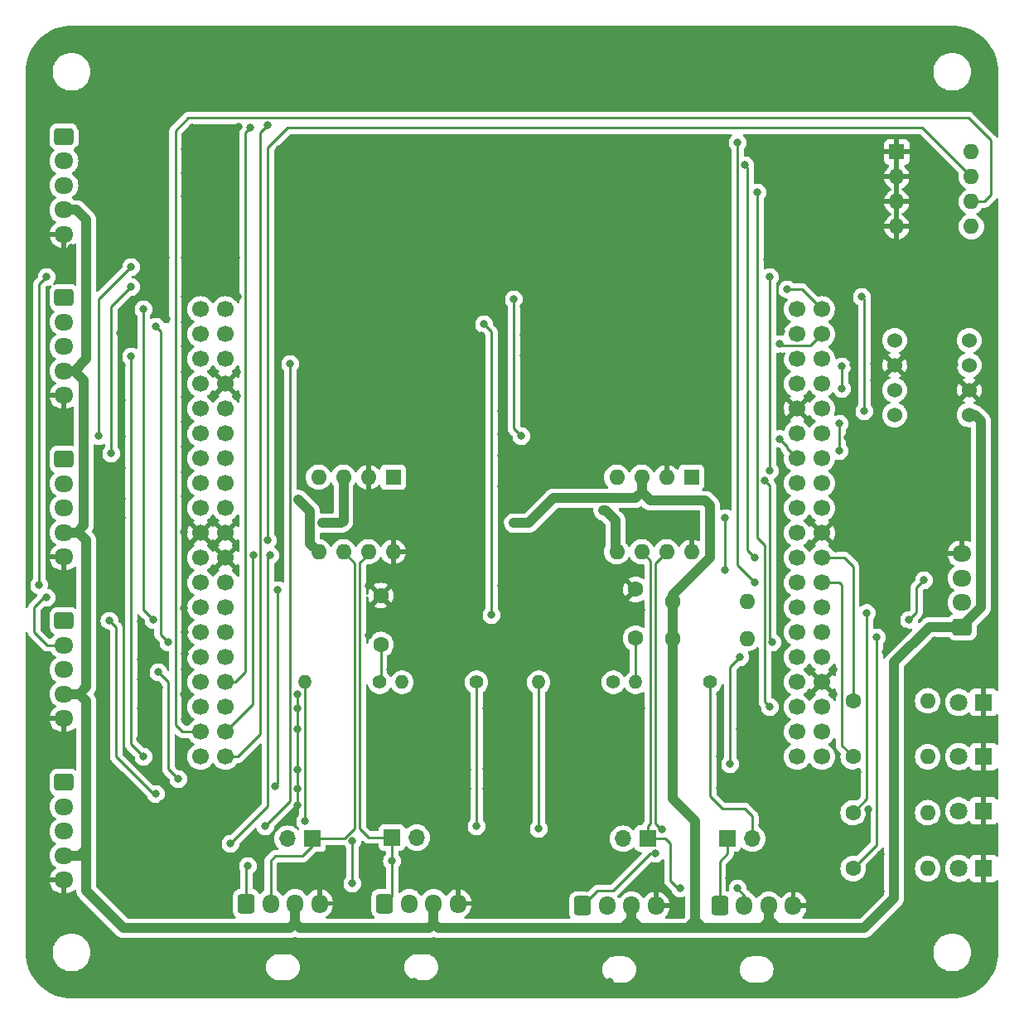
<source format=gbr>
%TF.GenerationSoftware,KiCad,Pcbnew,7.0.10*%
%TF.CreationDate,2024-04-10T11:57:20+09:00*%
%TF.ProjectId,Nucleo-F446RE_header,4e75636c-656f-42d4-9634-343652455f68,rev?*%
%TF.SameCoordinates,Original*%
%TF.FileFunction,Copper,L1,Top*%
%TF.FilePolarity,Positive*%
%FSLAX46Y46*%
G04 Gerber Fmt 4.6, Leading zero omitted, Abs format (unit mm)*
G04 Created by KiCad (PCBNEW 7.0.10) date 2024-04-10 11:57:20*
%MOMM*%
%LPD*%
G01*
G04 APERTURE LIST*
G04 Aperture macros list*
%AMRoundRect*
0 Rectangle with rounded corners*
0 $1 Rounding radius*
0 $2 $3 $4 $5 $6 $7 $8 $9 X,Y pos of 4 corners*
0 Add a 4 corners polygon primitive as box body*
4,1,4,$2,$3,$4,$5,$6,$7,$8,$9,$2,$3,0*
0 Add four circle primitives for the rounded corners*
1,1,$1+$1,$2,$3*
1,1,$1+$1,$4,$5*
1,1,$1+$1,$6,$7*
1,1,$1+$1,$8,$9*
0 Add four rect primitives between the rounded corners*
20,1,$1+$1,$2,$3,$4,$5,0*
20,1,$1+$1,$4,$5,$6,$7,0*
20,1,$1+$1,$6,$7,$8,$9,0*
20,1,$1+$1,$8,$9,$2,$3,0*%
G04 Aperture macros list end*
%TA.AperFunction,ComponentPad*%
%ADD10C,1.600000*%
%TD*%
%TA.AperFunction,ComponentPad*%
%ADD11O,1.600000X1.600000*%
%TD*%
%TA.AperFunction,ComponentPad*%
%ADD12R,1.700000X1.700000*%
%TD*%
%TA.AperFunction,ComponentPad*%
%ADD13O,1.700000X1.700000*%
%TD*%
%TA.AperFunction,ComponentPad*%
%ADD14R,1.600000X1.600000*%
%TD*%
%TA.AperFunction,ComponentPad*%
%ADD15RoundRect,0.250000X-0.725000X0.600000X-0.725000X-0.600000X0.725000X-0.600000X0.725000X0.600000X0*%
%TD*%
%TA.AperFunction,ComponentPad*%
%ADD16O,1.950000X1.700000*%
%TD*%
%TA.AperFunction,ComponentPad*%
%ADD17RoundRect,0.250000X-0.600000X-0.725000X0.600000X-0.725000X0.600000X0.725000X-0.600000X0.725000X0*%
%TD*%
%TA.AperFunction,ComponentPad*%
%ADD18O,1.700000X1.950000*%
%TD*%
%TA.AperFunction,ComponentPad*%
%ADD19R,1.800000X1.800000*%
%TD*%
%TA.AperFunction,ComponentPad*%
%ADD20C,1.800000*%
%TD*%
%TA.AperFunction,ComponentPad*%
%ADD21C,1.400000*%
%TD*%
%TA.AperFunction,ComponentPad*%
%ADD22O,1.400000X1.400000*%
%TD*%
%TA.AperFunction,ComponentPad*%
%ADD23RoundRect,0.250000X0.725000X-0.600000X0.725000X0.600000X-0.725000X0.600000X-0.725000X-0.600000X0*%
%TD*%
%TA.AperFunction,ComponentPad*%
%ADD24C,1.700000*%
%TD*%
%TA.AperFunction,ComponentPad*%
%ADD25C,1.524000*%
%TD*%
%TA.AperFunction,ViaPad*%
%ADD26C,0.800000*%
%TD*%
%TA.AperFunction,Conductor*%
%ADD27C,0.250000*%
%TD*%
%TA.AperFunction,Conductor*%
%ADD28C,1.000000*%
%TD*%
G04 APERTURE END LIST*
D10*
%TO.P,R5,1*%
%TO.N,LED3*%
X189865000Y-132715000D03*
D11*
%TO.P,R5,2*%
%TO.N,Net-(D3-A)*%
X197485000Y-132715000D03*
%TD*%
D12*
%TO.P,SW5,1*%
%TO.N,Net-(J3-Pin_1)*%
X177033000Y-135382000D03*
D13*
%TO.P,SW5,2*%
%TO.N,Net-(R10-Pad1)*%
X179573000Y-135382000D03*
%TD*%
D14*
%TO.P,SW1,1*%
%TO.N,GND*%
X194320000Y-65200000D03*
D11*
%TO.P,SW1,2*%
X194320000Y-67740000D03*
%TO.P,SW1,3*%
X194320000Y-70280000D03*
%TO.P,SW1,4*%
X194320000Y-72820000D03*
%TO.P,SW1,5*%
%TO.N,DIPSW4*%
X201940000Y-72820000D03*
%TO.P,SW1,6*%
%TO.N,DIPSW3*%
X201940000Y-70280000D03*
%TO.P,SW1,7*%
%TO.N,DIPSW2*%
X201940000Y-67740000D03*
%TO.P,SW1,8*%
%TO.N,DIPSW1*%
X201940000Y-65200000D03*
%TD*%
D15*
%TO.P,J9,1,Pin_1*%
%TO.N,TIM8_CH1*%
X109220000Y-129620000D03*
D16*
%TO.P,J9,2,Pin_2*%
%TO.N,TIM8_CH2*%
X109220000Y-132120000D03*
%TO.P,J9,3,Pin_3*%
%TO.N,TIM8_X*%
X109220000Y-134620000D03*
%TO.P,J9,4,Pin_4*%
%TO.N,+5V*%
X109220000Y-137120000D03*
%TO.P,J9,5,Pin_5*%
%TO.N,GND*%
X109220000Y-139620000D03*
%TD*%
D10*
%TO.P,R1,1*%
%TO.N,+5V*%
X171450000Y-111125000D03*
D11*
%TO.P,R1,2*%
%TO.N,I2C2_SCL*%
X179070000Y-111125000D03*
%TD*%
D15*
%TO.P,J7,1,Pin_1*%
%TO.N,TIM3_CH1*%
X109220000Y-96600000D03*
D16*
%TO.P,J7,2,Pin_2*%
%TO.N,TIM3_CH2*%
X109220000Y-99100000D03*
%TO.P,J7,3,Pin_3*%
%TO.N,TIM3_X*%
X109220000Y-101600000D03*
%TO.P,J7,4,Pin_4*%
%TO.N,+5V*%
X109220000Y-104100000D03*
%TO.P,J7,5,Pin_5*%
%TO.N,GND*%
X109220000Y-106600000D03*
%TD*%
D17*
%TO.P,J4,1,Pin_1*%
%TO.N,Net-(J3-Pin_1)*%
X176250000Y-142240000D03*
D18*
%TO.P,J4,2,Pin_2*%
%TO.N,Net-(J3-Pin_2)*%
X178750000Y-142240000D03*
%TO.P,J4,3,Pin_3*%
%TO.N,+5V*%
X181250000Y-142240000D03*
%TO.P,J4,4,Pin_4*%
%TO.N,GND*%
X183750000Y-142240000D03*
%TD*%
D14*
%TO.P,U2,1,TXD*%
%TO.N,CAN1_TX*%
X142865000Y-98435000D03*
D11*
%TO.P,U2,2,VSS*%
%TO.N,GND*%
X140325000Y-98435000D03*
%TO.P,U2,3,VDD*%
%TO.N,+5V*%
X137785000Y-98435000D03*
%TO.P,U2,4,RXD*%
%TO.N,CAN1_RX*%
X135245000Y-98435000D03*
%TO.P,U2,5,Vio*%
%TO.N,+3V3*%
X135245000Y-106055000D03*
%TO.P,U2,6,CANL*%
%TO.N,Net-(J1-Pin_2)*%
X137785000Y-106055000D03*
%TO.P,U2,7,CANH*%
%TO.N,Net-(J1-Pin_1)*%
X140325000Y-106055000D03*
%TO.P,U2,8,STBY*%
%TO.N,GND*%
X142865000Y-106055000D03*
%TD*%
D19*
%TO.P,D3,1,K*%
%TO.N,GND*%
X203200000Y-132550000D03*
D20*
%TO.P,D3,2,A*%
%TO.N,Net-(D3-A)*%
X200660000Y-132550000D03*
%TD*%
D12*
%TO.P,SW4,1*%
%TO.N,Net-(J3-Pin_2)*%
X168910000Y-135382000D03*
D13*
%TO.P,SW4,2*%
%TO.N,Net-(R9-Pad2)*%
X166370000Y-135382000D03*
%TD*%
D17*
%TO.P,J2,1,Pin_1*%
%TO.N,Net-(J1-Pin_1)*%
X142000000Y-142000000D03*
D18*
%TO.P,J2,2,Pin_2*%
%TO.N,Net-(J1-Pin_2)*%
X144500000Y-142000000D03*
%TO.P,J2,3,Pin_3*%
%TO.N,+5V*%
X147000000Y-142000000D03*
%TO.P,J2,4,Pin_4*%
%TO.N,GND*%
X149500000Y-142000000D03*
%TD*%
D21*
%TO.P,R7,1*%
%TO.N,Net-(R7-Pad1)*%
X151384000Y-119380000D03*
D22*
%TO.P,R7,2*%
%TO.N,Net-(C1-Pad1)*%
X143764000Y-119380000D03*
%TD*%
D10*
%TO.P,R6,1*%
%TO.N,LED4*%
X189865000Y-138430000D03*
D11*
%TO.P,R6,2*%
%TO.N,Net-(D4-A)*%
X197485000Y-138430000D03*
%TD*%
D15*
%TO.P,J8,1,Pin_1*%
%TO.N,TIM4_CH1*%
X109220000Y-113110000D03*
D16*
%TO.P,J8,2,Pin_2*%
%TO.N,TIM4_CH2*%
X109220000Y-115610000D03*
%TO.P,J8,3,Pin_3*%
%TO.N,TIM4_X*%
X109220000Y-118110000D03*
%TO.P,J8,4,Pin_4*%
%TO.N,+5V*%
X109220000Y-120610000D03*
%TO.P,J8,5,Pin_5*%
%TO.N,GND*%
X109220000Y-123110000D03*
%TD*%
D10*
%TO.P,R3,1*%
%TO.N,LED1*%
X189865000Y-121285000D03*
D11*
%TO.P,R3,2*%
%TO.N,Net-(D1-A)*%
X197485000Y-121285000D03*
%TD*%
D23*
%TO.P,J10,1,Pin_1*%
%TO.N,+5V*%
X201000000Y-113750000D03*
D16*
%TO.P,J10,2,Pin_2*%
%TO.N,I2C2_SCL*%
X201000000Y-111250000D03*
%TO.P,J10,3,Pin_3*%
%TO.N,I2C2_SDA*%
X201000000Y-108750000D03*
%TO.P,J10,4,Pin_4*%
%TO.N,GND*%
X201000000Y-106250000D03*
%TD*%
D19*
%TO.P,D2,1,K*%
%TO.N,GND*%
X203200000Y-127000000D03*
D20*
%TO.P,D2,2,A*%
%TO.N,Net-(D2-A)*%
X200660000Y-127000000D03*
%TD*%
D10*
%TO.P,R4,1*%
%TO.N,LED2*%
X189865000Y-127000000D03*
D11*
%TO.P,R4,2*%
%TO.N,Net-(D2-A)*%
X197485000Y-127000000D03*
%TD*%
D10*
%TO.P,R2,1*%
%TO.N,+5V*%
X171450000Y-114935000D03*
D11*
%TO.P,R2,2*%
%TO.N,I2C2_SDA*%
X179070000Y-114935000D03*
%TD*%
D21*
%TO.P,R8,1*%
%TO.N,Net-(C1-Pad1)*%
X141478000Y-119380000D03*
D22*
%TO.P,R8,2*%
%TO.N,Net-(R8-Pad2)*%
X133858000Y-119380000D03*
%TD*%
D21*
%TO.P,R9,1*%
%TO.N,Net-(C2-Pad1)*%
X165354000Y-119380000D03*
D22*
%TO.P,R9,2*%
%TO.N,Net-(R9-Pad2)*%
X157734000Y-119380000D03*
%TD*%
D17*
%TO.P,J1,1,Pin_1*%
%TO.N,Net-(J1-Pin_1)*%
X127840000Y-142000000D03*
D18*
%TO.P,J1,2,Pin_2*%
%TO.N,Net-(J1-Pin_2)*%
X130340000Y-142000000D03*
%TO.P,J1,3,Pin_3*%
%TO.N,+5V*%
X132840000Y-142000000D03*
%TO.P,J1,4,Pin_4*%
%TO.N,GND*%
X135340000Y-142000000D03*
%TD*%
D10*
%TO.P,C1,1*%
%TO.N,Net-(C1-Pad1)*%
X141605000Y-115530000D03*
%TO.P,C1,2*%
%TO.N,GND*%
X141605000Y-110530000D03*
%TD*%
D12*
%TO.P,SW3,1*%
%TO.N,Net-(J1-Pin_1)*%
X142743000Y-135255000D03*
D13*
%TO.P,SW3,2*%
%TO.N,Net-(R7-Pad1)*%
X145283000Y-135255000D03*
%TD*%
D15*
%TO.P,J6,1,Pin_1*%
%TO.N,TIM2_CH1*%
X109220000Y-80090000D03*
D16*
%TO.P,J6,2,Pin_2*%
%TO.N,TIM2_CH2*%
X109220000Y-82590000D03*
%TO.P,J6,3,Pin_3*%
%TO.N,TIM2_X*%
X109220000Y-85090000D03*
%TO.P,J6,4,Pin_4*%
%TO.N,+5V*%
X109220000Y-87590000D03*
%TO.P,J6,5,Pin_5*%
%TO.N,GND*%
X109220000Y-90090000D03*
%TD*%
D24*
%TO.P,U1,3V3,3V3*%
%TO.N,+3V3*%
X125730000Y-99060000D03*
%TO.P,U1,5V,5V*%
%TO.N,+5V*%
X125730000Y-101600000D03*
%TO.P,U1,AGND,AGND*%
%TO.N,GND*%
X186690000Y-119380000D03*
%TO.P,U1,AVDD,AVDD*%
%TO.N,unconnected-(U1-PadAVDD)*%
X184150000Y-88900000D03*
%TO.P,U1,BOOT0,BOOT0*%
%TO.N,unconnected-(U1-PadBOOT0)*%
X123190000Y-88900000D03*
%TO.P,U1,E5V,E5V*%
%TO.N,unconnected-(U1-PadE5V)*%
X125730000Y-86360000D03*
%TO.P,U1,GND1,GND1*%
%TO.N,GND*%
X123190000Y-104140000D03*
%TO.P,U1,GND2,GND2*%
X125730000Y-88900000D03*
%TO.P,U1,GND3,GND3*%
X125730000Y-104140000D03*
%TO.P,U1,GND4,GND4*%
X125730000Y-106680000D03*
%TO.P,U1,GND5,GND5*%
X184150000Y-91440000D03*
%TO.P,U1,GND6,GND6*%
X186690000Y-104140000D03*
%TO.P,U1,IOREF,IOREF*%
%TO.N,unconnected-(U1-PadIOREF)*%
X125730000Y-93980000D03*
%TO.P,U1,NC1,NC1*%
%TO.N,unconnected-(U1-PadNC1)*%
X123190000Y-91440000D03*
%TO.P,U1,NC2,NC2*%
%TO.N,unconnected-(U1-PadNC2)*%
X123190000Y-93980000D03*
%TO.P,U1,NC3,NC3*%
%TO.N,unconnected-(U1-PadNC3)*%
X125730000Y-91440000D03*
%TO.P,U1,NC4,NC4*%
%TO.N,unconnected-(U1-PadNC4)*%
X125730000Y-111760000D03*
%TO.P,U1,NC5,NC5*%
%TO.N,unconnected-(U1-PadNC5)*%
X186690000Y-91440000D03*
%TO.P,U1,NC6,NC6*%
%TO.N,unconnected-(U1-PadNC6)*%
X186690000Y-101600000D03*
%TO.P,U1,NC7,NC7*%
%TO.N,unconnected-(U1-PadNC7)*%
X186690000Y-124460000D03*
%TO.P,U1,NC8,NC8*%
%TO.N,unconnected-(U1-PadNC8)*%
X186690000Y-127000000D03*
%TO.P,U1,PA0,PA0*%
%TO.N,TIM2_CH1*%
X125730000Y-114300000D03*
%TO.P,U1,PA1,PA1*%
%TO.N,TIM2_CH2*%
X125730000Y-116840000D03*
%TO.P,U1,PA2,PA2*%
%TO.N,unconnected-(U1-PadPA2)*%
X184150000Y-124460000D03*
%TO.P,U1,PA3,PA3*%
%TO.N,unconnected-(U1-PadPA3)*%
X184150000Y-127000000D03*
%TO.P,U1,PA4,PA4*%
%TO.N,DIPSW4*%
X125730000Y-119380000D03*
%TO.P,U1,PA5,PA5*%
%TO.N,unconnected-(U1-PadPA5)*%
X184150000Y-93980000D03*
%TO.P,U1,PA6,PA6*%
%TO.N,TIM3_CH1*%
X184150000Y-96520000D03*
%TO.P,U1,PA7,PA7*%
%TO.N,TIM3_CH2*%
X184150000Y-99060000D03*
%TO.P,U1,PA8,PA8*%
%TO.N,TIM1_CH1*%
X184150000Y-109220000D03*
%TO.P,U1,PA9,PA9*%
%TO.N,TIM1_CH2*%
X184150000Y-106680000D03*
%TO.P,U1,PA10,PA10*%
%TO.N,TIM1_X*%
X184150000Y-121920000D03*
%TO.P,U1,PA11,PA11*%
%TO.N,CAN1_RX*%
X186690000Y-96520000D03*
%TO.P,U1,PA12,PA12*%
%TO.N,CAN1_TX*%
X186690000Y-93980000D03*
%TO.P,U1,PA13,PA13*%
%TO.N,unconnected-(U1-PadPA13)*%
X123190000Y-96520000D03*
%TO.P,U1,PA14,PA14*%
%TO.N,unconnected-(U1-PadPA14)*%
X123190000Y-99060000D03*
%TO.P,U1,PA15,PA15*%
%TO.N,unconnected-(U1-PadPA15)*%
X123190000Y-101600000D03*
%TO.P,U1,PB0,PB0*%
%TO.N,unconnected-(U1-PadPB0)*%
X125730000Y-121920000D03*
%TO.P,U1,PB1,PB1*%
%TO.N,LED2*%
X186690000Y-109220000D03*
%TO.P,U1,PB2,PB2*%
%TO.N,LED1*%
X186690000Y-106680000D03*
%TO.P,U1,PB3,PB3*%
%TO.N,unconnected-(U1-PadPB3)*%
X184150000Y-119380000D03*
%TO.P,U1,PB4,PB4*%
%TO.N,unconnected-(U1-PadPB4)*%
X184150000Y-114300000D03*
%TO.P,U1,PB5,PB5*%
%TO.N,TIM4_X*%
X184150000Y-116840000D03*
%TO.P,U1,PB6,PB6*%
%TO.N,TIM4_CH1*%
X184150000Y-101600000D03*
%TO.P,U1,PB7,PB7*%
%TO.N,TIM4_CH2*%
X123190000Y-106680000D03*
%TO.P,U1,PB8,PB8*%
%TO.N,I2C1_SCL*%
X184150000Y-83820000D03*
%TO.P,U1,PB9,PB9*%
%TO.N,I2C1_SDA*%
X184150000Y-86360000D03*
%TO.P,U1,PB10,PB10*%
%TO.N,I2C2_SCL*%
X184150000Y-111760000D03*
%TO.P,U1,PB12,PB12*%
%TO.N,CAN2_RX*%
X186690000Y-99060000D03*
%TO.P,U1,PB13,PB13*%
%TO.N,CAN2_TX*%
X186690000Y-116840000D03*
%TO.P,U1,PB14,PB14*%
%TO.N,LED4*%
X186690000Y-114300000D03*
%TO.P,U1,PB15,PB15*%
%TO.N,LED3*%
X186690000Y-111760000D03*
%TO.P,U1,PC0,PC0*%
%TO.N,DIPSW1*%
X125730000Y-127000000D03*
%TO.P,U1,PC1,PC1*%
%TO.N,DIPSW2*%
X125730000Y-124460000D03*
%TO.P,U1,PC2,PC2*%
%TO.N,DIPSW3*%
X123190000Y-124460000D03*
%TO.P,U1,PC3,PC3*%
%TO.N,TIM2_X*%
X123190000Y-127000000D03*
%TO.P,U1,PC4,PC4*%
%TO.N,TIM3_X*%
X186690000Y-121920000D03*
%TO.P,U1,PC5,PC5*%
%TO.N,BNO055_INT*%
X186690000Y-86360000D03*
%TO.P,U1,PC6,PC6*%
%TO.N,TIM8_CH1*%
X186690000Y-83820000D03*
%TO.P,U1,PC7,PC7*%
%TO.N,TIM8_CH2*%
X184150000Y-104140000D03*
%TO.P,U1,PC8,PC8*%
%TO.N,TIM8_X*%
X186690000Y-81280000D03*
%TO.P,U1,PC9,PC9*%
%TO.N,BNO055_RESET*%
X184150000Y-81280000D03*
%TO.P,U1,PC10,PC10*%
%TO.N,unconnected-(U1-PadPC10)*%
X123190000Y-81280000D03*
%TO.P,U1,PC11,PC11*%
%TO.N,unconnected-(U1-PadPC11)*%
X125730000Y-81280000D03*
%TO.P,U1,PC12,PC12*%
%TO.N,I2C2_SDA*%
X123190000Y-83820000D03*
%TO.P,U1,PC13,PC13*%
%TO.N,unconnected-(U1-PadPC13)*%
X123190000Y-109220000D03*
%TO.P,U1,PC14,PC14*%
%TO.N,unconnected-(U1-PadPC14)*%
X123190000Y-111760000D03*
%TO.P,U1,PC15,PC15*%
%TO.N,unconnected-(U1-PadPC15)*%
X123190000Y-114300000D03*
%TO.P,U1,PD2,PD2*%
%TO.N,unconnected-(U1-PadPD2)*%
X125730000Y-83820000D03*
%TO.P,U1,PH0,PH0*%
%TO.N,unconnected-(U1-PadPH0)*%
X123190000Y-116840000D03*
%TO.P,U1,PH1,PH1*%
%TO.N,unconnected-(U1-PadPH1)*%
X123190000Y-119380000D03*
%TO.P,U1,RESET,RESET*%
%TO.N,unconnected-(U1-PadRESET)*%
X125730000Y-96520000D03*
%TO.P,U1,U5V,U5V*%
%TO.N,unconnected-(U1-PadU5V)*%
X186690000Y-88900000D03*
%TO.P,U1,VBAT,VBAT*%
%TO.N,unconnected-(U1-PadVBAT)*%
X123190000Y-121920000D03*
%TO.P,U1,VDD,VDD*%
%TO.N,unconnected-(U1-PadVDD)*%
X123190000Y-86360000D03*
%TO.P,U1,VIN,VIN*%
%TO.N,unconnected-(U1-PadVIN)*%
X125730000Y-109220000D03*
%TD*%
D25*
%TO.P,U4,1,VIN*%
%TO.N,+5V*%
X201740000Y-92080000D03*
%TO.P,U4,2,GND*%
%TO.N,GND*%
X201740000Y-89540000D03*
%TO.P,U4,3,SDA/T*%
%TO.N,I2C1_SDA*%
X201740000Y-87000000D03*
%TO.P,U4,4,SCL/R*%
%TO.N,I2C1_SCL*%
X201740000Y-84460000D03*
%TO.P,U4,5,~{RESET}*%
%TO.N,BNO055_RESET*%
X194120000Y-92080000D03*
%TO.P,U4,6,INT*%
%TO.N,BNO055_INT*%
X194120000Y-89540000D03*
%TO.P,U4,7,GND*%
%TO.N,GND*%
X194120000Y-87000000D03*
%TO.P,U4,8,VOUT*%
%TO.N,unconnected-(U4-VOUT-Pad8)*%
X194120000Y-84460000D03*
%TD*%
D21*
%TO.P,R10,1*%
%TO.N,Net-(R10-Pad1)*%
X175260000Y-119380000D03*
D22*
%TO.P,R10,2*%
%TO.N,Net-(C2-Pad1)*%
X167640000Y-119380000D03*
%TD*%
D10*
%TO.P,C2,1*%
%TO.N,Net-(C2-Pad1)*%
X167640000Y-114895000D03*
%TO.P,C2,2*%
%TO.N,GND*%
X167640000Y-109895000D03*
%TD*%
D17*
%TO.P,J3,1,Pin_1*%
%TO.N,Net-(J3-Pin_1)*%
X162220000Y-142240000D03*
D18*
%TO.P,J3,2,Pin_2*%
%TO.N,Net-(J3-Pin_2)*%
X164720000Y-142240000D03*
%TO.P,J3,3,Pin_3*%
%TO.N,+5V*%
X167220000Y-142240000D03*
%TO.P,J3,4,Pin_4*%
%TO.N,GND*%
X169720000Y-142240000D03*
%TD*%
D14*
%TO.P,U3,1,TXD*%
%TO.N,CAN2_TX*%
X173345000Y-98435000D03*
D11*
%TO.P,U3,2,VSS*%
%TO.N,GND*%
X170805000Y-98435000D03*
%TO.P,U3,3,VDD*%
%TO.N,+5V*%
X168265000Y-98435000D03*
%TO.P,U3,4,RXD*%
%TO.N,CAN2_RX*%
X165725000Y-98435000D03*
%TO.P,U3,5,Vio*%
%TO.N,+3V3*%
X165725000Y-106055000D03*
%TO.P,U3,6,CANL*%
%TO.N,Net-(J3-Pin_2)*%
X168265000Y-106055000D03*
%TO.P,U3,7,CANH*%
%TO.N,Net-(J3-Pin_1)*%
X170805000Y-106055000D03*
%TO.P,U3,8,STBY*%
%TO.N,GND*%
X173345000Y-106055000D03*
%TD*%
D19*
%TO.P,D1,1,K*%
%TO.N,GND*%
X203200000Y-121450000D03*
D20*
%TO.P,D1,2,A*%
%TO.N,Net-(D1-A)*%
X200660000Y-121450000D03*
%TD*%
D15*
%TO.P,J5,1,Pin_1*%
%TO.N,TIM1_CH1*%
X109220000Y-63620000D03*
D16*
%TO.P,J5,2,Pin_2*%
%TO.N,TIM1_CH2*%
X109220000Y-66120000D03*
%TO.P,J5,3,Pin_3*%
%TO.N,TIM1_X*%
X109220000Y-68620000D03*
%TO.P,J5,4,Pin_4*%
%TO.N,+5V*%
X109220000Y-71120000D03*
%TO.P,J5,5,Pin_5*%
%TO.N,GND*%
X109220000Y-73620000D03*
%TD*%
D19*
%TO.P,D4,1,K*%
%TO.N,GND*%
X203200000Y-138430000D03*
D20*
%TO.P,D4,2,A*%
%TO.N,Net-(D4-A)*%
X200660000Y-138430000D03*
%TD*%
D12*
%TO.P,SW2,1*%
%TO.N,Net-(J1-Pin_2)*%
X134625000Y-135382000D03*
D13*
%TO.P,SW2,2*%
%TO.N,Net-(R8-Pad2)*%
X132085000Y-135382000D03*
%TD*%
D26*
%TO.N,GND*%
X132600000Y-133600000D03*
X133100000Y-132000000D03*
X133100000Y-130300000D03*
X133100000Y-128300000D03*
X133100000Y-124200000D03*
X133100000Y-122100000D03*
X133100000Y-120600000D03*
%TO.N,Net-(J1-Pin_1)*%
X128016000Y-138176000D03*
X142743000Y-137668000D03*
%TO.N,Net-(J1-Pin_2)*%
X138684000Y-135636000D03*
X138684000Y-139954000D03*
%TO.N,Net-(J3-Pin_1)*%
X169672000Y-136906000D03*
X170352163Y-134440077D03*
%TO.N,Net-(J3-Pin_2)*%
X172212000Y-140462000D03*
X178054000Y-140462000D03*
%TO.N,TIM1_CH1*%
X179832000Y-109220000D03*
X178054000Y-64262000D03*
%TO.N,TIM1_CH2*%
X179832000Y-106680000D03*
X178816000Y-66548000D03*
%TO.N,TIM1_X*%
X181356000Y-121920000D03*
X180086000Y-69342000D03*
%TO.N,TIM2_CH1*%
X118364000Y-113030000D03*
X117348000Y-81280000D03*
%TO.N,TIM2_CH2*%
X118618000Y-83058000D03*
X119888000Y-115316000D03*
%TO.N,TIM2_X*%
X116078000Y-86106000D03*
X117348000Y-127000000D03*
%TO.N,TIM3_CH1*%
X155956000Y-94234000D03*
X116078000Y-78994000D03*
X114046000Y-96012000D03*
X155194000Y-80264000D03*
X182372000Y-94525000D03*
%TO.N,TIM3_CH2*%
X181351347Y-97794653D03*
X112776000Y-94234000D03*
X116078000Y-76962000D03*
X181356000Y-77978000D03*
%TO.N,TIM4_CH1*%
X113872000Y-113110000D03*
X176784000Y-107950000D03*
X118618000Y-130810000D03*
X176784000Y-102616000D03*
X131064000Y-109982000D03*
X130810000Y-130048000D03*
%TO.N,TIM4_CH2*%
X107442000Y-110744000D03*
%TO.N,TIM4_X*%
X177292000Y-127762000D03*
X118872000Y-118364000D03*
X120904000Y-129286000D03*
X178308000Y-116840000D03*
%TO.N,TIM8_CH1*%
X182372000Y-84836000D03*
X132334000Y-86868000D03*
X129794000Y-134112000D03*
%TO.N,TIM8_CH2*%
X126238000Y-135890000D03*
X130302000Y-106426000D03*
%TO.N,TIM8_X*%
X107442000Y-77978000D03*
X106680000Y-109474000D03*
X183134000Y-79248000D03*
%TO.N,I2C2_SDA*%
X195580000Y-113030000D03*
X152908000Y-112522000D03*
X197104000Y-108966000D03*
X152146000Y-82804000D03*
%TO.N,+5V*%
X156718000Y-103124000D03*
X155956000Y-103124000D03*
X155194000Y-103124000D03*
X157226000Y-102616000D03*
X135636000Y-103124000D03*
X136652000Y-103124000D03*
X137582003Y-103124000D03*
%TO.N,GND*%
X192700000Y-140800000D03*
X153900000Y-109500000D03*
X195500000Y-141400000D03*
X182500000Y-100300000D03*
X190500000Y-143000000D03*
X113200000Y-119200000D03*
X156200000Y-86000000D03*
X113000000Y-111900000D03*
X191200000Y-135600000D03*
X168000000Y-133600000D03*
X177000000Y-65000000D03*
X117000000Y-125200000D03*
X140500000Y-122200000D03*
X121600000Y-67400000D03*
X121500000Y-120600000D03*
X176300000Y-127000000D03*
X153900000Y-96200000D03*
X202900000Y-113800000D03*
X131100000Y-83600000D03*
X182600000Y-80400000D03*
X120000000Y-55000000D03*
X179200000Y-131400000D03*
X150000000Y-55000000D03*
X180600000Y-134000000D03*
X178600000Y-136900000D03*
X126900000Y-87700000D03*
X125000000Y-150000000D03*
X185400000Y-143000000D03*
X198200000Y-115100000D03*
X175000000Y-150000000D03*
X110700000Y-67300000D03*
X113000000Y-140000000D03*
X156700000Y-124200000D03*
X121600000Y-80000000D03*
X110800000Y-69600000D03*
X121600000Y-90200000D03*
X125300000Y-135000000D03*
X115100000Y-100600000D03*
X168200000Y-112000000D03*
X177000000Y-97200000D03*
X115000000Y-83700000D03*
X190300000Y-128600000D03*
X192000000Y-86800000D03*
X178300000Y-124200000D03*
X129000000Y-126500000D03*
X182500000Y-83500000D03*
X166100000Y-114100000D03*
X131100000Y-75900000D03*
X110600000Y-65000000D03*
X158800000Y-124200000D03*
X154000000Y-107400000D03*
X164900000Y-136400000D03*
X131200000Y-87800000D03*
X112700000Y-97600000D03*
X189900000Y-88400000D03*
X176300000Y-120600000D03*
X166800000Y-102100000D03*
X119300000Y-131800000D03*
X177000000Y-80100000D03*
X121600000Y-69700000D03*
X202800000Y-83200000D03*
X121600000Y-116500000D03*
X110900000Y-62600000D03*
X165000000Y-75000000D03*
X152400000Y-122100000D03*
X126700000Y-67400000D03*
X115100000Y-90600000D03*
X140500000Y-91900000D03*
X151900000Y-105100000D03*
X144500000Y-107400000D03*
X121500000Y-104000000D03*
X154000000Y-105200000D03*
X131400000Y-138700000D03*
X177000000Y-99500000D03*
X140200000Y-141200000D03*
X128900000Y-131800000D03*
X112900000Y-76900000D03*
X166500000Y-118000000D03*
X156700000Y-130300000D03*
X191400000Y-132400000D03*
X140500000Y-130400000D03*
X121500000Y-111800000D03*
X168100000Y-124200000D03*
X156700000Y-128200000D03*
X164100000Y-105200000D03*
X188100000Y-105700000D03*
X195700000Y-86800000D03*
X179300000Y-63800000D03*
X136800000Y-140500000D03*
X131100000Y-81600000D03*
X166000000Y-109500000D03*
X182400000Y-86100000D03*
X158800000Y-130300000D03*
X150400000Y-128300000D03*
X117100000Y-122100000D03*
X177000000Y-86000000D03*
X115100000Y-97500000D03*
X113100000Y-114100000D03*
X119500000Y-67400000D03*
X189300000Y-94400000D03*
X202900000Y-90800000D03*
X145000000Y-70000000D03*
X115100000Y-132900000D03*
X177000000Y-91700000D03*
X131200000Y-99300000D03*
X156200000Y-83900000D03*
X162600000Y-140400000D03*
X119600000Y-62600000D03*
X113200000Y-123700000D03*
X155000000Y-150000000D03*
X156700000Y-122100000D03*
X201500000Y-93700000D03*
X165000000Y-150000000D03*
X140200000Y-143000000D03*
X177200000Y-139400000D03*
X199500000Y-107700000D03*
X182400000Y-91700000D03*
X195000000Y-150000000D03*
X159100000Y-134300000D03*
X116000000Y-143000000D03*
X176300000Y-130200000D03*
X141300000Y-93800000D03*
X151900000Y-107400000D03*
X118800000Y-126000000D03*
X112900000Y-130900000D03*
X135000000Y-150000000D03*
X121000000Y-126000000D03*
X140000000Y-55000000D03*
X121600000Y-100400000D03*
X121600000Y-97900000D03*
X110000000Y-75000000D03*
X191500000Y-145900000D03*
X164100000Y-107400000D03*
X122300000Y-62700000D03*
X127000000Y-80000000D03*
X119600000Y-76000000D03*
X180000000Y-55000000D03*
X152500000Y-124200000D03*
X137000000Y-136500000D03*
X168200000Y-122100000D03*
X150400000Y-130300000D03*
X179700000Y-122100000D03*
X160000000Y-55000000D03*
X145000000Y-75000000D03*
X201900000Y-60700000D03*
X117100000Y-113200000D03*
X121600000Y-114300000D03*
X127100000Y-62600000D03*
X131100000Y-67400000D03*
X168100000Y-130300000D03*
X192100000Y-81500000D03*
X121600000Y-92800000D03*
X141700000Y-83800000D03*
X140500000Y-133900000D03*
X129100000Y-139500000D03*
X126700000Y-64900000D03*
X117300000Y-79900000D03*
X165000000Y-70000000D03*
X153500000Y-80000000D03*
X201400000Y-81500000D03*
X177000000Y-75900000D03*
X135500000Y-96700000D03*
X190000000Y-55000000D03*
X115100000Y-102600000D03*
X154000000Y-86000000D03*
X113200000Y-117100000D03*
X182400000Y-124100000D03*
X126800000Y-76000000D03*
X158800000Y-122100000D03*
X115100000Y-87000000D03*
X113200000Y-128100000D03*
X130000000Y-55000000D03*
X202900000Y-88200000D03*
X121600000Y-85100000D03*
X190200000Y-131000000D03*
X131100000Y-80000000D03*
X152400000Y-130300000D03*
X167500000Y-136900000D03*
X131200000Y-107800000D03*
X173800000Y-102300000D03*
X140500000Y-128200000D03*
X204300000Y-62800000D03*
X152400000Y-128200000D03*
X117100000Y-117100000D03*
X121600000Y-87700000D03*
X140500000Y-136400000D03*
X151900000Y-85900000D03*
X200200000Y-86900000D03*
X189900000Y-86900000D03*
X150000000Y-134300000D03*
X145000000Y-150000000D03*
X167000000Y-107400000D03*
X151900000Y-91700000D03*
X117100000Y-119100000D03*
X121000000Y-128000000D03*
X168100000Y-128200000D03*
X151900000Y-96200000D03*
X199200000Y-111900000D03*
X193200000Y-116300000D03*
X144500000Y-105100000D03*
X150300000Y-122100000D03*
X131100000Y-69700000D03*
X131200000Y-64900000D03*
X201500000Y-104400000D03*
X121600000Y-95300000D03*
X190900000Y-109500000D03*
X151900000Y-84000000D03*
X129000000Y-128200000D03*
X131400000Y-140400000D03*
X150300000Y-124200000D03*
X180000000Y-140700000D03*
X121600000Y-76000000D03*
X177000000Y-69700000D03*
X153900000Y-91700000D03*
X192700000Y-137000000D03*
X154000000Y-83900000D03*
X112700000Y-100500000D03*
X115100000Y-94300000D03*
X116200000Y-130300000D03*
X190800000Y-107300000D03*
X125000000Y-143000000D03*
X151900000Y-109400000D03*
X177000000Y-67300000D03*
X156300000Y-91700000D03*
X170000000Y-55000000D03*
X159100000Y-136400000D03*
X150300000Y-120800000D03*
X195500000Y-118000000D03*
X179600000Y-117800000D03*
X121600000Y-64900000D03*
X140400000Y-109500000D03*
X177000000Y-83900000D03*
X158800000Y-128200000D03*
X156200000Y-81000000D03*
X185000000Y-150000000D03*
X125000000Y-137000000D03*
X151900000Y-99400000D03*
X118500000Y-133100000D03*
X164800000Y-134300000D03*
X126900000Y-90100000D03*
X119700000Y-82300000D03*
X115000000Y-150000000D03*
X117700000Y-135000000D03*
X116000000Y-137000000D03*
X151900000Y-94000000D03*
X115000000Y-109600000D03*
X121600000Y-82600000D03*
X192500000Y-111800000D03*
X140400000Y-114600000D03*
X118900000Y-119900000D03*
X119500000Y-69600000D03*
X124400000Y-80100000D03*
X140500000Y-124200000D03*
X115000000Y-111900000D03*
X121600000Y-135100000D03*
X188700000Y-91200000D03*
X182600000Y-117800000D03*
X121600000Y-118100000D03*
X141600000Y-107400000D03*
X195200000Y-114200000D03*
X112900000Y-109600000D03*
X192000000Y-88500000D03*
X195300000Y-109600000D03*
X121600000Y-123200000D03*
X187900000Y-120600000D03*
X126700000Y-69700000D03*
X119500000Y-64900000D03*
X181100000Y-76200000D03*
X182700000Y-120600000D03*
X153900000Y-94000000D03*
X188400000Y-81500000D03*
X153900000Y-99400000D03*
X136900000Y-143100000D03*
X113000000Y-135000000D03*
X187900000Y-118100000D03*
X142600000Y-118100000D03*
X203400000Y-73700000D03*
X112800000Y-102600000D03*
X127500000Y-133100000D03*
X140500000Y-120700000D03*
%TO.N,+3V3*%
X165100000Y-102362000D03*
X165608000Y-102870000D03*
X164592000Y-101854000D03*
X134366000Y-101924000D03*
X133161905Y-100729270D03*
%TO.N,DIPSW4*%
X128270000Y-62738000D03*
%TO.N,CAN1_RX*%
X188468000Y-92964000D03*
X188468000Y-95758000D03*
%TO.N,LED3*%
X191262000Y-112305000D03*
%TO.N,LED4*%
X192278000Y-114808000D03*
%TO.N,CAN2_TX*%
X180848000Y-98806000D03*
X181610000Y-115316000D03*
%TO.N,DIPSW1*%
X130048000Y-62484000D03*
%TO.N,DIPSW2*%
X128561000Y-106426000D03*
X130048000Y-104902000D03*
%TO.N,BNO055_INT*%
X188722000Y-87122000D03*
X188722000Y-89408000D03*
%TO.N,BNO055_RESET*%
X190754000Y-80010000D03*
X191008000Y-91694000D03*
%TO.N,Net-(R7-Pad1)*%
X151384000Y-134112000D03*
%TO.N,Net-(R8-Pad2)*%
X133858000Y-133604000D03*
%TO.N,Net-(R9-Pad2)*%
X157734000Y-134366000D03*
%TD*%
D27*
%TO.N,Net-(J1-Pin_1)*%
X142743000Y-135255000D02*
X142743000Y-141257000D01*
X140325000Y-106309000D02*
X140325000Y-106055000D01*
X127840000Y-138352000D02*
X127840000Y-142000000D01*
X140335000Y-135255000D02*
X139446000Y-134366000D01*
X128016000Y-138176000D02*
X127840000Y-138352000D01*
X139446000Y-107188000D02*
X140325000Y-106309000D01*
X142743000Y-141257000D02*
X142000000Y-142000000D01*
X139446000Y-134366000D02*
X139446000Y-107188000D01*
X142743000Y-135255000D02*
X140335000Y-135255000D01*
%TO.N,Net-(J1-Pin_2)*%
X130810000Y-137160000D02*
X130340000Y-137630000D01*
X137922000Y-135382000D02*
X134625000Y-135382000D01*
X133604000Y-137160000D02*
X130810000Y-137160000D01*
X138938000Y-134366000D02*
X137922000Y-135382000D01*
X138684000Y-135636000D02*
X138684000Y-139954000D01*
X130340000Y-137630000D02*
X130340000Y-142000000D01*
X138938000Y-107208000D02*
X138938000Y-134366000D01*
X134625000Y-135382000D02*
X134625000Y-136139000D01*
X137785000Y-106055000D02*
X138938000Y-107208000D01*
X134625000Y-136139000D02*
X133604000Y-137160000D01*
%TO.N,Net-(J3-Pin_1)*%
X170196077Y-134440077D02*
X170352163Y-134440077D01*
X169614000Y-107246000D02*
X169614000Y-133858000D01*
X177033000Y-136901000D02*
X177038000Y-136906000D01*
X163744000Y-140716000D02*
X162220000Y-142240000D01*
X165354000Y-140716000D02*
X163744000Y-140716000D01*
X176530000Y-135382000D02*
X177033000Y-135382000D01*
X176250000Y-137694000D02*
X176250000Y-142240000D01*
X169614000Y-133858000D02*
X169963000Y-134207000D01*
X170805000Y-106055000D02*
X169614000Y-107246000D01*
X177038000Y-136906000D02*
X176250000Y-137694000D01*
X177033000Y-135382000D02*
X177033000Y-136901000D01*
X169164000Y-136906000D02*
X165354000Y-140716000D01*
X169963000Y-134207000D02*
X170196077Y-134440077D01*
X169164000Y-136906000D02*
X169672000Y-136906000D01*
%TO.N,Net-(J3-Pin_2)*%
X171958000Y-140462000D02*
X172212000Y-140462000D01*
X168265000Y-106055000D02*
X169164000Y-106954000D01*
X178054000Y-140462000D02*
X178750000Y-141158000D01*
X171196000Y-135890000D02*
X171196000Y-139700000D01*
X169164000Y-133858000D02*
X168910000Y-134112000D01*
X168910000Y-134112000D02*
X168910000Y-135382000D01*
X170688000Y-135382000D02*
X171196000Y-135890000D01*
X178750000Y-141158000D02*
X178750000Y-142240000D01*
X171196000Y-139700000D02*
X171958000Y-140462000D01*
X169164000Y-106954000D02*
X169164000Y-133858000D01*
X168910000Y-135382000D02*
X170688000Y-135382000D01*
%TO.N,TIM1_CH1*%
X178054000Y-107442000D02*
X178054000Y-64262000D01*
X179832000Y-109220000D02*
X178054000Y-107442000D01*
%TO.N,TIM1_CH2*%
X179070000Y-66802000D02*
X178816000Y-66548000D01*
X179832000Y-106680000D02*
X179070000Y-105918000D01*
X179070000Y-105918000D02*
X179070000Y-66802000D01*
%TO.N,TIM1_X*%
X180086000Y-69342000D02*
X180086000Y-104648000D01*
X180848000Y-105410000D02*
X180848000Y-121412000D01*
X180848000Y-121412000D02*
X181356000Y-121920000D01*
X180086000Y-104648000D02*
X180848000Y-105410000D01*
%TO.N,TIM2_CH1*%
X117348000Y-112014000D02*
X118364000Y-113030000D01*
X117348000Y-81280000D02*
X117348000Y-112014000D01*
%TO.N,TIM2_CH2*%
X118618000Y-83058000D02*
X119089000Y-83529000D01*
X119089000Y-83529000D02*
X119089000Y-114517000D01*
X119089000Y-114517000D02*
X119888000Y-115316000D01*
%TO.N,TIM2_X*%
X116078000Y-86106000D02*
X116078000Y-125730000D01*
X116078000Y-125730000D02*
X117348000Y-127000000D01*
%TO.N,TIM3_CH1*%
X114046000Y-81026000D02*
X116078000Y-78994000D01*
X183134000Y-95287000D02*
X183134000Y-95504000D01*
X114046000Y-96012000D02*
X114046000Y-81026000D01*
X155194000Y-80264000D02*
X155194000Y-93472000D01*
X155194000Y-93472000D02*
X155956000Y-94234000D01*
X182372000Y-94525000D02*
X183134000Y-95287000D01*
X183134000Y-95504000D02*
X184150000Y-96520000D01*
%TO.N,TIM3_CH2*%
X112776000Y-94234000D02*
X112776000Y-80264000D01*
X112776000Y-80264000D02*
X116078000Y-76962000D01*
X181356000Y-93472000D02*
X181365305Y-93472000D01*
X181356000Y-97790000D02*
X181351347Y-97794653D01*
X181356000Y-93472000D02*
X181356000Y-97790000D01*
X181356000Y-77978000D02*
X181356000Y-93472000D01*
%TO.N,TIM4_CH1*%
X131064000Y-129794000D02*
X131064000Y-109982000D01*
X114554000Y-127000000D02*
X115570000Y-128016000D01*
X118364000Y-130810000D02*
X118618000Y-130810000D01*
X114554000Y-113792000D02*
X114554000Y-127000000D01*
X115570000Y-128016000D02*
X118364000Y-130810000D01*
X113872000Y-113110000D02*
X114554000Y-113792000D01*
X176784000Y-107950000D02*
X176784000Y-102616000D01*
X130810000Y-130048000D02*
X131064000Y-129794000D01*
%TO.N,TIM4_CH2*%
X106172000Y-114300000D02*
X106172000Y-111760000D01*
X109220000Y-115610000D02*
X107482000Y-115610000D01*
X106172000Y-111760000D02*
X107188000Y-110744000D01*
X107482000Y-115610000D02*
X106172000Y-114300000D01*
X107188000Y-110744000D02*
X107442000Y-110744000D01*
%TO.N,TIM4_X*%
X177292000Y-117856000D02*
X178308000Y-116840000D01*
X118872000Y-118364000D02*
X119888000Y-119380000D01*
X119888000Y-128270000D02*
X120904000Y-129286000D01*
X177292000Y-127762000D02*
X177292000Y-117856000D01*
X119888000Y-119380000D02*
X119888000Y-128270000D01*
%TO.N,TIM8_CH1*%
X129794000Y-134112000D02*
X132334000Y-131572000D01*
X185515000Y-84995000D02*
X186690000Y-83820000D01*
X182531000Y-84995000D02*
X185515000Y-84995000D01*
X182372000Y-84836000D02*
X182531000Y-84995000D01*
X132334000Y-131572000D02*
X132334000Y-86868000D01*
%TO.N,TIM8_CH2*%
X130048000Y-106680000D02*
X130048000Y-132080000D01*
X130048000Y-132080000D02*
X126238000Y-135890000D01*
X126238000Y-135890000D02*
X126492000Y-135890000D01*
X130302000Y-106426000D02*
X130048000Y-106680000D01*
%TO.N,TIM8_X*%
X106680000Y-109474000D02*
X106680000Y-78740000D01*
X183134000Y-79248000D02*
X184658000Y-79248000D01*
X184658000Y-79248000D02*
X186690000Y-81280000D01*
X106680000Y-78740000D02*
X107442000Y-77978000D01*
%TO.N,I2C2_SDA*%
X195580000Y-113030000D02*
X196342000Y-112268000D01*
X152908000Y-83566000D02*
X152908000Y-112522000D01*
X196342000Y-112268000D02*
X196342000Y-109728000D01*
X196342000Y-109728000D02*
X197104000Y-108966000D01*
X152146000Y-82804000D02*
X152908000Y-83566000D01*
D28*
%TO.N,+5V*%
X173736000Y-133604000D02*
X173736000Y-143764000D01*
X166370000Y-144526000D02*
X169672000Y-144526000D01*
X110704000Y-104100000D02*
X111506000Y-104902000D01*
X168265000Y-99959000D02*
X168265000Y-98435000D01*
X175260000Y-106680000D02*
X171450000Y-110490000D01*
X201000000Y-113706000D02*
X201000000Y-113750000D01*
X155956000Y-103124000D02*
X155194000Y-103124000D01*
X110490000Y-71120000D02*
X111506000Y-72136000D01*
X201000000Y-113750000D02*
X197654000Y-113750000D01*
X197654000Y-113750000D02*
X194056000Y-117348000D01*
X171450000Y-110490000D02*
X171450000Y-114935000D01*
X191008000Y-144526000D02*
X182118000Y-144526000D01*
X173736000Y-144526000D02*
X175006000Y-144526000D01*
X156718000Y-103124000D02*
X155956000Y-103124000D01*
X111252000Y-88566000D02*
X111252000Y-103378000D01*
X109220000Y-71120000D02*
X110490000Y-71120000D01*
X171450000Y-131318000D02*
X173736000Y-133604000D01*
X168265000Y-99959000D02*
X169144000Y-100838000D01*
X132842000Y-144018000D02*
X132840000Y-144016000D01*
X110276000Y-87590000D02*
X109220000Y-87590000D01*
X111506000Y-121332000D02*
X111506000Y-136398000D01*
X111506000Y-86360000D02*
X110276000Y-87590000D01*
X132334000Y-144526000D02*
X132842000Y-144018000D01*
X174498000Y-144526000D02*
X175006000Y-144526000D01*
X171450000Y-114935000D02*
X171450000Y-131318000D01*
X146558000Y-144526000D02*
X147000000Y-144084000D01*
X175006000Y-144526000D02*
X180594000Y-144526000D01*
X147000000Y-144084000D02*
X147442000Y-144526000D01*
X156718000Y-103124000D02*
X157226000Y-102616000D01*
X111379000Y-136525000D02*
X110784000Y-137120000D01*
X111506000Y-72136000D02*
X111506000Y-86360000D01*
X201740000Y-92080000D02*
X202316000Y-92080000D01*
X167640000Y-100584000D02*
X168265000Y-99959000D01*
X167220000Y-143676000D02*
X168070000Y-144526000D01*
X147000000Y-144084000D02*
X147000000Y-142000000D01*
X167220000Y-143676000D02*
X167220000Y-142240000D01*
X133350000Y-144526000D02*
X146558000Y-144526000D01*
X137785000Y-102921003D02*
X137785000Y-98435000D01*
X172974000Y-144526000D02*
X172466000Y-144526000D01*
X136652000Y-103124000D02*
X135636000Y-103124000D01*
X110784000Y-120610000D02*
X111506000Y-121332000D01*
X110784000Y-137120000D02*
X109220000Y-137120000D01*
X136652000Y-103124000D02*
X137582003Y-103124000D01*
X115316000Y-144526000D02*
X132334000Y-144526000D01*
X182118000Y-144526000D02*
X181250000Y-143658000D01*
X111379000Y-136525000D02*
X111506000Y-136652000D01*
X111506000Y-136652000D02*
X111506000Y-140716000D01*
X169672000Y-144526000D02*
X172466000Y-144526000D01*
X202946000Y-92710000D02*
X202946000Y-111760000D01*
X194056000Y-117348000D02*
X194056000Y-141478000D01*
X168070000Y-144526000D02*
X169672000Y-144526000D01*
X110276000Y-87590000D02*
X111252000Y-88566000D01*
X180594000Y-144526000D02*
X181356000Y-143764000D01*
X173736000Y-143764000D02*
X172974000Y-144526000D01*
X169144000Y-100838000D02*
X174752000Y-100838000D01*
X172466000Y-144526000D02*
X173736000Y-144526000D01*
X173736000Y-143764000D02*
X173736000Y-144526000D01*
X111252000Y-103378000D02*
X110530000Y-104100000D01*
X202946000Y-111760000D02*
X201000000Y-113706000D01*
X181250000Y-143658000D02*
X181356000Y-143764000D01*
X181250000Y-142240000D02*
X181250000Y-143658000D01*
X111506000Y-140716000D02*
X115316000Y-144526000D01*
X173736000Y-143764000D02*
X174498000Y-144526000D01*
X147442000Y-144526000D02*
X166370000Y-144526000D01*
X166370000Y-144526000D02*
X167220000Y-143676000D01*
X111506000Y-136398000D02*
X111379000Y-136525000D01*
X110530000Y-104100000D02*
X110704000Y-104100000D01*
X194056000Y-141478000D02*
X191008000Y-144526000D01*
X175260000Y-101346000D02*
X175260000Y-106680000D01*
X174752000Y-100838000D02*
X175260000Y-101346000D01*
X111506000Y-119888000D02*
X110784000Y-120610000D01*
X137582003Y-103124000D02*
X137785000Y-102921003D01*
X159258000Y-100584000D02*
X167640000Y-100584000D01*
X111506000Y-104902000D02*
X111506000Y-119888000D01*
X110530000Y-104100000D02*
X109220000Y-104100000D01*
X202316000Y-92080000D02*
X202946000Y-92710000D01*
X110784000Y-120610000D02*
X109220000Y-120610000D01*
X157226000Y-102616000D02*
X159258000Y-100584000D01*
X180594000Y-144526000D02*
X182118000Y-144526000D01*
X132840000Y-144016000D02*
X132840000Y-142000000D01*
X132840000Y-144016000D02*
X133350000Y-144526000D01*
%TO.N,+3V3*%
X165100000Y-102362000D02*
X164592000Y-101854000D01*
X164592000Y-101854000D02*
X164338000Y-101854000D01*
X134366000Y-105176000D02*
X135245000Y-106055000D01*
X133171270Y-100729270D02*
X134366000Y-101924000D01*
X165608000Y-102870000D02*
X165608000Y-105938000D01*
X165608000Y-105938000D02*
X165725000Y-106055000D01*
X133161905Y-100729270D02*
X133171270Y-100729270D01*
X165608000Y-102870000D02*
X165100000Y-102362000D01*
X134366000Y-101924000D02*
X134366000Y-105176000D01*
D27*
%TO.N,DIPSW4*%
X127762000Y-63246000D02*
X127762000Y-118364000D01*
X126746000Y-119380000D02*
X125730000Y-119380000D01*
X128270000Y-62738000D02*
X127762000Y-63246000D01*
X127762000Y-118364000D02*
X126746000Y-119380000D01*
%TO.N,CAN1_RX*%
X188468000Y-92964000D02*
X188468000Y-95758000D01*
%TO.N,LED3*%
X191262000Y-112305000D02*
X191262000Y-131318000D01*
X191262000Y-131318000D02*
X189865000Y-132715000D01*
%TO.N,LED4*%
X192278000Y-136017000D02*
X189865000Y-138430000D01*
X192278000Y-114808000D02*
X192278000Y-136017000D01*
%TO.N,LED1*%
X189865000Y-107569000D02*
X189865000Y-121285000D01*
X188976000Y-106680000D02*
X189865000Y-107569000D01*
X186690000Y-106680000D02*
X188976000Y-106680000D01*
%TO.N,LED2*%
X186690000Y-109220000D02*
X188468000Y-109220000D01*
X188722000Y-109474000D02*
X188722000Y-125857000D01*
X188468000Y-109220000D02*
X188722000Y-109474000D01*
X188722000Y-125857000D02*
X189865000Y-127000000D01*
%TO.N,CAN2_TX*%
X180848000Y-98806000D02*
X181356000Y-99314000D01*
X181356000Y-99568000D02*
X181356000Y-115062000D01*
X181356000Y-99314000D02*
X181356000Y-99568000D01*
X181356000Y-115062000D02*
X181610000Y-115316000D01*
%TO.N,DIPSW1*%
X129286000Y-63246000D02*
X129286000Y-124714000D01*
X130048000Y-62484000D02*
X129286000Y-63246000D01*
X127000000Y-127000000D02*
X125730000Y-127000000D01*
X129286000Y-124714000D02*
X127000000Y-127000000D01*
%TO.N,DIPSW2*%
X128524000Y-106463000D02*
X128524000Y-121666000D01*
X130048000Y-104902000D02*
X130048000Y-64770000D01*
X128524000Y-121666000D02*
X125730000Y-124460000D01*
X196938000Y-62738000D02*
X201940000Y-67740000D01*
X128561000Y-106426000D02*
X128524000Y-106463000D01*
X130048000Y-64770000D02*
X132080000Y-62738000D01*
X132080000Y-62738000D02*
X196938000Y-62738000D01*
%TO.N,DIPSW3*%
X203962000Y-69596000D02*
X203278000Y-70280000D01*
X121338000Y-124460000D02*
X123190000Y-124460000D01*
X203278000Y-70280000D02*
X201940000Y-70280000D01*
X121920000Y-61722000D02*
X201676000Y-61722000D01*
X120613000Y-123735000D02*
X120613000Y-63029000D01*
X120613000Y-63029000D02*
X121920000Y-61722000D01*
X203962000Y-64008000D02*
X203962000Y-69596000D01*
X120613000Y-123735000D02*
X121338000Y-124460000D01*
X201676000Y-61722000D02*
X203962000Y-64008000D01*
%TO.N,BNO055_INT*%
X188722000Y-89408000D02*
X188722000Y-87122000D01*
%TO.N,BNO055_RESET*%
X191008000Y-80264000D02*
X190754000Y-80010000D01*
X191008000Y-91694000D02*
X191008000Y-80264000D01*
%TO.N,Net-(C1-Pad1)*%
X141605000Y-115530000D02*
X141605000Y-119253000D01*
X141605000Y-119253000D02*
X141478000Y-119380000D01*
%TO.N,Net-(C2-Pad1)*%
X167640000Y-119380000D02*
X167640000Y-114895000D01*
%TO.N,Net-(R7-Pad1)*%
X151384000Y-134112000D02*
X151384000Y-119380000D01*
%TO.N,Net-(R8-Pad2)*%
X133858000Y-133604000D02*
X133858000Y-119380000D01*
%TO.N,Net-(R9-Pad2)*%
X157734000Y-134366000D02*
X157734000Y-119380000D01*
%TO.N,Net-(R10-Pad1)*%
X176530000Y-132334000D02*
X175260000Y-131064000D01*
X178816000Y-132334000D02*
X176530000Y-132334000D01*
X175260000Y-131064000D02*
X175260000Y-119380000D01*
X179573000Y-135382000D02*
X179573000Y-133091000D01*
X179573000Y-133091000D02*
X178816000Y-132334000D01*
%TD*%
%TA.AperFunction,Conductor*%
%TO.N,GND*%
G36*
X194570000Y-72504314D02*
G01*
X194558045Y-72492359D01*
X194445148Y-72434835D01*
X194351481Y-72420000D01*
X194288519Y-72420000D01*
X194194852Y-72434835D01*
X194081955Y-72492359D01*
X194070000Y-72504314D01*
X194070000Y-70595686D01*
X194081955Y-70607641D01*
X194194852Y-70665165D01*
X194288519Y-70680000D01*
X194351481Y-70680000D01*
X194445148Y-70665165D01*
X194558045Y-70607641D01*
X194570000Y-70595686D01*
X194570000Y-72504314D01*
G37*
%TD.AperFunction*%
%TA.AperFunction,Conductor*%
G36*
X194570000Y-69964314D02*
G01*
X194558045Y-69952359D01*
X194445148Y-69894835D01*
X194351481Y-69880000D01*
X194288519Y-69880000D01*
X194194852Y-69894835D01*
X194081955Y-69952359D01*
X194070000Y-69964314D01*
X194070000Y-68055686D01*
X194081955Y-68067641D01*
X194194852Y-68125165D01*
X194288519Y-68140000D01*
X194351481Y-68140000D01*
X194445148Y-68125165D01*
X194558045Y-68067641D01*
X194570000Y-68055686D01*
X194570000Y-69964314D01*
G37*
%TD.AperFunction*%
%TA.AperFunction,Conductor*%
G36*
X194570000Y-67424314D02*
G01*
X194558045Y-67412359D01*
X194445148Y-67354835D01*
X194351481Y-67340000D01*
X194288519Y-67340000D01*
X194194852Y-67354835D01*
X194081955Y-67412359D01*
X194070000Y-67424314D01*
X194070000Y-65515686D01*
X194081955Y-65527641D01*
X194194852Y-65585165D01*
X194288519Y-65600000D01*
X194351481Y-65600000D01*
X194445148Y-65585165D01*
X194558045Y-65527641D01*
X194570000Y-65515686D01*
X194570000Y-67424314D01*
G37*
%TD.AperFunction*%
%TA.AperFunction,Conductor*%
G36*
X196694587Y-63383185D02*
G01*
X196715229Y-63399819D01*
X200640586Y-67325177D01*
X200674071Y-67386500D01*
X200672680Y-67444949D01*
X200654367Y-67513296D01*
X200654364Y-67513313D01*
X200634532Y-67739999D01*
X200634532Y-67740001D01*
X200654364Y-67966686D01*
X200654366Y-67966697D01*
X200713258Y-68186488D01*
X200713261Y-68186497D01*
X200809431Y-68392732D01*
X200809432Y-68392734D01*
X200939954Y-68579141D01*
X201100858Y-68740045D01*
X201100861Y-68740047D01*
X201287266Y-68870568D01*
X201345275Y-68897618D01*
X201397714Y-68943791D01*
X201416866Y-69010984D01*
X201396650Y-69077865D01*
X201345275Y-69122382D01*
X201287267Y-69149431D01*
X201287265Y-69149432D01*
X201100858Y-69279954D01*
X200939954Y-69440858D01*
X200809432Y-69627265D01*
X200809431Y-69627267D01*
X200713261Y-69833502D01*
X200713258Y-69833511D01*
X200654366Y-70053302D01*
X200654364Y-70053313D01*
X200634532Y-70279998D01*
X200634532Y-70280001D01*
X200654364Y-70506686D01*
X200654366Y-70506697D01*
X200713258Y-70726488D01*
X200713261Y-70726497D01*
X200809431Y-70932732D01*
X200809432Y-70932734D01*
X200939954Y-71119141D01*
X201100858Y-71280045D01*
X201100861Y-71280047D01*
X201287266Y-71410568D01*
X201345275Y-71437618D01*
X201397714Y-71483791D01*
X201416866Y-71550984D01*
X201396650Y-71617865D01*
X201345275Y-71662382D01*
X201287267Y-71689431D01*
X201287265Y-71689432D01*
X201100858Y-71819954D01*
X200939954Y-71980858D01*
X200809432Y-72167265D01*
X200809431Y-72167267D01*
X200713261Y-72373502D01*
X200713258Y-72373511D01*
X200654366Y-72593302D01*
X200654364Y-72593313D01*
X200634532Y-72819998D01*
X200634532Y-72820001D01*
X200654364Y-73046686D01*
X200654366Y-73046697D01*
X200713258Y-73266488D01*
X200713261Y-73266497D01*
X200809431Y-73472732D01*
X200809432Y-73472734D01*
X200939954Y-73659141D01*
X201100858Y-73820045D01*
X201100861Y-73820047D01*
X201287266Y-73950568D01*
X201493504Y-74046739D01*
X201713308Y-74105635D01*
X201875230Y-74119801D01*
X201939998Y-74125468D01*
X201940000Y-74125468D01*
X201940002Y-74125468D01*
X201996673Y-74120509D01*
X202166692Y-74105635D01*
X202386496Y-74046739D01*
X202592734Y-73950568D01*
X202779139Y-73820047D01*
X202940047Y-73659139D01*
X203070568Y-73472734D01*
X203166739Y-73266496D01*
X203225635Y-73046692D01*
X203245468Y-72820000D01*
X203225635Y-72593308D01*
X203166739Y-72373504D01*
X203070568Y-72167266D01*
X202940047Y-71980861D01*
X202940045Y-71980858D01*
X202779141Y-71819954D01*
X202592734Y-71689432D01*
X202592728Y-71689429D01*
X202551888Y-71670385D01*
X202534724Y-71662381D01*
X202482285Y-71616210D01*
X202463133Y-71549017D01*
X202483348Y-71482135D01*
X202534725Y-71437618D01*
X202592734Y-71410568D01*
X202779139Y-71280047D01*
X202940047Y-71119139D01*
X203052613Y-70958377D01*
X203107189Y-70914752D01*
X203154188Y-70905500D01*
X203195257Y-70905500D01*
X203210877Y-70907224D01*
X203210904Y-70906939D01*
X203218660Y-70907671D01*
X203218667Y-70907673D01*
X203285873Y-70905561D01*
X203289768Y-70905500D01*
X203317346Y-70905500D01*
X203317350Y-70905500D01*
X203321324Y-70904997D01*
X203332963Y-70904080D01*
X203376627Y-70902709D01*
X203395869Y-70897117D01*
X203414912Y-70893174D01*
X203434792Y-70890664D01*
X203475401Y-70874585D01*
X203486444Y-70870803D01*
X203528390Y-70858618D01*
X203545629Y-70848422D01*
X203563103Y-70839862D01*
X203581727Y-70832488D01*
X203581727Y-70832487D01*
X203581732Y-70832486D01*
X203617083Y-70806800D01*
X203626814Y-70800408D01*
X203664420Y-70778170D01*
X203678589Y-70763999D01*
X203693379Y-70751368D01*
X203709587Y-70739594D01*
X203737438Y-70705926D01*
X203745279Y-70697309D01*
X204345787Y-70096802D01*
X204358042Y-70086986D01*
X204357859Y-70086764D01*
X204363868Y-70081791D01*
X204363877Y-70081786D01*
X204409949Y-70032722D01*
X204412566Y-70030023D01*
X204432120Y-70010471D01*
X204434576Y-70007303D01*
X204442156Y-69998427D01*
X204472062Y-69966582D01*
X204472064Y-69966577D01*
X204475179Y-69962292D01*
X204530507Y-69919624D01*
X204600120Y-69913642D01*
X204661916Y-69946245D01*
X204696276Y-70007082D01*
X204699500Y-70035173D01*
X204699500Y-120143940D01*
X204679815Y-120210979D01*
X204627011Y-120256734D01*
X204557853Y-120266678D01*
X204494297Y-120237653D01*
X204476234Y-120218252D01*
X204457187Y-120192809D01*
X204342093Y-120106649D01*
X204342086Y-120106645D01*
X204207379Y-120056403D01*
X204207372Y-120056401D01*
X204147844Y-120050000D01*
X203450000Y-120050000D01*
X203450000Y-121075810D01*
X203397453Y-121039984D01*
X203267827Y-121000000D01*
X203166276Y-121000000D01*
X203065862Y-121015135D01*
X202950000Y-121070931D01*
X202950000Y-120050000D01*
X202252155Y-120050000D01*
X202192627Y-120056401D01*
X202192620Y-120056403D01*
X202057913Y-120106645D01*
X202057906Y-120106649D01*
X201942812Y-120192809D01*
X201942809Y-120192812D01*
X201856649Y-120307906D01*
X201856646Y-120307911D01*
X201827924Y-120384920D01*
X201786052Y-120440853D01*
X201720588Y-120465270D01*
X201652315Y-120450418D01*
X201620514Y-120425571D01*
X201611784Y-120416087D01*
X201611779Y-120416083D01*
X201611777Y-120416081D01*
X201428634Y-120273535D01*
X201428628Y-120273531D01*
X201224504Y-120163064D01*
X201224495Y-120163061D01*
X201004984Y-120087702D01*
X200808787Y-120054963D01*
X200776049Y-120049500D01*
X200543951Y-120049500D01*
X200511213Y-120054963D01*
X200315015Y-120087702D01*
X200095504Y-120163061D01*
X200095495Y-120163064D01*
X199891371Y-120273531D01*
X199891365Y-120273535D01*
X199708222Y-120416081D01*
X199708219Y-120416084D01*
X199708216Y-120416086D01*
X199708216Y-120416087D01*
X199668485Y-120459247D01*
X199551016Y-120586852D01*
X199424075Y-120781151D01*
X199330842Y-120993699D01*
X199273866Y-121218691D01*
X199273864Y-121218702D01*
X199254700Y-121449993D01*
X199254700Y-121450006D01*
X199273864Y-121681297D01*
X199273866Y-121681308D01*
X199330842Y-121906300D01*
X199424075Y-122118848D01*
X199551016Y-122313147D01*
X199551019Y-122313151D01*
X199551021Y-122313153D01*
X199708216Y-122483913D01*
X199708219Y-122483915D01*
X199708222Y-122483918D01*
X199891365Y-122626464D01*
X199891371Y-122626468D01*
X199891374Y-122626470D01*
X200095497Y-122736936D01*
X200209487Y-122776068D01*
X200315015Y-122812297D01*
X200315017Y-122812297D01*
X200315019Y-122812298D01*
X200543951Y-122850500D01*
X200543952Y-122850500D01*
X200776048Y-122850500D01*
X200776049Y-122850500D01*
X201004981Y-122812298D01*
X201224503Y-122736936D01*
X201428626Y-122626470D01*
X201429526Y-122625770D01*
X201520673Y-122554827D01*
X201611784Y-122483913D01*
X201620511Y-122474432D01*
X201680394Y-122438441D01*
X201750232Y-122440538D01*
X201807850Y-122480060D01*
X201827924Y-122515080D01*
X201856645Y-122592086D01*
X201856649Y-122592093D01*
X201942809Y-122707187D01*
X201942812Y-122707190D01*
X202057906Y-122793350D01*
X202057913Y-122793354D01*
X202192620Y-122843596D01*
X202192627Y-122843598D01*
X202252155Y-122849999D01*
X202252172Y-122850000D01*
X202950000Y-122850000D01*
X202950000Y-121824189D01*
X203002547Y-121860016D01*
X203132173Y-121900000D01*
X203233724Y-121900000D01*
X203334138Y-121884865D01*
X203450000Y-121829068D01*
X203450000Y-122850000D01*
X204147828Y-122850000D01*
X204147844Y-122849999D01*
X204207372Y-122843598D01*
X204207379Y-122843596D01*
X204342086Y-122793354D01*
X204342093Y-122793350D01*
X204457187Y-122707190D01*
X204457188Y-122707189D01*
X204476233Y-122681749D01*
X204532166Y-122639877D01*
X204601858Y-122634893D01*
X204663181Y-122668378D01*
X204696666Y-122729701D01*
X204699500Y-122756059D01*
X204699500Y-125693940D01*
X204679815Y-125760979D01*
X204627011Y-125806734D01*
X204557853Y-125816678D01*
X204494297Y-125787653D01*
X204476234Y-125768252D01*
X204457187Y-125742809D01*
X204342093Y-125656649D01*
X204342086Y-125656645D01*
X204207379Y-125606403D01*
X204207372Y-125606401D01*
X204147844Y-125600000D01*
X203450000Y-125600000D01*
X203450000Y-126625810D01*
X203397453Y-126589984D01*
X203267827Y-126550000D01*
X203166276Y-126550000D01*
X203065862Y-126565135D01*
X202950000Y-126620931D01*
X202950000Y-125600000D01*
X202252155Y-125600000D01*
X202192627Y-125606401D01*
X202192620Y-125606403D01*
X202057913Y-125656645D01*
X202057906Y-125656649D01*
X201942812Y-125742809D01*
X201942809Y-125742812D01*
X201856649Y-125857906D01*
X201856646Y-125857911D01*
X201827924Y-125934920D01*
X201786052Y-125990853D01*
X201720588Y-126015270D01*
X201652315Y-126000418D01*
X201620514Y-125975571D01*
X201611784Y-125966087D01*
X201611779Y-125966083D01*
X201611777Y-125966081D01*
X201428634Y-125823535D01*
X201428628Y-125823531D01*
X201224504Y-125713064D01*
X201224495Y-125713061D01*
X201004984Y-125637702D01*
X200817404Y-125606401D01*
X200776049Y-125599500D01*
X200543951Y-125599500D01*
X200502596Y-125606401D01*
X200315015Y-125637702D01*
X200095504Y-125713061D01*
X200095495Y-125713064D01*
X199891371Y-125823531D01*
X199891365Y-125823535D01*
X199708222Y-125966081D01*
X199708219Y-125966084D01*
X199708216Y-125966086D01*
X199708216Y-125966087D01*
X199682596Y-125993918D01*
X199551016Y-126136852D01*
X199424075Y-126331151D01*
X199330842Y-126543699D01*
X199273866Y-126768691D01*
X199273864Y-126768702D01*
X199254700Y-126999993D01*
X199254700Y-127000006D01*
X199273864Y-127231297D01*
X199273866Y-127231308D01*
X199330842Y-127456300D01*
X199424075Y-127668848D01*
X199551016Y-127863147D01*
X199551019Y-127863151D01*
X199551021Y-127863153D01*
X199708216Y-128033913D01*
X199708219Y-128033915D01*
X199708222Y-128033918D01*
X199891365Y-128176464D01*
X199891371Y-128176468D01*
X199891374Y-128176470D01*
X200040531Y-128257190D01*
X200085945Y-128281767D01*
X200095497Y-128286936D01*
X200172395Y-128313335D01*
X200315015Y-128362297D01*
X200315017Y-128362297D01*
X200315019Y-128362298D01*
X200543951Y-128400500D01*
X200543952Y-128400500D01*
X200776048Y-128400500D01*
X200776049Y-128400500D01*
X201004981Y-128362298D01*
X201224503Y-128286936D01*
X201428626Y-128176470D01*
X201429909Y-128175472D01*
X201571740Y-128065080D01*
X201611784Y-128033913D01*
X201620511Y-128024432D01*
X201680394Y-127988441D01*
X201750232Y-127990538D01*
X201807850Y-128030060D01*
X201827924Y-128065080D01*
X201856645Y-128142086D01*
X201856649Y-128142093D01*
X201942809Y-128257187D01*
X201942812Y-128257190D01*
X202057906Y-128343350D01*
X202057913Y-128343354D01*
X202192620Y-128393596D01*
X202192627Y-128393598D01*
X202252155Y-128399999D01*
X202252172Y-128400000D01*
X202950000Y-128400000D01*
X202950000Y-127374189D01*
X203002547Y-127410016D01*
X203132173Y-127450000D01*
X203233724Y-127450000D01*
X203334138Y-127434865D01*
X203450000Y-127379068D01*
X203450000Y-128400000D01*
X204147828Y-128400000D01*
X204147844Y-128399999D01*
X204207372Y-128393598D01*
X204207379Y-128393596D01*
X204342086Y-128343354D01*
X204342093Y-128343350D01*
X204457187Y-128257190D01*
X204457188Y-128257189D01*
X204476233Y-128231749D01*
X204532166Y-128189877D01*
X204601858Y-128184893D01*
X204663181Y-128218378D01*
X204696666Y-128279701D01*
X204699500Y-128306059D01*
X204699500Y-131243940D01*
X204679815Y-131310979D01*
X204627011Y-131356734D01*
X204557853Y-131366678D01*
X204494297Y-131337653D01*
X204476234Y-131318252D01*
X204457187Y-131292809D01*
X204342093Y-131206649D01*
X204342086Y-131206645D01*
X204207379Y-131156403D01*
X204207372Y-131156401D01*
X204147844Y-131150000D01*
X203450000Y-131150000D01*
X203450000Y-132175810D01*
X203397453Y-132139984D01*
X203267827Y-132100000D01*
X203166276Y-132100000D01*
X203065862Y-132115135D01*
X202950000Y-132170931D01*
X202950000Y-131150000D01*
X202252155Y-131150000D01*
X202192627Y-131156401D01*
X202192620Y-131156403D01*
X202057913Y-131206645D01*
X202057906Y-131206649D01*
X201942812Y-131292809D01*
X201942809Y-131292812D01*
X201856649Y-131407906D01*
X201856646Y-131407911D01*
X201827924Y-131484920D01*
X201786052Y-131540853D01*
X201720588Y-131565270D01*
X201652315Y-131550418D01*
X201620514Y-131525571D01*
X201611784Y-131516087D01*
X201611779Y-131516083D01*
X201611777Y-131516081D01*
X201428634Y-131373535D01*
X201428628Y-131373531D01*
X201224504Y-131263064D01*
X201224495Y-131263061D01*
X201004984Y-131187702D01*
X200817404Y-131156401D01*
X200776049Y-131149500D01*
X200543951Y-131149500D01*
X200502596Y-131156401D01*
X200315015Y-131187702D01*
X200095504Y-131263061D01*
X200095495Y-131263064D01*
X199891371Y-131373531D01*
X199891365Y-131373535D01*
X199708222Y-131516081D01*
X199708219Y-131516084D01*
X199708216Y-131516086D01*
X199708216Y-131516087D01*
X199683895Y-131542507D01*
X199551016Y-131686852D01*
X199424075Y-131881151D01*
X199330842Y-132093699D01*
X199273866Y-132318691D01*
X199273864Y-132318702D01*
X199254700Y-132549993D01*
X199254700Y-132550006D01*
X199273864Y-132781297D01*
X199273866Y-132781308D01*
X199330842Y-133006300D01*
X199424075Y-133218848D01*
X199551016Y-133413147D01*
X199551019Y-133413151D01*
X199551021Y-133413153D01*
X199708216Y-133583913D01*
X199708219Y-133583915D01*
X199708222Y-133583918D01*
X199891365Y-133726464D01*
X199891371Y-133726468D01*
X199891374Y-133726470D01*
X200040531Y-133807190D01*
X200089672Y-133833784D01*
X200095497Y-133836936D01*
X200209487Y-133876068D01*
X200315015Y-133912297D01*
X200315017Y-133912297D01*
X200315019Y-133912298D01*
X200543951Y-133950500D01*
X200543952Y-133950500D01*
X200776048Y-133950500D01*
X200776049Y-133950500D01*
X201004981Y-133912298D01*
X201224503Y-133836936D01*
X201428626Y-133726470D01*
X201443303Y-133715047D01*
X201494468Y-133675223D01*
X201611784Y-133583913D01*
X201620511Y-133574432D01*
X201680394Y-133538441D01*
X201750232Y-133540538D01*
X201807850Y-133580060D01*
X201827924Y-133615080D01*
X201856645Y-133692086D01*
X201856649Y-133692093D01*
X201942809Y-133807187D01*
X201942812Y-133807190D01*
X202057906Y-133893350D01*
X202057913Y-133893354D01*
X202192620Y-133943596D01*
X202192627Y-133943598D01*
X202252155Y-133949999D01*
X202252172Y-133950000D01*
X202950000Y-133950000D01*
X202950000Y-132924189D01*
X203002547Y-132960016D01*
X203132173Y-133000000D01*
X203233724Y-133000000D01*
X203334138Y-132984865D01*
X203450000Y-132929068D01*
X203450000Y-133950000D01*
X204147828Y-133950000D01*
X204147844Y-133949999D01*
X204207372Y-133943598D01*
X204207379Y-133943596D01*
X204342086Y-133893354D01*
X204342093Y-133893350D01*
X204457187Y-133807190D01*
X204457188Y-133807189D01*
X204476233Y-133781749D01*
X204532166Y-133739877D01*
X204601858Y-133734893D01*
X204663181Y-133768378D01*
X204696666Y-133829701D01*
X204699500Y-133856059D01*
X204699500Y-137123940D01*
X204679815Y-137190979D01*
X204627011Y-137236734D01*
X204557853Y-137246678D01*
X204494297Y-137217653D01*
X204476234Y-137198252D01*
X204457187Y-137172809D01*
X204342093Y-137086649D01*
X204342086Y-137086645D01*
X204207379Y-137036403D01*
X204207372Y-137036401D01*
X204147844Y-137030000D01*
X203450000Y-137030000D01*
X203450000Y-138055810D01*
X203397453Y-138019984D01*
X203267827Y-137980000D01*
X203166276Y-137980000D01*
X203065862Y-137995135D01*
X202950000Y-138050931D01*
X202950000Y-137030000D01*
X202252155Y-137030000D01*
X202192627Y-137036401D01*
X202192620Y-137036403D01*
X202057913Y-137086645D01*
X202057906Y-137086649D01*
X201942812Y-137172809D01*
X201942809Y-137172812D01*
X201856649Y-137287906D01*
X201856646Y-137287911D01*
X201827924Y-137364920D01*
X201786052Y-137420853D01*
X201720588Y-137445270D01*
X201652315Y-137430418D01*
X201620514Y-137405571D01*
X201611784Y-137396087D01*
X201611779Y-137396083D01*
X201611777Y-137396081D01*
X201428634Y-137253535D01*
X201428628Y-137253531D01*
X201224504Y-137143064D01*
X201224495Y-137143061D01*
X201004984Y-137067702D01*
X200817105Y-137036351D01*
X200776049Y-137029500D01*
X200543951Y-137029500D01*
X200502895Y-137036351D01*
X200315015Y-137067702D01*
X200095504Y-137143061D01*
X200095495Y-137143064D01*
X199891371Y-137253531D01*
X199891365Y-137253535D01*
X199708222Y-137396081D01*
X199708219Y-137396084D01*
X199708216Y-137396086D01*
X199708216Y-137396087D01*
X199682848Y-137423644D01*
X199551016Y-137566852D01*
X199424075Y-137761151D01*
X199330842Y-137973699D01*
X199273866Y-138198691D01*
X199273864Y-138198702D01*
X199254700Y-138429993D01*
X199254700Y-138430006D01*
X199273864Y-138661297D01*
X199273866Y-138661308D01*
X199330842Y-138886300D01*
X199424075Y-139098848D01*
X199551016Y-139293147D01*
X199551019Y-139293151D01*
X199551021Y-139293153D01*
X199708216Y-139463913D01*
X199708219Y-139463915D01*
X199708222Y-139463918D01*
X199891365Y-139606464D01*
X199891371Y-139606468D01*
X199891374Y-139606470D01*
X200040531Y-139687190D01*
X200085945Y-139711767D01*
X200095497Y-139716936D01*
X200172395Y-139743335D01*
X200315015Y-139792297D01*
X200315017Y-139792297D01*
X200315019Y-139792298D01*
X200543951Y-139830500D01*
X200543952Y-139830500D01*
X200776048Y-139830500D01*
X200776049Y-139830500D01*
X201004981Y-139792298D01*
X201224503Y-139716936D01*
X201428626Y-139606470D01*
X201611784Y-139463913D01*
X201620511Y-139454432D01*
X201680394Y-139418441D01*
X201750232Y-139420538D01*
X201807850Y-139460060D01*
X201827924Y-139495080D01*
X201856645Y-139572086D01*
X201856649Y-139572093D01*
X201942809Y-139687187D01*
X201942812Y-139687190D01*
X202057906Y-139773350D01*
X202057913Y-139773354D01*
X202192620Y-139823596D01*
X202192627Y-139823598D01*
X202252155Y-139829999D01*
X202252172Y-139830000D01*
X202950000Y-139830000D01*
X202950000Y-138804189D01*
X203002547Y-138840016D01*
X203132173Y-138880000D01*
X203233724Y-138880000D01*
X203334138Y-138864865D01*
X203450000Y-138809068D01*
X203450000Y-139830000D01*
X204147828Y-139830000D01*
X204147844Y-139829999D01*
X204207372Y-139823598D01*
X204207379Y-139823596D01*
X204342086Y-139773354D01*
X204342093Y-139773350D01*
X204457187Y-139687190D01*
X204457188Y-139687189D01*
X204476233Y-139661749D01*
X204532166Y-139619877D01*
X204601858Y-139614893D01*
X204663181Y-139648378D01*
X204696666Y-139709701D01*
X204699500Y-139736059D01*
X204699500Y-146997293D01*
X204699382Y-147002702D01*
X204681853Y-147404181D01*
X204680910Y-147414957D01*
X204628811Y-147810685D01*
X204626933Y-147821339D01*
X204540538Y-148211039D01*
X204537738Y-148221487D01*
X204417713Y-148602159D01*
X204414013Y-148612325D01*
X204261263Y-148981096D01*
X204256691Y-148990900D01*
X204072388Y-149344942D01*
X204066980Y-149354310D01*
X203852511Y-149690959D01*
X203846306Y-149699820D01*
X203603319Y-150016487D01*
X203596365Y-150024774D01*
X203326705Y-150319056D01*
X203319056Y-150326705D01*
X203024774Y-150596365D01*
X203016487Y-150603319D01*
X202699820Y-150846306D01*
X202690959Y-150852511D01*
X202354310Y-151066980D01*
X202344942Y-151072388D01*
X201990900Y-151256691D01*
X201981096Y-151261263D01*
X201612325Y-151414013D01*
X201602159Y-151417713D01*
X201221487Y-151537738D01*
X201211039Y-151540538D01*
X200821339Y-151626933D01*
X200810685Y-151628811D01*
X200414957Y-151680910D01*
X200404181Y-151681853D01*
X200002703Y-151699382D01*
X199997294Y-151699500D01*
X110002706Y-151699500D01*
X109997297Y-151699382D01*
X109595818Y-151681853D01*
X109585042Y-151680910D01*
X109189314Y-151628811D01*
X109178660Y-151626933D01*
X108788960Y-151540538D01*
X108778512Y-151537738D01*
X108397840Y-151417713D01*
X108387674Y-151414013D01*
X108018903Y-151261263D01*
X108009099Y-151256691D01*
X107655057Y-151072388D01*
X107645689Y-151066980D01*
X107309040Y-150852511D01*
X107300179Y-150846306D01*
X106983512Y-150603319D01*
X106975225Y-150596365D01*
X106680943Y-150326705D01*
X106673294Y-150319056D01*
X106403634Y-150024774D01*
X106396680Y-150016487D01*
X106153693Y-149699820D01*
X106147488Y-149690959D01*
X106125629Y-149656648D01*
X105933018Y-149354309D01*
X105927611Y-149344942D01*
X105919808Y-149329952D01*
X105743305Y-148990893D01*
X105738736Y-148981096D01*
X105585982Y-148612315D01*
X105582286Y-148602159D01*
X105552623Y-148508080D01*
X105462260Y-148221483D01*
X105459461Y-148211039D01*
X105428683Y-148072209D01*
X105373064Y-147821331D01*
X105371188Y-147810685D01*
X105319087Y-147414937D01*
X105318147Y-147404202D01*
X105300618Y-147002702D01*
X105300559Y-147000001D01*
X108064569Y-147000001D01*
X108084269Y-147275442D01*
X108084270Y-147275449D01*
X108129847Y-147484960D01*
X108142968Y-147545274D01*
X108202884Y-147705917D01*
X108239470Y-147804008D01*
X108239472Y-147804012D01*
X108371808Y-148046367D01*
X108371813Y-148046375D01*
X108537292Y-148267430D01*
X108537308Y-148267448D01*
X108732551Y-148462691D01*
X108732569Y-148462707D01*
X108953624Y-148628186D01*
X108953632Y-148628191D01*
X109195987Y-148760527D01*
X109195991Y-148760529D01*
X109195993Y-148760530D01*
X109454726Y-148857032D01*
X109724559Y-148915731D01*
X109931056Y-148930500D01*
X110068944Y-148930500D01*
X110275441Y-148915731D01*
X110545274Y-148857032D01*
X110804007Y-148760530D01*
X111046373Y-148628188D01*
X111217610Y-148500002D01*
X129854418Y-148500002D01*
X129874708Y-148731919D01*
X129874708Y-148731923D01*
X129934960Y-148956788D01*
X129934962Y-148956792D01*
X129934963Y-148956796D01*
X129950866Y-148990900D01*
X130033351Y-149167790D01*
X130033352Y-149167792D01*
X130166881Y-149358491D01*
X130166886Y-149358497D01*
X130331502Y-149523113D01*
X130331508Y-149523118D01*
X130522207Y-149656647D01*
X130522209Y-149656648D01*
X130733204Y-149755037D01*
X130958079Y-149815292D01*
X131131909Y-149830499D01*
X131131910Y-149830500D01*
X131131911Y-149830500D01*
X132048090Y-149830500D01*
X132048090Y-149830499D01*
X132221921Y-149815292D01*
X132446796Y-149755037D01*
X132657791Y-149656648D01*
X132848496Y-149523115D01*
X133013115Y-149358496D01*
X133146648Y-149167791D01*
X133245037Y-148956796D01*
X133305292Y-148731921D01*
X133324875Y-148508079D01*
X133325582Y-148500002D01*
X144014418Y-148500002D01*
X144034708Y-148731919D01*
X144034708Y-148731923D01*
X144094960Y-148956788D01*
X144094962Y-148956792D01*
X144094963Y-148956796D01*
X144110866Y-148990900D01*
X144193351Y-149167790D01*
X144193352Y-149167792D01*
X144326881Y-149358491D01*
X144326886Y-149358497D01*
X144491502Y-149523113D01*
X144491508Y-149523118D01*
X144682207Y-149656647D01*
X144682209Y-149656648D01*
X144893204Y-149755037D01*
X145118079Y-149815292D01*
X145291909Y-149830499D01*
X145291910Y-149830500D01*
X145291911Y-149830500D01*
X146208090Y-149830500D01*
X146208090Y-149830499D01*
X146381921Y-149815292D01*
X146606796Y-149755037D01*
X146817791Y-149656648D01*
X147008496Y-149523115D01*
X147173115Y-149358496D01*
X147306648Y-149167791D01*
X147405037Y-148956796D01*
X147463127Y-148740002D01*
X164234418Y-148740002D01*
X164254708Y-148971919D01*
X164254708Y-148971923D01*
X164314960Y-149196788D01*
X164314962Y-149196792D01*
X164314963Y-149196796D01*
X164364157Y-149302293D01*
X164413351Y-149407790D01*
X164413352Y-149407792D01*
X164546881Y-149598491D01*
X164546886Y-149598497D01*
X164711502Y-149763113D01*
X164711508Y-149763118D01*
X164902207Y-149896647D01*
X164902209Y-149896648D01*
X165113204Y-149995037D01*
X165338079Y-150055292D01*
X165511909Y-150070499D01*
X165511910Y-150070500D01*
X165511911Y-150070500D01*
X166428090Y-150070500D01*
X166428090Y-150070499D01*
X166601921Y-150055292D01*
X166826796Y-149995037D01*
X167037791Y-149896648D01*
X167228496Y-149763115D01*
X167393115Y-149598496D01*
X167526648Y-149407791D01*
X167625037Y-149196796D01*
X167685292Y-148971921D01*
X167705582Y-148740002D01*
X178264418Y-148740002D01*
X178284708Y-148971919D01*
X178284708Y-148971923D01*
X178344960Y-149196788D01*
X178344962Y-149196792D01*
X178344963Y-149196796D01*
X178394157Y-149302293D01*
X178443351Y-149407790D01*
X178443352Y-149407792D01*
X178576881Y-149598491D01*
X178576886Y-149598497D01*
X178741502Y-149763113D01*
X178741508Y-149763118D01*
X178932207Y-149896647D01*
X178932209Y-149896648D01*
X179143204Y-149995037D01*
X179368079Y-150055292D01*
X179541909Y-150070499D01*
X179541910Y-150070500D01*
X179541911Y-150070500D01*
X180458090Y-150070500D01*
X180458090Y-150070499D01*
X180631921Y-150055292D01*
X180856796Y-149995037D01*
X181067791Y-149896648D01*
X181258496Y-149763115D01*
X181423115Y-149598496D01*
X181556648Y-149407791D01*
X181655037Y-149196796D01*
X181715292Y-148971921D01*
X181735582Y-148740000D01*
X181734875Y-148731923D01*
X181725800Y-148628188D01*
X181715292Y-148508079D01*
X181655037Y-148283204D01*
X181556648Y-148072209D01*
X181538557Y-148046373D01*
X181423118Y-147881508D01*
X181423113Y-147881502D01*
X181258497Y-147716886D01*
X181258491Y-147716881D01*
X181067792Y-147583352D01*
X181067790Y-147583351D01*
X180962293Y-147534157D01*
X180856796Y-147484963D01*
X180856792Y-147484962D01*
X180856788Y-147484960D01*
X180631921Y-147424708D01*
X180458092Y-147409500D01*
X180458089Y-147409500D01*
X179541911Y-147409500D01*
X179541907Y-147409500D01*
X179402845Y-147421666D01*
X179368079Y-147424708D01*
X179368076Y-147424708D01*
X179143211Y-147484960D01*
X179143202Y-147484964D01*
X178932209Y-147583351D01*
X178932207Y-147583352D01*
X178741508Y-147716881D01*
X178741502Y-147716886D01*
X178576886Y-147881502D01*
X178576881Y-147881508D01*
X178443352Y-148072207D01*
X178443351Y-148072209D01*
X178344964Y-148283202D01*
X178344960Y-148283211D01*
X178284708Y-148508076D01*
X178284708Y-148508080D01*
X178264418Y-148739997D01*
X178264418Y-148740002D01*
X167705582Y-148740002D01*
X167705582Y-148740000D01*
X167704875Y-148731923D01*
X167695800Y-148628188D01*
X167685292Y-148508079D01*
X167625037Y-148283204D01*
X167526648Y-148072209D01*
X167508557Y-148046373D01*
X167393118Y-147881508D01*
X167393113Y-147881502D01*
X167228497Y-147716886D01*
X167228491Y-147716881D01*
X167037792Y-147583352D01*
X167037790Y-147583351D01*
X166932293Y-147534157D01*
X166826796Y-147484963D01*
X166826792Y-147484962D01*
X166826788Y-147484960D01*
X166601921Y-147424708D01*
X166428092Y-147409500D01*
X166428089Y-147409500D01*
X165511911Y-147409500D01*
X165511907Y-147409500D01*
X165372845Y-147421666D01*
X165338079Y-147424708D01*
X165338076Y-147424708D01*
X165113211Y-147484960D01*
X165113202Y-147484964D01*
X164902209Y-147583351D01*
X164902207Y-147583352D01*
X164711508Y-147716881D01*
X164711502Y-147716886D01*
X164546886Y-147881502D01*
X164546881Y-147881508D01*
X164413352Y-148072207D01*
X164413351Y-148072209D01*
X164314964Y-148283202D01*
X164314960Y-148283211D01*
X164254708Y-148508076D01*
X164254708Y-148508080D01*
X164234418Y-148739997D01*
X164234418Y-148740002D01*
X147463127Y-148740002D01*
X147465292Y-148731921D01*
X147484875Y-148508079D01*
X147485582Y-148500002D01*
X147485582Y-148499997D01*
X147481636Y-148454907D01*
X147465292Y-148268079D01*
X147405037Y-148043204D01*
X147306648Y-147832209D01*
X147295340Y-147816060D01*
X147173118Y-147641508D01*
X147173113Y-147641502D01*
X147008497Y-147476886D01*
X147008491Y-147476881D01*
X146817792Y-147343352D01*
X146817790Y-147343351D01*
X146672156Y-147275441D01*
X146606796Y-147244963D01*
X146606792Y-147244962D01*
X146606788Y-147244960D01*
X146381921Y-147184708D01*
X146208092Y-147169500D01*
X146208089Y-147169500D01*
X145291911Y-147169500D01*
X145291907Y-147169500D01*
X145152845Y-147181666D01*
X145118079Y-147184708D01*
X145118076Y-147184708D01*
X144893211Y-147244960D01*
X144893202Y-147244964D01*
X144682209Y-147343351D01*
X144682207Y-147343352D01*
X144491508Y-147476881D01*
X144491502Y-147476886D01*
X144326886Y-147641502D01*
X144326881Y-147641508D01*
X144193352Y-147832207D01*
X144193351Y-147832209D01*
X144094964Y-148043202D01*
X144094960Y-148043211D01*
X144034708Y-148268076D01*
X144034708Y-148268080D01*
X144014418Y-148499997D01*
X144014418Y-148500002D01*
X133325582Y-148500002D01*
X133325582Y-148499997D01*
X133321636Y-148454907D01*
X133305292Y-148268079D01*
X133245037Y-148043204D01*
X133146648Y-147832209D01*
X133135340Y-147816060D01*
X133013118Y-147641508D01*
X133013113Y-147641502D01*
X132848497Y-147476886D01*
X132848491Y-147476881D01*
X132657792Y-147343352D01*
X132657790Y-147343351D01*
X132512156Y-147275441D01*
X132446796Y-147244963D01*
X132446792Y-147244962D01*
X132446788Y-147244960D01*
X132221921Y-147184708D01*
X132048092Y-147169500D01*
X132048089Y-147169500D01*
X131131911Y-147169500D01*
X131131907Y-147169500D01*
X130992845Y-147181666D01*
X130958079Y-147184708D01*
X130958076Y-147184708D01*
X130733211Y-147244960D01*
X130733202Y-147244964D01*
X130522209Y-147343351D01*
X130522207Y-147343352D01*
X130331508Y-147476881D01*
X130331502Y-147476886D01*
X130166886Y-147641502D01*
X130166881Y-147641508D01*
X130033352Y-147832207D01*
X130033351Y-147832209D01*
X129934964Y-148043202D01*
X129934960Y-148043211D01*
X129874708Y-148268076D01*
X129874708Y-148268080D01*
X129854418Y-148499997D01*
X129854418Y-148500002D01*
X111217610Y-148500002D01*
X111267438Y-148462701D01*
X111462701Y-148267438D01*
X111628188Y-148046373D01*
X111760530Y-147804007D01*
X111857032Y-147545274D01*
X111915731Y-147275441D01*
X111935431Y-147000001D01*
X198064569Y-147000001D01*
X198084269Y-147275442D01*
X198084270Y-147275449D01*
X198129847Y-147484960D01*
X198142968Y-147545274D01*
X198202884Y-147705917D01*
X198239470Y-147804008D01*
X198239472Y-147804012D01*
X198371808Y-148046367D01*
X198371813Y-148046375D01*
X198537292Y-148267430D01*
X198537308Y-148267448D01*
X198732551Y-148462691D01*
X198732569Y-148462707D01*
X198953624Y-148628186D01*
X198953632Y-148628191D01*
X199195987Y-148760527D01*
X199195991Y-148760529D01*
X199195993Y-148760530D01*
X199454726Y-148857032D01*
X199724559Y-148915731D01*
X199931056Y-148930500D01*
X200068944Y-148930500D01*
X200275441Y-148915731D01*
X200545274Y-148857032D01*
X200804007Y-148760530D01*
X201046373Y-148628188D01*
X201267438Y-148462701D01*
X201462701Y-148267438D01*
X201628188Y-148046373D01*
X201760530Y-147804007D01*
X201857032Y-147545274D01*
X201915731Y-147275441D01*
X201935431Y-147000000D01*
X201935237Y-146997293D01*
X201932027Y-146952405D01*
X201915731Y-146724559D01*
X201857032Y-146454726D01*
X201760530Y-146195993D01*
X201628188Y-145953627D01*
X201628186Y-145953624D01*
X201462707Y-145732569D01*
X201462691Y-145732551D01*
X201267448Y-145537308D01*
X201267430Y-145537292D01*
X201046375Y-145371813D01*
X201046367Y-145371808D01*
X200804012Y-145239472D01*
X200804008Y-145239470D01*
X200684268Y-145194810D01*
X200545274Y-145142968D01*
X200545270Y-145142967D01*
X200545267Y-145142966D01*
X200275449Y-145084270D01*
X200275442Y-145084269D01*
X200068946Y-145069500D01*
X200068944Y-145069500D01*
X199931056Y-145069500D01*
X199931053Y-145069500D01*
X199724557Y-145084269D01*
X199724550Y-145084270D01*
X199454732Y-145142966D01*
X199454727Y-145142967D01*
X199454726Y-145142968D01*
X199392172Y-145166299D01*
X199195991Y-145239470D01*
X199195987Y-145239472D01*
X198953632Y-145371808D01*
X198953624Y-145371813D01*
X198732569Y-145537292D01*
X198732551Y-145537308D01*
X198537308Y-145732551D01*
X198537292Y-145732569D01*
X198371813Y-145953624D01*
X198371808Y-145953632D01*
X198239472Y-146195987D01*
X198239470Y-146195991D01*
X198142966Y-146454732D01*
X198084270Y-146724550D01*
X198084269Y-146724557D01*
X198064569Y-146999998D01*
X198064569Y-147000001D01*
X111935431Y-147000001D01*
X111935431Y-147000000D01*
X111935237Y-146997293D01*
X111932027Y-146952405D01*
X111915731Y-146724559D01*
X111857032Y-146454726D01*
X111760530Y-146195993D01*
X111628188Y-145953627D01*
X111628186Y-145953624D01*
X111462707Y-145732569D01*
X111462691Y-145732551D01*
X111267448Y-145537308D01*
X111267430Y-145537292D01*
X111046375Y-145371813D01*
X111046367Y-145371808D01*
X110804012Y-145239472D01*
X110804008Y-145239470D01*
X110684268Y-145194810D01*
X110545274Y-145142968D01*
X110545270Y-145142967D01*
X110545267Y-145142966D01*
X110275449Y-145084270D01*
X110275442Y-145084269D01*
X110068946Y-145069500D01*
X110068944Y-145069500D01*
X109931056Y-145069500D01*
X109931053Y-145069500D01*
X109724557Y-145084269D01*
X109724550Y-145084270D01*
X109454732Y-145142966D01*
X109454727Y-145142967D01*
X109454726Y-145142968D01*
X109392172Y-145166299D01*
X109195991Y-145239470D01*
X109195987Y-145239472D01*
X108953632Y-145371808D01*
X108953624Y-145371813D01*
X108732569Y-145537292D01*
X108732551Y-145537308D01*
X108537308Y-145732551D01*
X108537292Y-145732569D01*
X108371813Y-145953624D01*
X108371808Y-145953632D01*
X108239472Y-146195987D01*
X108239470Y-146195991D01*
X108142966Y-146454732D01*
X108084270Y-146724550D01*
X108084269Y-146724557D01*
X108064569Y-146999998D01*
X108064569Y-147000001D01*
X105300559Y-147000001D01*
X105300500Y-146997293D01*
X105300500Y-114375422D01*
X105320185Y-114308383D01*
X105372989Y-114262628D01*
X105442147Y-114252684D01*
X105505703Y-114281709D01*
X105543477Y-114340487D01*
X105548439Y-114371526D01*
X105549290Y-114398625D01*
X105551291Y-114405511D01*
X105554880Y-114417867D01*
X105558824Y-114436911D01*
X105560289Y-114448502D01*
X105561336Y-114456792D01*
X105577414Y-114497403D01*
X105581197Y-114508452D01*
X105589030Y-114535413D01*
X105593382Y-114550390D01*
X105602690Y-114566130D01*
X105603580Y-114567634D01*
X105612138Y-114585103D01*
X105619514Y-114603732D01*
X105645181Y-114639060D01*
X105651593Y-114648821D01*
X105673828Y-114686417D01*
X105673833Y-114686424D01*
X105687990Y-114700580D01*
X105700628Y-114715376D01*
X105712405Y-114731586D01*
X105712406Y-114731587D01*
X105746057Y-114759425D01*
X105754698Y-114767288D01*
X106981194Y-115993784D01*
X106991019Y-116006048D01*
X106991240Y-116005866D01*
X106996210Y-116011874D01*
X107045239Y-116057915D01*
X107048036Y-116060626D01*
X107067530Y-116080120D01*
X107070695Y-116082575D01*
X107079571Y-116090156D01*
X107111418Y-116120062D01*
X107111422Y-116120064D01*
X107128973Y-116129713D01*
X107145231Y-116140392D01*
X107161064Y-116152674D01*
X107194428Y-116167111D01*
X107201155Y-116170022D01*
X107211635Y-116175155D01*
X107249908Y-116196197D01*
X107269312Y-116201179D01*
X107287710Y-116207478D01*
X107306105Y-116215438D01*
X107349254Y-116222271D01*
X107360680Y-116224638D01*
X107402981Y-116235500D01*
X107423016Y-116235500D01*
X107442413Y-116237026D01*
X107462196Y-116240160D01*
X107505675Y-116236050D01*
X107517344Y-116235500D01*
X107819773Y-116235500D01*
X107886812Y-116255185D01*
X107921348Y-116288377D01*
X108056505Y-116481402D01*
X108223597Y-116648494D01*
X108380595Y-116758425D01*
X108424220Y-116813002D01*
X108431414Y-116882500D01*
X108399891Y-116944855D01*
X108380595Y-116961575D01*
X108223597Y-117071505D01*
X108056506Y-117238597D01*
X108056501Y-117238604D01*
X107920967Y-117432165D01*
X107920965Y-117432169D01*
X107821098Y-117646335D01*
X107821094Y-117646344D01*
X107759938Y-117874586D01*
X107759936Y-117874596D01*
X107739341Y-118109999D01*
X107739341Y-118110000D01*
X107759936Y-118345403D01*
X107759938Y-118345413D01*
X107821094Y-118573655D01*
X107821096Y-118573659D01*
X107821097Y-118573663D01*
X107842064Y-118618626D01*
X107920964Y-118787828D01*
X107920965Y-118787830D01*
X108056505Y-118981402D01*
X108223597Y-119148494D01*
X108380595Y-119258425D01*
X108424220Y-119313002D01*
X108431414Y-119382500D01*
X108399891Y-119444855D01*
X108380595Y-119461575D01*
X108223597Y-119571505D01*
X108056506Y-119738597D01*
X108056501Y-119738604D01*
X107920967Y-119932165D01*
X107920965Y-119932169D01*
X107821098Y-120146335D01*
X107821094Y-120146344D01*
X107759938Y-120374586D01*
X107759936Y-120374596D01*
X107739341Y-120609999D01*
X107739341Y-120610000D01*
X107759936Y-120845403D01*
X107759938Y-120845413D01*
X107821094Y-121073655D01*
X107821096Y-121073659D01*
X107821097Y-121073663D01*
X107847165Y-121129566D01*
X107920964Y-121287828D01*
X107920965Y-121287830D01*
X108056505Y-121481402D01*
X108223597Y-121648494D01*
X108381031Y-121758730D01*
X108424656Y-121813307D01*
X108431850Y-121882805D01*
X108400327Y-121945160D01*
X108381032Y-121961880D01*
X108223922Y-122071890D01*
X108223920Y-122071891D01*
X108056894Y-122238917D01*
X107921399Y-122432421D01*
X107821570Y-122646507D01*
X107821567Y-122646513D01*
X107764364Y-122859999D01*
X107764364Y-122860000D01*
X108816031Y-122860000D01*
X108783481Y-122910649D01*
X108745000Y-123041705D01*
X108745000Y-123178295D01*
X108783481Y-123309351D01*
X108816031Y-123360000D01*
X107764364Y-123360000D01*
X107821567Y-123573486D01*
X107821570Y-123573492D01*
X107921399Y-123787577D01*
X107921400Y-123787579D01*
X108056886Y-123981073D01*
X108056891Y-123981079D01*
X108223920Y-124148108D01*
X108223926Y-124148113D01*
X108417420Y-124283599D01*
X108417422Y-124283600D01*
X108631507Y-124383429D01*
X108631516Y-124383433D01*
X108859678Y-124444568D01*
X108970000Y-124454219D01*
X108970000Y-123518018D01*
X109084801Y-123570446D01*
X109186025Y-123585000D01*
X109253975Y-123585000D01*
X109355199Y-123570446D01*
X109470000Y-123518018D01*
X109470000Y-124454219D01*
X109580320Y-124444568D01*
X109580323Y-124444568D01*
X109808483Y-124383433D01*
X109808492Y-124383429D01*
X110022577Y-124283600D01*
X110022579Y-124283599D01*
X110216073Y-124148113D01*
X110216079Y-124148108D01*
X110293819Y-124070369D01*
X110355142Y-124036884D01*
X110424834Y-124041868D01*
X110480767Y-124083740D01*
X110505184Y-124149204D01*
X110505500Y-124158050D01*
X110505500Y-128261763D01*
X110485815Y-128328802D01*
X110433011Y-128374557D01*
X110363853Y-128384501D01*
X110316404Y-128367302D01*
X110264340Y-128335190D01*
X110264334Y-128335186D01*
X110097797Y-128280001D01*
X110097795Y-128280000D01*
X109995010Y-128269500D01*
X108444998Y-128269500D01*
X108444981Y-128269501D01*
X108342203Y-128280000D01*
X108342200Y-128280001D01*
X108175668Y-128335185D01*
X108175663Y-128335187D01*
X108026342Y-128427289D01*
X107902289Y-128551342D01*
X107810187Y-128700663D01*
X107810185Y-128700668D01*
X107792584Y-128753784D01*
X107755001Y-128867203D01*
X107755001Y-128867204D01*
X107755000Y-128867204D01*
X107744500Y-128969983D01*
X107744500Y-130270001D01*
X107744501Y-130270018D01*
X107755000Y-130372796D01*
X107755001Y-130372799D01*
X107810185Y-130539331D01*
X107810187Y-130539336D01*
X107902289Y-130688657D01*
X108026344Y-130812712D01*
X108181120Y-130908178D01*
X108227845Y-130960126D01*
X108239068Y-131029088D01*
X108211224Y-131093171D01*
X108203706Y-131101398D01*
X108056501Y-131248603D01*
X108056501Y-131248604D01*
X107920967Y-131442165D01*
X107920965Y-131442169D01*
X107821098Y-131656335D01*
X107821094Y-131656344D01*
X107759938Y-131884586D01*
X107759936Y-131884596D01*
X107739341Y-132119999D01*
X107739341Y-132120000D01*
X107759936Y-132355403D01*
X107759938Y-132355413D01*
X107821094Y-132583655D01*
X107821096Y-132583659D01*
X107821097Y-132583663D01*
X107843438Y-132631572D01*
X107920964Y-132797828D01*
X107920965Y-132797830D01*
X108056505Y-132991402D01*
X108223597Y-133158494D01*
X108380595Y-133268425D01*
X108424220Y-133323002D01*
X108431414Y-133392500D01*
X108399891Y-133454855D01*
X108380595Y-133471575D01*
X108223597Y-133581505D01*
X108056506Y-133748597D01*
X108056501Y-133748604D01*
X107920967Y-133942165D01*
X107920965Y-133942169D01*
X107821098Y-134156335D01*
X107821094Y-134156344D01*
X107759938Y-134384586D01*
X107759936Y-134384596D01*
X107739341Y-134619999D01*
X107739341Y-134620000D01*
X107759936Y-134855403D01*
X107759938Y-134855413D01*
X107821094Y-135083655D01*
X107821096Y-135083659D01*
X107821097Y-135083663D01*
X107852100Y-135150148D01*
X107920964Y-135297828D01*
X107920965Y-135297830D01*
X108056505Y-135491402D01*
X108223597Y-135658494D01*
X108380595Y-135768425D01*
X108424220Y-135823002D01*
X108431414Y-135892500D01*
X108399891Y-135954855D01*
X108380595Y-135971575D01*
X108223597Y-136081505D01*
X108056506Y-136248597D01*
X108056501Y-136248604D01*
X107920967Y-136442165D01*
X107920965Y-136442169D01*
X107843864Y-136607514D01*
X107821299Y-136655905D01*
X107821098Y-136656335D01*
X107821094Y-136656344D01*
X107759938Y-136884586D01*
X107759936Y-136884596D01*
X107739341Y-137119999D01*
X107739341Y-137120000D01*
X107759936Y-137355403D01*
X107759938Y-137355413D01*
X107821094Y-137583655D01*
X107821096Y-137583659D01*
X107821097Y-137583663D01*
X107856457Y-137659492D01*
X107920964Y-137797828D01*
X107920965Y-137797830D01*
X108056505Y-137991402D01*
X108223597Y-138158494D01*
X108381031Y-138268730D01*
X108424656Y-138323307D01*
X108431850Y-138392805D01*
X108400327Y-138455160D01*
X108381032Y-138471880D01*
X108223922Y-138581890D01*
X108223920Y-138581891D01*
X108056894Y-138748917D01*
X107921399Y-138942421D01*
X107821570Y-139156507D01*
X107821567Y-139156513D01*
X107764364Y-139369999D01*
X107764364Y-139370000D01*
X108816031Y-139370000D01*
X108783481Y-139420649D01*
X108745000Y-139551705D01*
X108745000Y-139688295D01*
X108783481Y-139819351D01*
X108816031Y-139870000D01*
X107764364Y-139870000D01*
X107821567Y-140083486D01*
X107821570Y-140083492D01*
X107921399Y-140297577D01*
X107921400Y-140297579D01*
X108056886Y-140491073D01*
X108056891Y-140491079D01*
X108223920Y-140658108D01*
X108223926Y-140658113D01*
X108417420Y-140793599D01*
X108417422Y-140793600D01*
X108631507Y-140893429D01*
X108631516Y-140893433D01*
X108859678Y-140954568D01*
X108970000Y-140964219D01*
X108970000Y-140028018D01*
X109084801Y-140080446D01*
X109186025Y-140095000D01*
X109253975Y-140095000D01*
X109355199Y-140080446D01*
X109470000Y-140028018D01*
X109470000Y-140964219D01*
X109580320Y-140954568D01*
X109580323Y-140954568D01*
X109808483Y-140893433D01*
X109808492Y-140893429D01*
X110022577Y-140793600D01*
X110022579Y-140793599D01*
X110216073Y-140658113D01*
X110216079Y-140658108D01*
X110293819Y-140580369D01*
X110355142Y-140546884D01*
X110424834Y-140551868D01*
X110480767Y-140593740D01*
X110505184Y-140659204D01*
X110505500Y-140668050D01*
X110505500Y-140701721D01*
X110505460Y-140704861D01*
X110503243Y-140792362D01*
X110503243Y-140792371D01*
X110513648Y-140850420D01*
X110514956Y-140859748D01*
X110520925Y-140918430D01*
X110520927Y-140918444D01*
X110530033Y-140947468D01*
X110533772Y-140962701D01*
X110539142Y-140992653D01*
X110539142Y-140992655D01*
X110548943Y-141017190D01*
X110560588Y-141046344D01*
X110561020Y-141047424D01*
X110564177Y-141056292D01*
X110581841Y-141112588D01*
X110581842Y-141112589D01*
X110581844Y-141112595D01*
X110596603Y-141139185D01*
X110603336Y-141153361D01*
X110614622Y-141181614D01*
X110614627Y-141181624D01*
X110647080Y-141230866D01*
X110651959Y-141238919D01*
X110654737Y-141243922D01*
X110680588Y-141290498D01*
X110680589Y-141290500D01*
X110685433Y-141296142D01*
X110700410Y-141313588D01*
X110709855Y-141326115D01*
X110726599Y-141351521D01*
X110768299Y-141393220D01*
X110774704Y-141400131D01*
X110813131Y-141444892D01*
X110813134Y-141444895D01*
X110821556Y-141451414D01*
X110837187Y-141463513D01*
X110848968Y-141473889D01*
X114598449Y-145223370D01*
X114600642Y-145225619D01*
X114660938Y-145289050D01*
X114660941Y-145289053D01*
X114709348Y-145322746D01*
X114716869Y-145328417D01*
X114762587Y-145365694D01*
X114762590Y-145365695D01*
X114762593Y-145365698D01*
X114789565Y-145379786D01*
X114802980Y-145387915D01*
X114827951Y-145405295D01*
X114859682Y-145418912D01*
X114882163Y-145428559D01*
X114890663Y-145432595D01*
X114942951Y-145459909D01*
X114972199Y-145468277D01*
X114986975Y-145473538D01*
X115014942Y-145485540D01*
X115014945Y-145485540D01*
X115014946Y-145485541D01*
X115072713Y-145497412D01*
X115081865Y-145499658D01*
X115087793Y-145501354D01*
X115138582Y-145515887D01*
X115168914Y-145518196D01*
X115184463Y-145520377D01*
X115214255Y-145526500D01*
X115214259Y-145526500D01*
X115273242Y-145526500D01*
X115282656Y-145526857D01*
X115291010Y-145527494D01*
X115341476Y-145531337D01*
X115341476Y-145531336D01*
X115341477Y-145531337D01*
X115371652Y-145527493D01*
X115387319Y-145526500D01*
X132319721Y-145526500D01*
X132322863Y-145526540D01*
X132410358Y-145528757D01*
X132410358Y-145528756D01*
X132410363Y-145528757D01*
X132468425Y-145518349D01*
X132477754Y-145517041D01*
X132536438Y-145511074D01*
X132565471Y-145501964D01*
X132580700Y-145498226D01*
X132610653Y-145492858D01*
X132610657Y-145492856D01*
X132610659Y-145492856D01*
X132665423Y-145470980D01*
X132674292Y-145467821D01*
X132730588Y-145450159D01*
X132757200Y-145435387D01*
X132771357Y-145428664D01*
X132798789Y-145417707D01*
X132868345Y-145411122D01*
X132893682Y-145418912D01*
X132916164Y-145428560D01*
X132924663Y-145432595D01*
X132976951Y-145459909D01*
X133006199Y-145468277D01*
X133020975Y-145473538D01*
X133048942Y-145485540D01*
X133048945Y-145485540D01*
X133048946Y-145485541D01*
X133106713Y-145497412D01*
X133115865Y-145499658D01*
X133121793Y-145501354D01*
X133172582Y-145515887D01*
X133202914Y-145518196D01*
X133218463Y-145520377D01*
X133248255Y-145526500D01*
X133248259Y-145526500D01*
X133307241Y-145526500D01*
X133316655Y-145526857D01*
X133325009Y-145527494D01*
X133375475Y-145531337D01*
X133375475Y-145531336D01*
X133375476Y-145531337D01*
X133405651Y-145527493D01*
X133421318Y-145526500D01*
X146543721Y-145526500D01*
X146546863Y-145526540D01*
X146634358Y-145528757D01*
X146634358Y-145528756D01*
X146634363Y-145528757D01*
X146692425Y-145518349D01*
X146701754Y-145517041D01*
X146760438Y-145511074D01*
X146789471Y-145501964D01*
X146804700Y-145498226D01*
X146834653Y-145492858D01*
X146834657Y-145492856D01*
X146834659Y-145492856D01*
X146889423Y-145470980D01*
X146898292Y-145467821D01*
X146954588Y-145450159D01*
X146954588Y-145450158D01*
X146960589Y-145448276D01*
X146961088Y-145449867D01*
X147022362Y-145442485D01*
X147059324Y-145454880D01*
X147068951Y-145459909D01*
X147098184Y-145468273D01*
X147112976Y-145473539D01*
X147140939Y-145485539D01*
X147140942Y-145485540D01*
X147198727Y-145497414D01*
X147207869Y-145499657D01*
X147264582Y-145515886D01*
X147294918Y-145518196D01*
X147310457Y-145520376D01*
X147340255Y-145526500D01*
X147340259Y-145526500D01*
X147399244Y-145526500D01*
X147408659Y-145526857D01*
X147467476Y-145531337D01*
X147497651Y-145527493D01*
X147513318Y-145526500D01*
X166268259Y-145526500D01*
X166355721Y-145526500D01*
X166358862Y-145526539D01*
X166366451Y-145526732D01*
X166446360Y-145528757D01*
X166446361Y-145528757D01*
X166446361Y-145528756D01*
X166446363Y-145528757D01*
X166447410Y-145528569D01*
X166448105Y-145528445D01*
X166469979Y-145526500D01*
X167968259Y-145526500D01*
X168027242Y-145526500D01*
X168036656Y-145526857D01*
X168045010Y-145527494D01*
X168095476Y-145531337D01*
X168095476Y-145531336D01*
X168095477Y-145531337D01*
X168125652Y-145527493D01*
X168141319Y-145526500D01*
X169570259Y-145526500D01*
X172364259Y-145526500D01*
X172959721Y-145526500D01*
X172962862Y-145526539D01*
X172970451Y-145526732D01*
X173050360Y-145528757D01*
X173050361Y-145528757D01*
X173050361Y-145528756D01*
X173050363Y-145528757D01*
X173051410Y-145528569D01*
X173052105Y-145528445D01*
X173073979Y-145526500D01*
X173634259Y-145526500D01*
X173707500Y-145526500D01*
X173713778Y-145526658D01*
X173786936Y-145530369D01*
X173802857Y-145527930D01*
X173821633Y-145526500D01*
X174396259Y-145526500D01*
X174455242Y-145526500D01*
X174464656Y-145526857D01*
X174473010Y-145527494D01*
X174523476Y-145531337D01*
X174523476Y-145531336D01*
X174523477Y-145531337D01*
X174553652Y-145527493D01*
X174569319Y-145526500D01*
X174904259Y-145526500D01*
X180492259Y-145526500D01*
X180579721Y-145526500D01*
X180582862Y-145526539D01*
X180590451Y-145526732D01*
X180670360Y-145528757D01*
X180670361Y-145528757D01*
X180670361Y-145528756D01*
X180670363Y-145528757D01*
X180671410Y-145528569D01*
X180672105Y-145528445D01*
X180693979Y-145526500D01*
X182016259Y-145526500D01*
X182075244Y-145526500D01*
X182084659Y-145526857D01*
X182143476Y-145531337D01*
X182173651Y-145527493D01*
X182189318Y-145526500D01*
X190993721Y-145526500D01*
X190996863Y-145526540D01*
X191084358Y-145528757D01*
X191084358Y-145528756D01*
X191084363Y-145528757D01*
X191142425Y-145518349D01*
X191151754Y-145517041D01*
X191210438Y-145511074D01*
X191239471Y-145501964D01*
X191254700Y-145498226D01*
X191284653Y-145492858D01*
X191284657Y-145492856D01*
X191284659Y-145492856D01*
X191339423Y-145470980D01*
X191348292Y-145467821D01*
X191404588Y-145450159D01*
X191431200Y-145435387D01*
X191445362Y-145428662D01*
X191473617Y-145417377D01*
X191522879Y-145384909D01*
X191530910Y-145380043D01*
X191582502Y-145351409D01*
X191582509Y-145351402D01*
X191582512Y-145351401D01*
X191605583Y-145331594D01*
X191618125Y-145322137D01*
X191643519Y-145305402D01*
X191685226Y-145263694D01*
X191692138Y-145257288D01*
X191736895Y-145218866D01*
X191755524Y-145194798D01*
X191765884Y-145183035D01*
X194753389Y-142195529D01*
X194755558Y-142193414D01*
X194819053Y-142133059D01*
X194852752Y-142084641D01*
X194858428Y-142077113D01*
X194895698Y-142031407D01*
X194909782Y-142004444D01*
X194917919Y-141991013D01*
X194935292Y-141966053D01*
X194935295Y-141966049D01*
X194958563Y-141911825D01*
X194962582Y-141903361D01*
X194989909Y-141851049D01*
X194998278Y-141821797D01*
X195003538Y-141807023D01*
X195015540Y-141779058D01*
X195027415Y-141721268D01*
X195029649Y-141712162D01*
X195045887Y-141655418D01*
X195048197Y-141625077D01*
X195050376Y-141609535D01*
X195056500Y-141579741D01*
X195056500Y-141520758D01*
X195056858Y-141511342D01*
X195061337Y-141452527D01*
X195061195Y-141451414D01*
X195057493Y-141422339D01*
X195056500Y-141406675D01*
X195056500Y-138430001D01*
X196179532Y-138430001D01*
X196199364Y-138656686D01*
X196199366Y-138656697D01*
X196258258Y-138876488D01*
X196258261Y-138876497D01*
X196354431Y-139082732D01*
X196354432Y-139082734D01*
X196484954Y-139269141D01*
X196645858Y-139430045D01*
X196645861Y-139430047D01*
X196832266Y-139560568D01*
X197038504Y-139656739D01*
X197038509Y-139656740D01*
X197038511Y-139656741D01*
X197091415Y-139670916D01*
X197258308Y-139715635D01*
X197414111Y-139729266D01*
X197484998Y-139735468D01*
X197485000Y-139735468D01*
X197485002Y-139735468D01*
X197555889Y-139729266D01*
X197711692Y-139715635D01*
X197931496Y-139656739D01*
X198137734Y-139560568D01*
X198324139Y-139430047D01*
X198485047Y-139269139D01*
X198615568Y-139082734D01*
X198711739Y-138876496D01*
X198770635Y-138656692D01*
X198788275Y-138455063D01*
X198790468Y-138430001D01*
X198790468Y-138429998D01*
X198781608Y-138328735D01*
X198770635Y-138203308D01*
X198711739Y-137983504D01*
X198615568Y-137777266D01*
X198485047Y-137590861D01*
X198485045Y-137590858D01*
X198324141Y-137429954D01*
X198137734Y-137299432D01*
X198137732Y-137299431D01*
X197931497Y-137203261D01*
X197931488Y-137203258D01*
X197711697Y-137144366D01*
X197711693Y-137144365D01*
X197711692Y-137144365D01*
X197711691Y-137144364D01*
X197711686Y-137144364D01*
X197485002Y-137124532D01*
X197484998Y-137124532D01*
X197258313Y-137144364D01*
X197258302Y-137144366D01*
X197038511Y-137203258D01*
X197038502Y-137203261D01*
X196832267Y-137299431D01*
X196832265Y-137299432D01*
X196645858Y-137429954D01*
X196484954Y-137590858D01*
X196354432Y-137777265D01*
X196354431Y-137777267D01*
X196258261Y-137983502D01*
X196258258Y-137983511D01*
X196199366Y-138203302D01*
X196199364Y-138203313D01*
X196179532Y-138429998D01*
X196179532Y-138430001D01*
X195056500Y-138430001D01*
X195056500Y-132715001D01*
X196179532Y-132715001D01*
X196199364Y-132941686D01*
X196199366Y-132941697D01*
X196258258Y-133161488D01*
X196258261Y-133161497D01*
X196354431Y-133367732D01*
X196354432Y-133367734D01*
X196484954Y-133554141D01*
X196645858Y-133715045D01*
X196692693Y-133747839D01*
X196832266Y-133845568D01*
X197038504Y-133941739D01*
X197038509Y-133941740D01*
X197038511Y-133941741D01*
X197091415Y-133955916D01*
X197258308Y-134000635D01*
X197420230Y-134014801D01*
X197484998Y-134020468D01*
X197485000Y-134020468D01*
X197485002Y-134020468D01*
X197541673Y-134015509D01*
X197711692Y-134000635D01*
X197931496Y-133941739D01*
X198137734Y-133845568D01*
X198324139Y-133715047D01*
X198485047Y-133554139D01*
X198615568Y-133367734D01*
X198711739Y-133161496D01*
X198770635Y-132941692D01*
X198788091Y-132742170D01*
X198790468Y-132715001D01*
X198790468Y-132714998D01*
X198782481Y-132623709D01*
X198770635Y-132488308D01*
X198725188Y-132318695D01*
X198711741Y-132268511D01*
X198711738Y-132268502D01*
X198687443Y-132216401D01*
X198615568Y-132062266D01*
X198491163Y-131884596D01*
X198485045Y-131875858D01*
X198324141Y-131714954D01*
X198137734Y-131584432D01*
X198137732Y-131584431D01*
X197931497Y-131488261D01*
X197931488Y-131488258D01*
X197711697Y-131429366D01*
X197711693Y-131429365D01*
X197711692Y-131429365D01*
X197711691Y-131429364D01*
X197711686Y-131429364D01*
X197485002Y-131409532D01*
X197484998Y-131409532D01*
X197258313Y-131429364D01*
X197258302Y-131429366D01*
X197038511Y-131488258D01*
X197038502Y-131488261D01*
X196832267Y-131584431D01*
X196832265Y-131584432D01*
X196645858Y-131714954D01*
X196484954Y-131875858D01*
X196354432Y-132062265D01*
X196354431Y-132062267D01*
X196258261Y-132268502D01*
X196258258Y-132268511D01*
X196199366Y-132488302D01*
X196199364Y-132488313D01*
X196179532Y-132714998D01*
X196179532Y-132715001D01*
X195056500Y-132715001D01*
X195056500Y-127000001D01*
X196179532Y-127000001D01*
X196199364Y-127226686D01*
X196199366Y-127226697D01*
X196258258Y-127446488D01*
X196258261Y-127446497D01*
X196354431Y-127652732D01*
X196354432Y-127652734D01*
X196484954Y-127839141D01*
X196645858Y-128000045D01*
X196645861Y-128000047D01*
X196832266Y-128130568D01*
X197038504Y-128226739D01*
X197038509Y-128226740D01*
X197038511Y-128226741D01*
X197065412Y-128233949D01*
X197258308Y-128285635D01*
X197420230Y-128299801D01*
X197484998Y-128305468D01*
X197485000Y-128305468D01*
X197485002Y-128305468D01*
X197541673Y-128300509D01*
X197711692Y-128285635D01*
X197931496Y-128226739D01*
X198137734Y-128130568D01*
X198324139Y-128000047D01*
X198485047Y-127839139D01*
X198615568Y-127652734D01*
X198711739Y-127446496D01*
X198770635Y-127226692D01*
X198789860Y-127006952D01*
X198790468Y-127000001D01*
X198790468Y-126999998D01*
X198775922Y-126833740D01*
X198770635Y-126773308D01*
X198711739Y-126553504D01*
X198615568Y-126347266D01*
X198505048Y-126189425D01*
X198485045Y-126160858D01*
X198324141Y-125999954D01*
X198137734Y-125869432D01*
X198137732Y-125869431D01*
X197931497Y-125773261D01*
X197931488Y-125773258D01*
X197711697Y-125714366D01*
X197711693Y-125714365D01*
X197711692Y-125714365D01*
X197711691Y-125714364D01*
X197711686Y-125714364D01*
X197485002Y-125694532D01*
X197484998Y-125694532D01*
X197258313Y-125714364D01*
X197258302Y-125714366D01*
X197038511Y-125773258D01*
X197038502Y-125773261D01*
X196832267Y-125869431D01*
X196832265Y-125869432D01*
X196645858Y-125999954D01*
X196484954Y-126160858D01*
X196354432Y-126347265D01*
X196354431Y-126347267D01*
X196258261Y-126553502D01*
X196258258Y-126553511D01*
X196199366Y-126773302D01*
X196199364Y-126773313D01*
X196179532Y-126999998D01*
X196179532Y-127000001D01*
X195056500Y-127000001D01*
X195056500Y-121285001D01*
X196179532Y-121285001D01*
X196199364Y-121511686D01*
X196199366Y-121511697D01*
X196258258Y-121731488D01*
X196258261Y-121731497D01*
X196354431Y-121937732D01*
X196354432Y-121937734D01*
X196484954Y-122124141D01*
X196645858Y-122285045D01*
X196645861Y-122285047D01*
X196832266Y-122415568D01*
X197038504Y-122511739D01*
X197038509Y-122511740D01*
X197038511Y-122511741D01*
X197065412Y-122518949D01*
X197258308Y-122570635D01*
X197420230Y-122584801D01*
X197484998Y-122590468D01*
X197485000Y-122590468D01*
X197485002Y-122590468D01*
X197541673Y-122585509D01*
X197711692Y-122570635D01*
X197931496Y-122511739D01*
X198137734Y-122415568D01*
X198324139Y-122285047D01*
X198485047Y-122124139D01*
X198615568Y-121937734D01*
X198711739Y-121731496D01*
X198770635Y-121511692D01*
X198790220Y-121287830D01*
X198790468Y-121285001D01*
X198790468Y-121284998D01*
X198781460Y-121182037D01*
X198770635Y-121058308D01*
X198711739Y-120838504D01*
X198615568Y-120632266D01*
X198494420Y-120459247D01*
X198485045Y-120445858D01*
X198324141Y-120284954D01*
X198137734Y-120154432D01*
X198137732Y-120154431D01*
X197931497Y-120058261D01*
X197931488Y-120058258D01*
X197711697Y-119999366D01*
X197711693Y-119999365D01*
X197711692Y-119999365D01*
X197711691Y-119999364D01*
X197711686Y-119999364D01*
X197485002Y-119979532D01*
X197484998Y-119979532D01*
X197258313Y-119999364D01*
X197258302Y-119999366D01*
X197038511Y-120058258D01*
X197038502Y-120058261D01*
X196832267Y-120154431D01*
X196832265Y-120154432D01*
X196645858Y-120284954D01*
X196484954Y-120445858D01*
X196354432Y-120632265D01*
X196354431Y-120632267D01*
X196258261Y-120838502D01*
X196258258Y-120838511D01*
X196199366Y-121058302D01*
X196199364Y-121058313D01*
X196179532Y-121284998D01*
X196179532Y-121285001D01*
X195056500Y-121285001D01*
X195056500Y-117813783D01*
X195076185Y-117746744D01*
X195092819Y-117726102D01*
X198032102Y-114786819D01*
X198093425Y-114753334D01*
X198119783Y-114750500D01*
X199571042Y-114750500D01*
X199638081Y-114770185D01*
X199676580Y-114809402D01*
X199682288Y-114818656D01*
X199806344Y-114942712D01*
X199955666Y-115034814D01*
X200122203Y-115089999D01*
X200224991Y-115100500D01*
X201775008Y-115100499D01*
X201877797Y-115089999D01*
X202044334Y-115034814D01*
X202193656Y-114942712D01*
X202317712Y-114818656D01*
X202409814Y-114669334D01*
X202464999Y-114502797D01*
X202475500Y-114400009D01*
X202475499Y-113696781D01*
X202495183Y-113629743D01*
X202511813Y-113609106D01*
X203643409Y-112477510D01*
X203645578Y-112475395D01*
X203709053Y-112415059D01*
X203742756Y-112366635D01*
X203748405Y-112359142D01*
X203785698Y-112313407D01*
X203799788Y-112286430D01*
X203807909Y-112273026D01*
X203825295Y-112248049D01*
X203848563Y-112193825D01*
X203852582Y-112185361D01*
X203879909Y-112133049D01*
X203888278Y-112103797D01*
X203893538Y-112089023D01*
X203905540Y-112061058D01*
X203917415Y-112003268D01*
X203919649Y-111994162D01*
X203935887Y-111937418D01*
X203938197Y-111907077D01*
X203940376Y-111891535D01*
X203946500Y-111861741D01*
X203946500Y-111802758D01*
X203946858Y-111793342D01*
X203951337Y-111734526D01*
X203947493Y-111704338D01*
X203946500Y-111688674D01*
X203946500Y-92724277D01*
X203946540Y-92721135D01*
X203948757Y-92633642D01*
X203948756Y-92633641D01*
X203948757Y-92633637D01*
X203938346Y-92575558D01*
X203937039Y-92566232D01*
X203935889Y-92554925D01*
X203931074Y-92507562D01*
X203931074Y-92507560D01*
X203931073Y-92507559D01*
X203921967Y-92478536D01*
X203918226Y-92463297D01*
X203912859Y-92433348D01*
X203890972Y-92378554D01*
X203887816Y-92369690D01*
X203870159Y-92313412D01*
X203855392Y-92286807D01*
X203848665Y-92272640D01*
X203837378Y-92244383D01*
X203825403Y-92226214D01*
X203804915Y-92195127D01*
X203800040Y-92187082D01*
X203771409Y-92135498D01*
X203751590Y-92112412D01*
X203742145Y-92099884D01*
X203725404Y-92074484D01*
X203683699Y-92032779D01*
X203677306Y-92025882D01*
X203638866Y-91981105D01*
X203614800Y-91962476D01*
X203603022Y-91952102D01*
X203033567Y-91382647D01*
X203031374Y-91380398D01*
X202971061Y-91316949D01*
X202971060Y-91316948D01*
X202971059Y-91316947D01*
X202922640Y-91283246D01*
X202915120Y-91277575D01*
X202869413Y-91240305D01*
X202869406Y-91240301D01*
X202842441Y-91226216D01*
X202829026Y-91218089D01*
X202804049Y-91200705D01*
X202804046Y-91200703D01*
X202804045Y-91200703D01*
X202804041Y-91200701D01*
X202749845Y-91177443D01*
X202741336Y-91173402D01*
X202689057Y-91146094D01*
X202689046Y-91146090D01*
X202659806Y-91137723D01*
X202645021Y-91132459D01*
X202617057Y-91120459D01*
X202576632Y-91112151D01*
X202530472Y-91092265D01*
X202373666Y-90982468D01*
X202373662Y-90982466D01*
X202244218Y-90922105D01*
X202191779Y-90875932D01*
X202172627Y-90808739D01*
X202192843Y-90741858D01*
X202244219Y-90697340D01*
X202373416Y-90637095D01*
X202373417Y-90637094D01*
X202438188Y-90591741D01*
X201767448Y-89921000D01*
X201771569Y-89921000D01*
X201865421Y-89905339D01*
X201977251Y-89844820D01*
X202063371Y-89751269D01*
X202114448Y-89634823D01*
X202120105Y-89566552D01*
X202791741Y-90238188D01*
X202837094Y-90173417D01*
X202837100Y-90173407D01*
X202930419Y-89973284D01*
X202930424Y-89973270D01*
X202987573Y-89759986D01*
X202987575Y-89759976D01*
X203006821Y-89540000D01*
X203006821Y-89539999D01*
X202987575Y-89320023D01*
X202987573Y-89320013D01*
X202930424Y-89106729D01*
X202930420Y-89106720D01*
X202837096Y-88906586D01*
X202791741Y-88841811D01*
X202791740Y-88841810D01*
X202124903Y-89508648D01*
X202124949Y-89508102D01*
X202093734Y-89384838D01*
X202024187Y-89278388D01*
X201923843Y-89200287D01*
X201803578Y-89159000D01*
X201767448Y-89159000D01*
X202438188Y-88488259D01*
X202438187Y-88488258D01*
X202373411Y-88442901D01*
X202373405Y-88442898D01*
X202244219Y-88382658D01*
X202191779Y-88336486D01*
X202172627Y-88269293D01*
X202192843Y-88202411D01*
X202244219Y-88157894D01*
X202245407Y-88157340D01*
X202373662Y-88097534D01*
X202554620Y-87970826D01*
X202710826Y-87814620D01*
X202837534Y-87633662D01*
X202930894Y-87433450D01*
X202988070Y-87220068D01*
X203007323Y-87000000D01*
X203006251Y-86987751D01*
X202991895Y-86823655D01*
X202988070Y-86779932D01*
X202930894Y-86566550D01*
X202837534Y-86366339D01*
X202747968Y-86238425D01*
X202710827Y-86185381D01*
X202650032Y-86124586D01*
X202554620Y-86029174D01*
X202554616Y-86029171D01*
X202554615Y-86029170D01*
X202373666Y-85902468D01*
X202373658Y-85902464D01*
X202244811Y-85842382D01*
X202192371Y-85796210D01*
X202173219Y-85729017D01*
X202193435Y-85662135D01*
X202244811Y-85617618D01*
X202250802Y-85614824D01*
X202373662Y-85557534D01*
X202554620Y-85430826D01*
X202710826Y-85274620D01*
X202837534Y-85093662D01*
X202930894Y-84893450D01*
X202988070Y-84680068D01*
X203007323Y-84460000D01*
X203006251Y-84447751D01*
X202988070Y-84239937D01*
X202988070Y-84239932D01*
X202930894Y-84026550D01*
X202837534Y-83826339D01*
X202770699Y-83730888D01*
X202710827Y-83645381D01*
X202650032Y-83584586D01*
X202554620Y-83489174D01*
X202554616Y-83489171D01*
X202554615Y-83489170D01*
X202373666Y-83362468D01*
X202373662Y-83362466D01*
X202360514Y-83356335D01*
X202173450Y-83269106D01*
X202173447Y-83269105D01*
X202173445Y-83269104D01*
X201960070Y-83211930D01*
X201960062Y-83211929D01*
X201740002Y-83192677D01*
X201739998Y-83192677D01*
X201519937Y-83211929D01*
X201519929Y-83211930D01*
X201306554Y-83269104D01*
X201306548Y-83269107D01*
X201106340Y-83362465D01*
X201106338Y-83362466D01*
X200925377Y-83489175D01*
X200769175Y-83645377D01*
X200642466Y-83826338D01*
X200642465Y-83826340D01*
X200549107Y-84026548D01*
X200549104Y-84026554D01*
X200491930Y-84239929D01*
X200491929Y-84239937D01*
X200472677Y-84459997D01*
X200472677Y-84460002D01*
X200491929Y-84680062D01*
X200491930Y-84680070D01*
X200549104Y-84893445D01*
X200549105Y-84893447D01*
X200549106Y-84893450D01*
X200601190Y-85005145D01*
X200642466Y-85093662D01*
X200642468Y-85093666D01*
X200769170Y-85274615D01*
X200769175Y-85274621D01*
X200925378Y-85430824D01*
X200925384Y-85430829D01*
X201106333Y-85557531D01*
X201106335Y-85557532D01*
X201106338Y-85557534D01*
X201141189Y-85573785D01*
X201235189Y-85617618D01*
X201287628Y-85663790D01*
X201306780Y-85730984D01*
X201286564Y-85797865D01*
X201235189Y-85842382D01*
X201106340Y-85902465D01*
X201106338Y-85902466D01*
X200925377Y-86029175D01*
X200769175Y-86185377D01*
X200642466Y-86366338D01*
X200642465Y-86366340D01*
X200549107Y-86566548D01*
X200549104Y-86566554D01*
X200491930Y-86779929D01*
X200491929Y-86779937D01*
X200472677Y-86999997D01*
X200472677Y-87000002D01*
X200491929Y-87220062D01*
X200491930Y-87220070D01*
X200549104Y-87433445D01*
X200549105Y-87433447D01*
X200549106Y-87433450D01*
X200601190Y-87545145D01*
X200642466Y-87633662D01*
X200642468Y-87633666D01*
X200769170Y-87814615D01*
X200769175Y-87814621D01*
X200925378Y-87970824D01*
X200925384Y-87970829D01*
X201106333Y-88097531D01*
X201106335Y-88097532D01*
X201106338Y-88097534D01*
X201234593Y-88157340D01*
X201235781Y-88157894D01*
X201288220Y-88204066D01*
X201307372Y-88271260D01*
X201287156Y-88338141D01*
X201235781Y-88382658D01*
X201106590Y-88442901D01*
X201041811Y-88488258D01*
X201712553Y-89159000D01*
X201708431Y-89159000D01*
X201614579Y-89174661D01*
X201502749Y-89235180D01*
X201416629Y-89328731D01*
X201365552Y-89445177D01*
X201359894Y-89513447D01*
X200688258Y-88841811D01*
X200642901Y-88906590D01*
X200549579Y-89106720D01*
X200549575Y-89106729D01*
X200492426Y-89320013D01*
X200492424Y-89320023D01*
X200473179Y-89539999D01*
X200473179Y-89540000D01*
X200492424Y-89759976D01*
X200492426Y-89759986D01*
X200549575Y-89973270D01*
X200549580Y-89973284D01*
X200642898Y-90173405D01*
X200642901Y-90173411D01*
X200688258Y-90238187D01*
X200688259Y-90238188D01*
X201355096Y-89571350D01*
X201355051Y-89571898D01*
X201386266Y-89695162D01*
X201455813Y-89801612D01*
X201556157Y-89879713D01*
X201676422Y-89921000D01*
X201712553Y-89921000D01*
X201041810Y-90591740D01*
X201106589Y-90637098D01*
X201235781Y-90697342D01*
X201288220Y-90743514D01*
X201307372Y-90810708D01*
X201287156Y-90877589D01*
X201235781Y-90922106D01*
X201106340Y-90982465D01*
X201106338Y-90982466D01*
X200925377Y-91109175D01*
X200769175Y-91265377D01*
X200642466Y-91446338D01*
X200642465Y-91446340D01*
X200549107Y-91646548D01*
X200549104Y-91646554D01*
X200491930Y-91859929D01*
X200491929Y-91859937D01*
X200472677Y-92079997D01*
X200472677Y-92080002D01*
X200491929Y-92300062D01*
X200491930Y-92300070D01*
X200549104Y-92513445D01*
X200549105Y-92513447D01*
X200549106Y-92513450D01*
X200601190Y-92625145D01*
X200642466Y-92713662D01*
X200642468Y-92713666D01*
X200769170Y-92894615D01*
X200769175Y-92894621D01*
X200925378Y-93050824D01*
X200925384Y-93050829D01*
X201106333Y-93177531D01*
X201106335Y-93177532D01*
X201106338Y-93177534D01*
X201306550Y-93270894D01*
X201519932Y-93328070D01*
X201677123Y-93341822D01*
X201739998Y-93347323D01*
X201740000Y-93347323D01*
X201740001Y-93347323D01*
X201759856Y-93345585D01*
X201810692Y-93341138D01*
X201879192Y-93354904D01*
X201929375Y-93403519D01*
X201945500Y-93464666D01*
X201945500Y-104948404D01*
X201925815Y-105015443D01*
X201873011Y-105061198D01*
X201803853Y-105071142D01*
X201769095Y-105060786D01*
X201588492Y-104976570D01*
X201588483Y-104976566D01*
X201360326Y-104915432D01*
X201360316Y-104915430D01*
X201250000Y-104905778D01*
X201250000Y-105841981D01*
X201135199Y-105789554D01*
X201033975Y-105775000D01*
X200966025Y-105775000D01*
X200864801Y-105789554D01*
X200750000Y-105841981D01*
X200750000Y-104905778D01*
X200639683Y-104915430D01*
X200639673Y-104915432D01*
X200411516Y-104976566D01*
X200411507Y-104976570D01*
X200197422Y-105076399D01*
X200197420Y-105076400D01*
X200003926Y-105211886D01*
X200003920Y-105211891D01*
X199836894Y-105378917D01*
X199701399Y-105572421D01*
X199601570Y-105786507D01*
X199601567Y-105786513D01*
X199544364Y-105999999D01*
X199544364Y-106000000D01*
X200596031Y-106000000D01*
X200563481Y-106050649D01*
X200525000Y-106181705D01*
X200525000Y-106318295D01*
X200563481Y-106449351D01*
X200596031Y-106500000D01*
X199544364Y-106500000D01*
X199601567Y-106713486D01*
X199601570Y-106713492D01*
X199701399Y-106927577D01*
X199701400Y-106927579D01*
X199836886Y-107121073D01*
X199836891Y-107121079D01*
X200003920Y-107288108D01*
X200003926Y-107288113D01*
X200161031Y-107398119D01*
X200204656Y-107452696D01*
X200211850Y-107522194D01*
X200180327Y-107584549D01*
X200161032Y-107601269D01*
X200003594Y-107711508D01*
X199836506Y-107878597D01*
X199836501Y-107878604D01*
X199700967Y-108072165D01*
X199700965Y-108072169D01*
X199601098Y-108286335D01*
X199601094Y-108286344D01*
X199539938Y-108514586D01*
X199539936Y-108514596D01*
X199519341Y-108749999D01*
X199519341Y-108750000D01*
X199539936Y-108985403D01*
X199539938Y-108985413D01*
X199601094Y-109213655D01*
X199601096Y-109213659D01*
X199601097Y-109213663D01*
X199615644Y-109244858D01*
X199700964Y-109427828D01*
X199700965Y-109427830D01*
X199836505Y-109621402D01*
X200003597Y-109788494D01*
X200160595Y-109898425D01*
X200204220Y-109953002D01*
X200211414Y-110022500D01*
X200179891Y-110084855D01*
X200160595Y-110101575D01*
X200003597Y-110211505D01*
X199836506Y-110378597D01*
X199836501Y-110378604D01*
X199700967Y-110572165D01*
X199700965Y-110572169D01*
X199601098Y-110786335D01*
X199601094Y-110786344D01*
X199539938Y-111014586D01*
X199539936Y-111014596D01*
X199519341Y-111249999D01*
X199519341Y-111250000D01*
X199539936Y-111485403D01*
X199539938Y-111485413D01*
X199601094Y-111713655D01*
X199601096Y-111713659D01*
X199601097Y-111713663D01*
X199651031Y-111820746D01*
X199700964Y-111927828D01*
X199700965Y-111927830D01*
X199836505Y-112121402D01*
X199983704Y-112268601D01*
X200017189Y-112329924D01*
X200012205Y-112399616D01*
X199970333Y-112455549D01*
X199961120Y-112461820D01*
X199806347Y-112557285D01*
X199806343Y-112557288D01*
X199682287Y-112681344D01*
X199676580Y-112690598D01*
X199624632Y-112737322D01*
X199571042Y-112749500D01*
X197668237Y-112749500D01*
X197665097Y-112749460D01*
X197628912Y-112748543D01*
X197577636Y-112747244D01*
X197577635Y-112747244D01*
X197577626Y-112747244D01*
X197519582Y-112757648D01*
X197510253Y-112758957D01*
X197451564Y-112764925D01*
X197422527Y-112774035D01*
X197407288Y-112777775D01*
X197377349Y-112783141D01*
X197322567Y-112805022D01*
X197313698Y-112808179D01*
X197257414Y-112825840D01*
X197257410Y-112825842D01*
X197230811Y-112840605D01*
X197216638Y-112847336D01*
X197188382Y-112858623D01*
X197188378Y-112858625D01*
X197139122Y-112891086D01*
X197131069Y-112895965D01*
X197079501Y-112924588D01*
X197056413Y-112944408D01*
X197043887Y-112953852D01*
X197018485Y-112970594D01*
X197018478Y-112970600D01*
X196976774Y-113012303D01*
X196969869Y-113018703D01*
X196925102Y-113057136D01*
X196906480Y-113081193D01*
X196896108Y-113092969D01*
X196677438Y-113311639D01*
X196616115Y-113345124D01*
X196546423Y-113340140D01*
X196490490Y-113298268D01*
X196466073Y-113232804D01*
X196466435Y-113211007D01*
X196483321Y-113050344D01*
X196509906Y-112985732D01*
X196518952Y-112975636D01*
X196725786Y-112768802D01*
X196738048Y-112758980D01*
X196737865Y-112758759D01*
X196743868Y-112753791D01*
X196743877Y-112753786D01*
X196789934Y-112704739D01*
X196792582Y-112702006D01*
X196812120Y-112682470D01*
X196814570Y-112679310D01*
X196822154Y-112670429D01*
X196852062Y-112638582D01*
X196861714Y-112621023D01*
X196872389Y-112604772D01*
X196884674Y-112588936D01*
X196902030Y-112548825D01*
X196907161Y-112538354D01*
X196928194Y-112500098D01*
X196928194Y-112500097D01*
X196928197Y-112500092D01*
X196933180Y-112480680D01*
X196939477Y-112462291D01*
X196947438Y-112443895D01*
X196954270Y-112400748D01*
X196956639Y-112389316D01*
X196964908Y-112357112D01*
X196967500Y-112347019D01*
X196967500Y-112326983D01*
X196969027Y-112307582D01*
X196969436Y-112305000D01*
X196972160Y-112287804D01*
X196968050Y-112244324D01*
X196967500Y-112232655D01*
X196967500Y-110038452D01*
X196987185Y-109971413D01*
X197003819Y-109950771D01*
X197051771Y-109902819D01*
X197113094Y-109869334D01*
X197139452Y-109866500D01*
X197198644Y-109866500D01*
X197198646Y-109866500D01*
X197383803Y-109827144D01*
X197556730Y-109750151D01*
X197709871Y-109638888D01*
X197836533Y-109498216D01*
X197931179Y-109334284D01*
X197989674Y-109154256D01*
X198009460Y-108966000D01*
X197989674Y-108777744D01*
X197931179Y-108597716D01*
X197836533Y-108433784D01*
X197709871Y-108293112D01*
X197700546Y-108286337D01*
X197556734Y-108181851D01*
X197556729Y-108181848D01*
X197383807Y-108104857D01*
X197383802Y-108104855D01*
X197230021Y-108072169D01*
X197198646Y-108065500D01*
X197009354Y-108065500D01*
X196977997Y-108072165D01*
X196824197Y-108104855D01*
X196824192Y-108104857D01*
X196651270Y-108181848D01*
X196651265Y-108181851D01*
X196498129Y-108293111D01*
X196371466Y-108433785D01*
X196276821Y-108597715D01*
X196276818Y-108597722D01*
X196220591Y-108770773D01*
X196218326Y-108777744D01*
X196209861Y-108858284D01*
X196200679Y-108945649D01*
X196174094Y-109010263D01*
X196165039Y-109020368D01*
X195958208Y-109227199D01*
X195945951Y-109237020D01*
X195946134Y-109237241D01*
X195940122Y-109242214D01*
X195894098Y-109291223D01*
X195891391Y-109294016D01*
X195871889Y-109313517D01*
X195871875Y-109313534D01*
X195869407Y-109316715D01*
X195861843Y-109325570D01*
X195831937Y-109357418D01*
X195831936Y-109357420D01*
X195822284Y-109374976D01*
X195811610Y-109391226D01*
X195799329Y-109407061D01*
X195799324Y-109407068D01*
X195781975Y-109447158D01*
X195776838Y-109457644D01*
X195755803Y-109495906D01*
X195750822Y-109515307D01*
X195744521Y-109533710D01*
X195736562Y-109552102D01*
X195736561Y-109552105D01*
X195729728Y-109595243D01*
X195727360Y-109606674D01*
X195716501Y-109648971D01*
X195716500Y-109648982D01*
X195716500Y-109669016D01*
X195714973Y-109688415D01*
X195711840Y-109708194D01*
X195711840Y-109708195D01*
X195715950Y-109751674D01*
X195716500Y-109763343D01*
X195716500Y-111957546D01*
X195696815Y-112024585D01*
X195680182Y-112045226D01*
X195632229Y-112093180D01*
X195570906Y-112126666D01*
X195544547Y-112129500D01*
X195485354Y-112129500D01*
X195452897Y-112136398D01*
X195300197Y-112168855D01*
X195300192Y-112168857D01*
X195127270Y-112245848D01*
X195127265Y-112245851D01*
X194974129Y-112357111D01*
X194847466Y-112497785D01*
X194752821Y-112661715D01*
X194752818Y-112661722D01*
X194699493Y-112825841D01*
X194694326Y-112841744D01*
X194674540Y-113030000D01*
X194694326Y-113218256D01*
X194694327Y-113218259D01*
X194752818Y-113398277D01*
X194752821Y-113398284D01*
X194847467Y-113562216D01*
X194931686Y-113655750D01*
X194974129Y-113702888D01*
X195127265Y-113814148D01*
X195127270Y-113814151D01*
X195300192Y-113891142D01*
X195300197Y-113891144D01*
X195485354Y-113930500D01*
X195485355Y-113930500D01*
X195674644Y-113930500D01*
X195674646Y-113930500D01*
X195752747Y-113913899D01*
X195822412Y-113919215D01*
X195878145Y-113961352D01*
X195902251Y-114026931D01*
X195887074Y-114095133D01*
X195866207Y-114122870D01*
X193358646Y-116630432D01*
X193356399Y-116632624D01*
X193292946Y-116692942D01*
X193259245Y-116741361D01*
X193253574Y-116748882D01*
X193216302Y-116794592D01*
X193216298Y-116794598D01*
X193202209Y-116821568D01*
X193194082Y-116834983D01*
X193176702Y-116859955D01*
X193153438Y-116914165D01*
X193149399Y-116922670D01*
X193143645Y-116933686D01*
X193137812Y-116944855D01*
X193137411Y-116945622D01*
X193088926Y-116995931D01*
X193020939Y-117012041D01*
X192955035Y-116988837D01*
X192912138Y-116933686D01*
X192903500Y-116888215D01*
X192903500Y-115506687D01*
X192923185Y-115439648D01*
X192935350Y-115423715D01*
X192953891Y-115403122D01*
X193010533Y-115340216D01*
X193105179Y-115176284D01*
X193163674Y-114996256D01*
X193183460Y-114808000D01*
X193163674Y-114619744D01*
X193105179Y-114439716D01*
X193010533Y-114275784D01*
X192883871Y-114135112D01*
X192883029Y-114134500D01*
X192730734Y-114023851D01*
X192730729Y-114023848D01*
X192557807Y-113946857D01*
X192557802Y-113946855D01*
X192402751Y-113913899D01*
X192372646Y-113907500D01*
X192183354Y-113907500D01*
X192183352Y-113907500D01*
X192037280Y-113938548D01*
X191967613Y-113933232D01*
X191911880Y-113891094D01*
X191887775Y-113825514D01*
X191887500Y-113817258D01*
X191887500Y-113003687D01*
X191907185Y-112936648D01*
X191919350Y-112920715D01*
X191941635Y-112895965D01*
X191994533Y-112837216D01*
X192089179Y-112673284D01*
X192147674Y-112493256D01*
X192167460Y-112305000D01*
X192147674Y-112116744D01*
X192089179Y-111936716D01*
X191994533Y-111772784D01*
X191867871Y-111632112D01*
X191862071Y-111627898D01*
X191714734Y-111520851D01*
X191714729Y-111520848D01*
X191541807Y-111443857D01*
X191541802Y-111443855D01*
X191396001Y-111412865D01*
X191356646Y-111404500D01*
X191167354Y-111404500D01*
X191134897Y-111411398D01*
X190982197Y-111443855D01*
X190982192Y-111443857D01*
X190809270Y-111520848D01*
X190809265Y-111520851D01*
X190687385Y-111609403D01*
X190621579Y-111632883D01*
X190553525Y-111617057D01*
X190504830Y-111566952D01*
X190490500Y-111509085D01*
X190490500Y-107651742D01*
X190492224Y-107636122D01*
X190491939Y-107636096D01*
X190492671Y-107628340D01*
X190492673Y-107628333D01*
X190490561Y-107561126D01*
X190490500Y-107557231D01*
X190490500Y-107529654D01*
X190490500Y-107529650D01*
X190489996Y-107525665D01*
X190489080Y-107514021D01*
X190487709Y-107470373D01*
X190482122Y-107451144D01*
X190478174Y-107432084D01*
X190476368Y-107417784D01*
X190475664Y-107412208D01*
X190475663Y-107412206D01*
X190475663Y-107412204D01*
X190459588Y-107371604D01*
X190455804Y-107360552D01*
X190443618Y-107318609D01*
X190443616Y-107318606D01*
X190433423Y-107301371D01*
X190424861Y-107283894D01*
X190417487Y-107265269D01*
X190403717Y-107246317D01*
X190391811Y-107229930D01*
X190385405Y-107220177D01*
X190364937Y-107185568D01*
X190363172Y-107182583D01*
X190363165Y-107182574D01*
X190349006Y-107168415D01*
X190336368Y-107153619D01*
X190335215Y-107152032D01*
X190324594Y-107137413D01*
X190317503Y-107131547D01*
X190290940Y-107109572D01*
X190282299Y-107101709D01*
X189476803Y-106296212D01*
X189466980Y-106283950D01*
X189466759Y-106284134D01*
X189461786Y-106278122D01*
X189412776Y-106232099D01*
X189409977Y-106229386D01*
X189390477Y-106209885D01*
X189390471Y-106209880D01*
X189387286Y-106207409D01*
X189378434Y-106199848D01*
X189346582Y-106169938D01*
X189346580Y-106169936D01*
X189346577Y-106169935D01*
X189329029Y-106160288D01*
X189312763Y-106149604D01*
X189296932Y-106137324D01*
X189256849Y-106119978D01*
X189246363Y-106114841D01*
X189208094Y-106093803D01*
X189208092Y-106093802D01*
X189188693Y-106088822D01*
X189170281Y-106082518D01*
X189151898Y-106074562D01*
X189151892Y-106074560D01*
X189108760Y-106067729D01*
X189097322Y-106065361D01*
X189055020Y-106054500D01*
X189055019Y-106054500D01*
X189034984Y-106054500D01*
X189015586Y-106052973D01*
X189008162Y-106051797D01*
X188995805Y-106049840D01*
X188995804Y-106049840D01*
X188952325Y-106053950D01*
X188940656Y-106054500D01*
X187965227Y-106054500D01*
X187898188Y-106034815D01*
X187863652Y-106001623D01*
X187728494Y-105808597D01*
X187561402Y-105641506D01*
X187561401Y-105641505D01*
X187393844Y-105524180D01*
X187375405Y-105511269D01*
X187331781Y-105456692D01*
X187324588Y-105387193D01*
X187356110Y-105324839D01*
X187375405Y-105308119D01*
X187451373Y-105254925D01*
X186822533Y-104626086D01*
X186832315Y-104624680D01*
X186963100Y-104564952D01*
X187071761Y-104470798D01*
X187149493Y-104349844D01*
X187173076Y-104269524D01*
X187804925Y-104901373D01*
X187804926Y-104901373D01*
X187863598Y-104817582D01*
X187863600Y-104817578D01*
X187963429Y-104603492D01*
X187963433Y-104603483D01*
X188024567Y-104375326D01*
X188024569Y-104375315D01*
X188045157Y-104140001D01*
X188045157Y-104139998D01*
X188024569Y-103904684D01*
X188024567Y-103904673D01*
X187963433Y-103676516D01*
X187963429Y-103676507D01*
X187863600Y-103462423D01*
X187863599Y-103462421D01*
X187804925Y-103378626D01*
X187804925Y-103378625D01*
X187173076Y-104010475D01*
X187149493Y-103930156D01*
X187071761Y-103809202D01*
X186963100Y-103715048D01*
X186832315Y-103655320D01*
X186822533Y-103653913D01*
X187451373Y-103025073D01*
X187451373Y-103025072D01*
X187375405Y-102971880D01*
X187331780Y-102917304D01*
X187324586Y-102847805D01*
X187356108Y-102785451D01*
X187375399Y-102768734D01*
X187561401Y-102638495D01*
X187728495Y-102471401D01*
X187864035Y-102277830D01*
X187963903Y-102063663D01*
X188025063Y-101835408D01*
X188045659Y-101600000D01*
X188025063Y-101364592D01*
X187971879Y-101166105D01*
X187963905Y-101136344D01*
X187963904Y-101136343D01*
X187963903Y-101136337D01*
X187864035Y-100922171D01*
X187864034Y-100922169D01*
X187728494Y-100728597D01*
X187561402Y-100561506D01*
X187561396Y-100561501D01*
X187375842Y-100431575D01*
X187332217Y-100376998D01*
X187325023Y-100307500D01*
X187356546Y-100245145D01*
X187375842Y-100228425D01*
X187398026Y-100212891D01*
X187561401Y-100098495D01*
X187728495Y-99931401D01*
X187864035Y-99737830D01*
X187963903Y-99523663D01*
X188025063Y-99295408D01*
X188045659Y-99060000D01*
X188025063Y-98824592D01*
X187963903Y-98596337D01*
X187864035Y-98382171D01*
X187858425Y-98374158D01*
X187728494Y-98188597D01*
X187561402Y-98021506D01*
X187561396Y-98021501D01*
X187375842Y-97891575D01*
X187332217Y-97836998D01*
X187325023Y-97767500D01*
X187356546Y-97705145D01*
X187375842Y-97688425D01*
X187401806Y-97670245D01*
X187561401Y-97558495D01*
X187728495Y-97391401D01*
X187864035Y-97197830D01*
X187963903Y-96983663D01*
X188025063Y-96755408D01*
X188027577Y-96726666D01*
X188053028Y-96661598D01*
X188109618Y-96620619D01*
X188179380Y-96616740D01*
X188187360Y-96618966D01*
X188188196Y-96619143D01*
X188188197Y-96619144D01*
X188373354Y-96658500D01*
X188373355Y-96658500D01*
X188562644Y-96658500D01*
X188562646Y-96658500D01*
X188747803Y-96619144D01*
X188920730Y-96542151D01*
X189073871Y-96430888D01*
X189200533Y-96290216D01*
X189295179Y-96126284D01*
X189353674Y-95946256D01*
X189373460Y-95758000D01*
X189353674Y-95569744D01*
X189295179Y-95389716D01*
X189200533Y-95225784D01*
X189180020Y-95203002D01*
X189125350Y-95142284D01*
X189095120Y-95079292D01*
X189093500Y-95059312D01*
X189093500Y-93662687D01*
X189113185Y-93595648D01*
X189125350Y-93579715D01*
X189161027Y-93540091D01*
X189200533Y-93496216D01*
X189295179Y-93332284D01*
X189353674Y-93152256D01*
X189373460Y-92964000D01*
X189353674Y-92775744D01*
X189295179Y-92595716D01*
X189200533Y-92431784D01*
X189073871Y-92291112D01*
X189058497Y-92279942D01*
X188920734Y-92179851D01*
X188920729Y-92179848D01*
X188747807Y-92102857D01*
X188747802Y-92102855D01*
X188602001Y-92071865D01*
X188562646Y-92063500D01*
X188373354Y-92063500D01*
X188340897Y-92070398D01*
X188188197Y-92102855D01*
X188090892Y-92146179D01*
X188021642Y-92155463D01*
X187958366Y-92125835D01*
X187921153Y-92066700D01*
X187921818Y-91996833D01*
X187928068Y-91980510D01*
X187963903Y-91903663D01*
X188025063Y-91675408D01*
X188045659Y-91440000D01*
X188025063Y-91204592D01*
X187963903Y-90976337D01*
X187864035Y-90762171D01*
X187858731Y-90754595D01*
X187728494Y-90568597D01*
X187561402Y-90401506D01*
X187561396Y-90401501D01*
X187375842Y-90271575D01*
X187332217Y-90216998D01*
X187325023Y-90147500D01*
X187356546Y-90085145D01*
X187375842Y-90068425D01*
X187452248Y-90014925D01*
X187561401Y-89938495D01*
X187717886Y-89782010D01*
X187779209Y-89748525D01*
X187848901Y-89753509D01*
X187904834Y-89795381D01*
X187912952Y-89807688D01*
X187989467Y-89940216D01*
X188104632Y-90068119D01*
X188116129Y-90080888D01*
X188269265Y-90192148D01*
X188269270Y-90192151D01*
X188442192Y-90269142D01*
X188442197Y-90269144D01*
X188627354Y-90308500D01*
X188627355Y-90308500D01*
X188816644Y-90308500D01*
X188816646Y-90308500D01*
X189001803Y-90269144D01*
X189174730Y-90192151D01*
X189327871Y-90080888D01*
X189454533Y-89940216D01*
X189549179Y-89776284D01*
X189607674Y-89596256D01*
X189627460Y-89408000D01*
X189607674Y-89219744D01*
X189549179Y-89039716D01*
X189454533Y-88875784D01*
X189411608Y-88828111D01*
X189379350Y-88792284D01*
X189349120Y-88729292D01*
X189347500Y-88709312D01*
X189347500Y-87820687D01*
X189367185Y-87753648D01*
X189379350Y-87737715D01*
X189399933Y-87714855D01*
X189454533Y-87654216D01*
X189549179Y-87490284D01*
X189607674Y-87310256D01*
X189627460Y-87122000D01*
X189607674Y-86933744D01*
X189549179Y-86753716D01*
X189454533Y-86589784D01*
X189327871Y-86449112D01*
X189327870Y-86449111D01*
X189174734Y-86337851D01*
X189174729Y-86337848D01*
X189001807Y-86260857D01*
X189001802Y-86260855D01*
X188856001Y-86229865D01*
X188816646Y-86221500D01*
X188627354Y-86221500D01*
X188594897Y-86228398D01*
X188442197Y-86260855D01*
X188442192Y-86260857D01*
X188269270Y-86337848D01*
X188269266Y-86337850D01*
X188234511Y-86363102D01*
X188168705Y-86386581D01*
X188100651Y-86370755D01*
X188051957Y-86320649D01*
X188038099Y-86273591D01*
X188035022Y-86238425D01*
X188025063Y-86124592D01*
X187963903Y-85896337D01*
X187864035Y-85682171D01*
X187858425Y-85674158D01*
X187728494Y-85488597D01*
X187561402Y-85321506D01*
X187561396Y-85321501D01*
X187375842Y-85191575D01*
X187332217Y-85136998D01*
X187325023Y-85067500D01*
X187356546Y-85005145D01*
X187375842Y-84988425D01*
X187398026Y-84972891D01*
X187561401Y-84858495D01*
X187728495Y-84691401D01*
X187864035Y-84497830D01*
X187963903Y-84283663D01*
X188025063Y-84055408D01*
X188045659Y-83820000D01*
X188025063Y-83584592D01*
X187965545Y-83362465D01*
X187963905Y-83356344D01*
X187963904Y-83356343D01*
X187963903Y-83356337D01*
X187864035Y-83142171D01*
X187858602Y-83134411D01*
X187728494Y-82948597D01*
X187561402Y-82781506D01*
X187561396Y-82781501D01*
X187375842Y-82651575D01*
X187332217Y-82596998D01*
X187325023Y-82527500D01*
X187356546Y-82465145D01*
X187375842Y-82448425D01*
X187466262Y-82385112D01*
X187561401Y-82318495D01*
X187728495Y-82151401D01*
X187864035Y-81957830D01*
X187963903Y-81743663D01*
X188025063Y-81515408D01*
X188045659Y-81280000D01*
X188025063Y-81044592D01*
X187963903Y-80816337D01*
X187864035Y-80602171D01*
X187858425Y-80594158D01*
X187728494Y-80408597D01*
X187561402Y-80241506D01*
X187561395Y-80241501D01*
X187554821Y-80236898D01*
X187499644Y-80198262D01*
X187367834Y-80105967D01*
X187367830Y-80105965D01*
X187303012Y-80075740D01*
X187162033Y-80010000D01*
X189848540Y-80010000D01*
X189868326Y-80198256D01*
X189868327Y-80198259D01*
X189926818Y-80378277D01*
X189926821Y-80378284D01*
X190021467Y-80542216D01*
X190090891Y-80619319D01*
X190148129Y-80682888D01*
X190301265Y-80794148D01*
X190301267Y-80794149D01*
X190301270Y-80794151D01*
X190308936Y-80797564D01*
X190362173Y-80842814D01*
X190382494Y-80909663D01*
X190382500Y-80910843D01*
X190382500Y-90995312D01*
X190362815Y-91062351D01*
X190350650Y-91078284D01*
X190275466Y-91161784D01*
X190180821Y-91325715D01*
X190180818Y-91325722D01*
X190122327Y-91505740D01*
X190122326Y-91505744D01*
X190102540Y-91694000D01*
X190122326Y-91882256D01*
X190122327Y-91882259D01*
X190180818Y-92062277D01*
X190180821Y-92062284D01*
X190275467Y-92226216D01*
X190352168Y-92311401D01*
X190402129Y-92366888D01*
X190555265Y-92478148D01*
X190555270Y-92478151D01*
X190728192Y-92555142D01*
X190728197Y-92555144D01*
X190913354Y-92594500D01*
X190913355Y-92594500D01*
X191102644Y-92594500D01*
X191102646Y-92594500D01*
X191287803Y-92555144D01*
X191460730Y-92478151D01*
X191613871Y-92366888D01*
X191740533Y-92226216D01*
X191824950Y-92080002D01*
X192852677Y-92080002D01*
X192871929Y-92300062D01*
X192871930Y-92300070D01*
X192929104Y-92513445D01*
X192929105Y-92513447D01*
X192929106Y-92513450D01*
X192981190Y-92625145D01*
X193022466Y-92713662D01*
X193022468Y-92713666D01*
X193149170Y-92894615D01*
X193149175Y-92894621D01*
X193305378Y-93050824D01*
X193305384Y-93050829D01*
X193486333Y-93177531D01*
X193486335Y-93177532D01*
X193486338Y-93177534D01*
X193686550Y-93270894D01*
X193899932Y-93328070D01*
X194057123Y-93341822D01*
X194119998Y-93347323D01*
X194120000Y-93347323D01*
X194120002Y-93347323D01*
X194175017Y-93342509D01*
X194340068Y-93328070D01*
X194553450Y-93270894D01*
X194753662Y-93177534D01*
X194934620Y-93050826D01*
X195090826Y-92894620D01*
X195217534Y-92713662D01*
X195310894Y-92513450D01*
X195368070Y-92300068D01*
X195385001Y-92106546D01*
X195387323Y-92080002D01*
X195387323Y-92079997D01*
X195377041Y-91962476D01*
X195368070Y-91859932D01*
X195310894Y-91646550D01*
X195217534Y-91446339D01*
X195133078Y-91325722D01*
X195090827Y-91265381D01*
X195026147Y-91200701D01*
X194934620Y-91109174D01*
X194934616Y-91109171D01*
X194934615Y-91109170D01*
X194753666Y-90982468D01*
X194753658Y-90982464D01*
X194624811Y-90922382D01*
X194572371Y-90876210D01*
X194553219Y-90809017D01*
X194573435Y-90742135D01*
X194624811Y-90697618D01*
X194630802Y-90694824D01*
X194753662Y-90637534D01*
X194934620Y-90510826D01*
X195090826Y-90354620D01*
X195217534Y-90173662D01*
X195310894Y-89973450D01*
X195368070Y-89760068D01*
X195387323Y-89540000D01*
X195386849Y-89534586D01*
X195379027Y-89445177D01*
X195368070Y-89319932D01*
X195310894Y-89106550D01*
X195217534Y-88906339D01*
X195137672Y-88792284D01*
X195090827Y-88725381D01*
X195030032Y-88664586D01*
X194934620Y-88569174D01*
X194934616Y-88569171D01*
X194934615Y-88569170D01*
X194753666Y-88442468D01*
X194753662Y-88442466D01*
X194624218Y-88382105D01*
X194571779Y-88335932D01*
X194552627Y-88268739D01*
X194572843Y-88201858D01*
X194624219Y-88157340D01*
X194753416Y-88097095D01*
X194753417Y-88097094D01*
X194818188Y-88051741D01*
X194147448Y-87381000D01*
X194151569Y-87381000D01*
X194245421Y-87365339D01*
X194357251Y-87304820D01*
X194443371Y-87211269D01*
X194494448Y-87094823D01*
X194500105Y-87026552D01*
X195171741Y-87698188D01*
X195217094Y-87633417D01*
X195217100Y-87633407D01*
X195310419Y-87433284D01*
X195310424Y-87433270D01*
X195367573Y-87219986D01*
X195367575Y-87219976D01*
X195386821Y-87000000D01*
X195386821Y-86999999D01*
X195367575Y-86780023D01*
X195367573Y-86780013D01*
X195310424Y-86566729D01*
X195310420Y-86566720D01*
X195217096Y-86366586D01*
X195171741Y-86301811D01*
X195171740Y-86301810D01*
X194504903Y-86968648D01*
X194504949Y-86968102D01*
X194473734Y-86844838D01*
X194404187Y-86738388D01*
X194303843Y-86660287D01*
X194183578Y-86619000D01*
X194147448Y-86619000D01*
X194818188Y-85948259D01*
X194818187Y-85948258D01*
X194753411Y-85902901D01*
X194753405Y-85902898D01*
X194624219Y-85842658D01*
X194571779Y-85796486D01*
X194552627Y-85729293D01*
X194572843Y-85662411D01*
X194624219Y-85617894D01*
X194624811Y-85617618D01*
X194753662Y-85557534D01*
X194934620Y-85430826D01*
X195090826Y-85274620D01*
X195217534Y-85093662D01*
X195310894Y-84893450D01*
X195368070Y-84680068D01*
X195387323Y-84460000D01*
X195386251Y-84447751D01*
X195368070Y-84239937D01*
X195368070Y-84239932D01*
X195310894Y-84026550D01*
X195217534Y-83826339D01*
X195150699Y-83730888D01*
X195090827Y-83645381D01*
X195030032Y-83584586D01*
X194934620Y-83489174D01*
X194934616Y-83489171D01*
X194934615Y-83489170D01*
X194753666Y-83362468D01*
X194753662Y-83362466D01*
X194740514Y-83356335D01*
X194553450Y-83269106D01*
X194553447Y-83269105D01*
X194553445Y-83269104D01*
X194340070Y-83211930D01*
X194340062Y-83211929D01*
X194120002Y-83192677D01*
X194119998Y-83192677D01*
X193899937Y-83211929D01*
X193899929Y-83211930D01*
X193686554Y-83269104D01*
X193686548Y-83269107D01*
X193486340Y-83362465D01*
X193486338Y-83362466D01*
X193305377Y-83489175D01*
X193149175Y-83645377D01*
X193022466Y-83826338D01*
X193022465Y-83826340D01*
X192929107Y-84026548D01*
X192929104Y-84026554D01*
X192871930Y-84239929D01*
X192871929Y-84239937D01*
X192852677Y-84459997D01*
X192852677Y-84460002D01*
X192871929Y-84680062D01*
X192871930Y-84680070D01*
X192929104Y-84893445D01*
X192929105Y-84893447D01*
X192929106Y-84893450D01*
X192981190Y-85005145D01*
X193022466Y-85093662D01*
X193022468Y-85093666D01*
X193149170Y-85274615D01*
X193149175Y-85274621D01*
X193305378Y-85430824D01*
X193305384Y-85430829D01*
X193486333Y-85557531D01*
X193486335Y-85557532D01*
X193486338Y-85557534D01*
X193521189Y-85573785D01*
X193615781Y-85617894D01*
X193668220Y-85664066D01*
X193687372Y-85731260D01*
X193667156Y-85798141D01*
X193615781Y-85842658D01*
X193486590Y-85902901D01*
X193421811Y-85948258D01*
X194092553Y-86619000D01*
X194088431Y-86619000D01*
X193994579Y-86634661D01*
X193882749Y-86695180D01*
X193796629Y-86788731D01*
X193745552Y-86905177D01*
X193739894Y-86973447D01*
X193068258Y-86301811D01*
X193022901Y-86366590D01*
X192929579Y-86566720D01*
X192929575Y-86566729D01*
X192872426Y-86780013D01*
X192872424Y-86780023D01*
X192853179Y-86999999D01*
X192853179Y-87000000D01*
X192872424Y-87219976D01*
X192872426Y-87219986D01*
X192929575Y-87433270D01*
X192929580Y-87433284D01*
X193022898Y-87633405D01*
X193022901Y-87633411D01*
X193068258Y-87698187D01*
X193068259Y-87698188D01*
X193735096Y-87031350D01*
X193735051Y-87031898D01*
X193766266Y-87155162D01*
X193835813Y-87261612D01*
X193936157Y-87339713D01*
X194056422Y-87381000D01*
X194092553Y-87381000D01*
X193421810Y-88051740D01*
X193486589Y-88097098D01*
X193615781Y-88157342D01*
X193668220Y-88203514D01*
X193687372Y-88270708D01*
X193667156Y-88337589D01*
X193615781Y-88382106D01*
X193486340Y-88442465D01*
X193486338Y-88442466D01*
X193305377Y-88569175D01*
X193149175Y-88725377D01*
X193022466Y-88906338D01*
X193022465Y-88906340D01*
X192929107Y-89106548D01*
X192929104Y-89106554D01*
X192871930Y-89319929D01*
X192871929Y-89319937D01*
X192852677Y-89539997D01*
X192852677Y-89540002D01*
X192871929Y-89760062D01*
X192871930Y-89760070D01*
X192929104Y-89973445D01*
X192929105Y-89973447D01*
X192929106Y-89973450D01*
X192981190Y-90085145D01*
X193022466Y-90173662D01*
X193022468Y-90173666D01*
X193149170Y-90354615D01*
X193149175Y-90354621D01*
X193305378Y-90510824D01*
X193305384Y-90510829D01*
X193486333Y-90637531D01*
X193486335Y-90637532D01*
X193486338Y-90637534D01*
X193605748Y-90693215D01*
X193615189Y-90697618D01*
X193667628Y-90743790D01*
X193686780Y-90810984D01*
X193666564Y-90877865D01*
X193615189Y-90922382D01*
X193486340Y-90982465D01*
X193486338Y-90982466D01*
X193305377Y-91109175D01*
X193149175Y-91265377D01*
X193022466Y-91446338D01*
X193022465Y-91446340D01*
X192929107Y-91646548D01*
X192929104Y-91646554D01*
X192871930Y-91859929D01*
X192871929Y-91859937D01*
X192852677Y-92079997D01*
X192852677Y-92080002D01*
X191824950Y-92080002D01*
X191835179Y-92062284D01*
X191893674Y-91882256D01*
X191913460Y-91694000D01*
X191893674Y-91505744D01*
X191835179Y-91325716D01*
X191740533Y-91161784D01*
X191726402Y-91146090D01*
X191665350Y-91078284D01*
X191635120Y-91015292D01*
X191633500Y-90995312D01*
X191633500Y-80346737D01*
X191635224Y-80331123D01*
X191634938Y-80331096D01*
X191635672Y-80323333D01*
X191633561Y-80256144D01*
X191633500Y-80252250D01*
X191633500Y-80236898D01*
X191638603Y-80204681D01*
X191638321Y-80204621D01*
X191639468Y-80199221D01*
X191639571Y-80198574D01*
X191639672Y-80198262D01*
X191639673Y-80198259D01*
X191639674Y-80198256D01*
X191659460Y-80010000D01*
X191639674Y-79821744D01*
X191581179Y-79641716D01*
X191486533Y-79477784D01*
X191359871Y-79337112D01*
X191359870Y-79337111D01*
X191206734Y-79225851D01*
X191206729Y-79225848D01*
X191033807Y-79148857D01*
X191033802Y-79148855D01*
X190888001Y-79117865D01*
X190848646Y-79109500D01*
X190659354Y-79109500D01*
X190626897Y-79116398D01*
X190474197Y-79148855D01*
X190474192Y-79148857D01*
X190301270Y-79225848D01*
X190301265Y-79225851D01*
X190148129Y-79337111D01*
X190021466Y-79477785D01*
X189926821Y-79641715D01*
X189926818Y-79641722D01*
X189882491Y-79778148D01*
X189868326Y-79821744D01*
X189848540Y-80010000D01*
X187162033Y-80010000D01*
X187153663Y-80006097D01*
X187153659Y-80006096D01*
X187153655Y-80006094D01*
X186925413Y-79944938D01*
X186925403Y-79944936D01*
X186690001Y-79924341D01*
X186689999Y-79924341D01*
X186454596Y-79944936D01*
X186454586Y-79944938D01*
X186354126Y-79971856D01*
X186284276Y-79970193D01*
X186234352Y-79939762D01*
X185697447Y-79402857D01*
X185158803Y-78864212D01*
X185148980Y-78851950D01*
X185148759Y-78852134D01*
X185143786Y-78846122D01*
X185094776Y-78800099D01*
X185091977Y-78797386D01*
X185072477Y-78777885D01*
X185072471Y-78777880D01*
X185069286Y-78775409D01*
X185060434Y-78767848D01*
X185028582Y-78737938D01*
X185028580Y-78737936D01*
X185028577Y-78737935D01*
X185011029Y-78728288D01*
X184994763Y-78717604D01*
X184978932Y-78705324D01*
X184938849Y-78687978D01*
X184928363Y-78682841D01*
X184890094Y-78661803D01*
X184890092Y-78661802D01*
X184870693Y-78656822D01*
X184852281Y-78650518D01*
X184833898Y-78642562D01*
X184833892Y-78642560D01*
X184790760Y-78635729D01*
X184779322Y-78633361D01*
X184737020Y-78622500D01*
X184737019Y-78622500D01*
X184716984Y-78622500D01*
X184697586Y-78620973D01*
X184683070Y-78618674D01*
X184677805Y-78617840D01*
X184677804Y-78617840D01*
X184634325Y-78621950D01*
X184622656Y-78622500D01*
X183837748Y-78622500D01*
X183770709Y-78602815D01*
X183745600Y-78581474D01*
X183739873Y-78575114D01*
X183739869Y-78575110D01*
X183586734Y-78463851D01*
X183586729Y-78463848D01*
X183413807Y-78386857D01*
X183413802Y-78386855D01*
X183268001Y-78355865D01*
X183228646Y-78347500D01*
X183039354Y-78347500D01*
X183006897Y-78354398D01*
X182854197Y-78386855D01*
X182854192Y-78386857D01*
X182681270Y-78463848D01*
X182681265Y-78463851D01*
X182528129Y-78575111D01*
X182401466Y-78715785D01*
X182306821Y-78879715D01*
X182306818Y-78879722D01*
X182260803Y-79021344D01*
X182248326Y-79059744D01*
X182230868Y-79225849D01*
X182228821Y-79245329D01*
X182228107Y-79247062D01*
X182228820Y-79250665D01*
X182248326Y-79436256D01*
X182249537Y-79439983D01*
X182306818Y-79616277D01*
X182306821Y-79616284D01*
X182401467Y-79780216D01*
X182506921Y-79897334D01*
X182528129Y-79920888D01*
X182681265Y-80032148D01*
X182681270Y-80032151D01*
X182854192Y-80109142D01*
X182854197Y-80109144D01*
X183039354Y-80148500D01*
X183039355Y-80148500D01*
X183072241Y-80148500D01*
X183139280Y-80168185D01*
X183185035Y-80220989D01*
X183194979Y-80290147D01*
X183165954Y-80353703D01*
X183159922Y-80360181D01*
X183111505Y-80408597D01*
X182975965Y-80602169D01*
X182975964Y-80602171D01*
X182876098Y-80816335D01*
X182876094Y-80816344D01*
X182814938Y-81044586D01*
X182814936Y-81044596D01*
X182794341Y-81279999D01*
X182794341Y-81280000D01*
X182814936Y-81515403D01*
X182814938Y-81515413D01*
X182876094Y-81743655D01*
X182876096Y-81743659D01*
X182876097Y-81743663D01*
X182968983Y-81942857D01*
X182975965Y-81957830D01*
X182975967Y-81957834D01*
X183084281Y-82112521D01*
X183111501Y-82151396D01*
X183111506Y-82151402D01*
X183278597Y-82318493D01*
X183278603Y-82318498D01*
X183464158Y-82448425D01*
X183507783Y-82503002D01*
X183514977Y-82572500D01*
X183483454Y-82634855D01*
X183464158Y-82651575D01*
X183278597Y-82781505D01*
X183111505Y-82948597D01*
X182975965Y-83142169D01*
X182975964Y-83142171D01*
X182876098Y-83356335D01*
X182876094Y-83356344D01*
X182814938Y-83584586D01*
X182814936Y-83584596D01*
X182794341Y-83819999D01*
X182794341Y-83820003D01*
X182796241Y-83841724D01*
X182782474Y-83910224D01*
X182733858Y-83960406D01*
X182665829Y-83976339D01*
X182646933Y-83973820D01*
X182466647Y-83935500D01*
X182466646Y-83935500D01*
X182277354Y-83935500D01*
X182277352Y-83935500D01*
X182131280Y-83966548D01*
X182061613Y-83961232D01*
X182005880Y-83919094D01*
X181981775Y-83853514D01*
X181981500Y-83845258D01*
X181981500Y-79263631D01*
X181983906Y-79255436D01*
X181983523Y-79254675D01*
X181981500Y-79232368D01*
X181981500Y-78676687D01*
X182001185Y-78609648D01*
X182013350Y-78593715D01*
X182031891Y-78573122D01*
X182088533Y-78510216D01*
X182183179Y-78346284D01*
X182241674Y-78166256D01*
X182261460Y-77978000D01*
X182241674Y-77789744D01*
X182183179Y-77609716D01*
X182088533Y-77445784D01*
X181961871Y-77305112D01*
X181961870Y-77305111D01*
X181808734Y-77193851D01*
X181808729Y-77193848D01*
X181635807Y-77116857D01*
X181635802Y-77116855D01*
X181490001Y-77085865D01*
X181450646Y-77077500D01*
X181261354Y-77077500D01*
X181228897Y-77084398D01*
X181076197Y-77116855D01*
X181076192Y-77116857D01*
X180903270Y-77193848D01*
X180897637Y-77197101D01*
X180896145Y-77194517D01*
X180842483Y-77213617D01*
X180774441Y-77197739D01*
X180725785Y-77147595D01*
X180711500Y-77089814D01*
X180711500Y-70040687D01*
X180731185Y-69973648D01*
X180743350Y-69957715D01*
X180777647Y-69919624D01*
X180818533Y-69874216D01*
X180913179Y-69710284D01*
X180971674Y-69530256D01*
X180991460Y-69342000D01*
X180971674Y-69153744D01*
X180913179Y-68973716D01*
X180818533Y-68809784D01*
X180691871Y-68669112D01*
X180691870Y-68669111D01*
X180538734Y-68557851D01*
X180538729Y-68557848D01*
X180365807Y-68480857D01*
X180365802Y-68480855D01*
X180220001Y-68449865D01*
X180180646Y-68441500D01*
X179991354Y-68441500D01*
X179991352Y-68441500D01*
X179845280Y-68472548D01*
X179775613Y-68467232D01*
X179719880Y-68425094D01*
X179695775Y-68359514D01*
X179695500Y-68351258D01*
X179695500Y-66884737D01*
X179697224Y-66869123D01*
X179696938Y-66869096D01*
X179697672Y-66861333D01*
X179695561Y-66794144D01*
X179695500Y-66790250D01*
X179695500Y-66774898D01*
X179700603Y-66742681D01*
X179700321Y-66742621D01*
X179701468Y-66737221D01*
X179701571Y-66736574D01*
X179701672Y-66736262D01*
X179701671Y-66736262D01*
X179701674Y-66736256D01*
X179721460Y-66548000D01*
X179701674Y-66359744D01*
X179643179Y-66179716D01*
X179567043Y-66047844D01*
X193020000Y-66047844D01*
X193026401Y-66107372D01*
X193026403Y-66107379D01*
X193076645Y-66242086D01*
X193076649Y-66242093D01*
X193162809Y-66357187D01*
X193162812Y-66357190D01*
X193277906Y-66443350D01*
X193277913Y-66443354D01*
X193412620Y-66493596D01*
X193448975Y-66497505D01*
X193513526Y-66524243D01*
X193553375Y-66581635D01*
X193555869Y-66651460D01*
X193520218Y-66711549D01*
X193506847Y-66722368D01*
X193481182Y-66740339D01*
X193320342Y-66901179D01*
X193189865Y-67087517D01*
X193093734Y-67293673D01*
X193093730Y-67293682D01*
X193041127Y-67489999D01*
X193041128Y-67490000D01*
X194004314Y-67490000D01*
X193992359Y-67501955D01*
X193934835Y-67614852D01*
X193915014Y-67740000D01*
X193934835Y-67865148D01*
X193992359Y-67978045D01*
X194004314Y-67990000D01*
X193041128Y-67990000D01*
X193093730Y-68186317D01*
X193093734Y-68186326D01*
X193189865Y-68392482D01*
X193320342Y-68578820D01*
X193481179Y-68739657D01*
X193667517Y-68870134D01*
X193726457Y-68897618D01*
X193778896Y-68943790D01*
X193798048Y-69010984D01*
X193777832Y-69077865D01*
X193726457Y-69122382D01*
X193667517Y-69149865D01*
X193481179Y-69280342D01*
X193320342Y-69441179D01*
X193189865Y-69627517D01*
X193093734Y-69833673D01*
X193093730Y-69833682D01*
X193041127Y-70029999D01*
X193041128Y-70030000D01*
X194004314Y-70030000D01*
X193992359Y-70041955D01*
X193934835Y-70154852D01*
X193915014Y-70280000D01*
X193934835Y-70405148D01*
X193992359Y-70518045D01*
X194004314Y-70530000D01*
X193041128Y-70530000D01*
X193093730Y-70726317D01*
X193093734Y-70726326D01*
X193189865Y-70932482D01*
X193320342Y-71118820D01*
X193481179Y-71279657D01*
X193667517Y-71410134D01*
X193726457Y-71437618D01*
X193778896Y-71483790D01*
X193798048Y-71550984D01*
X193777832Y-71617865D01*
X193726457Y-71662382D01*
X193667517Y-71689865D01*
X193481179Y-71820342D01*
X193320342Y-71981179D01*
X193189865Y-72167517D01*
X193093734Y-72373673D01*
X193093730Y-72373682D01*
X193041127Y-72569999D01*
X193041128Y-72570000D01*
X194004314Y-72570000D01*
X193992359Y-72581955D01*
X193934835Y-72694852D01*
X193915014Y-72820000D01*
X193934835Y-72945148D01*
X193992359Y-73058045D01*
X194004314Y-73070000D01*
X193041128Y-73070000D01*
X193093730Y-73266317D01*
X193093734Y-73266326D01*
X193189865Y-73472482D01*
X193320342Y-73658820D01*
X193481179Y-73819657D01*
X193667517Y-73950134D01*
X193873673Y-74046265D01*
X193873682Y-74046269D01*
X194069999Y-74098872D01*
X194070000Y-74098871D01*
X194070000Y-73135686D01*
X194081955Y-73147641D01*
X194194852Y-73205165D01*
X194288519Y-73220000D01*
X194351481Y-73220000D01*
X194445148Y-73205165D01*
X194558045Y-73147641D01*
X194570000Y-73135686D01*
X194570000Y-74098872D01*
X194766317Y-74046269D01*
X194766326Y-74046265D01*
X194972482Y-73950134D01*
X195158820Y-73819657D01*
X195319657Y-73658820D01*
X195450134Y-73472482D01*
X195546265Y-73266326D01*
X195546269Y-73266317D01*
X195598872Y-73070000D01*
X194635686Y-73070000D01*
X194647641Y-73058045D01*
X194705165Y-72945148D01*
X194724986Y-72820000D01*
X194705165Y-72694852D01*
X194647641Y-72581955D01*
X194635686Y-72570000D01*
X195598872Y-72570000D01*
X195598872Y-72569999D01*
X195546269Y-72373682D01*
X195546265Y-72373673D01*
X195450134Y-72167517D01*
X195319657Y-71981179D01*
X195158820Y-71820342D01*
X194972481Y-71689865D01*
X194972479Y-71689864D01*
X194913543Y-71662382D01*
X194861103Y-71616210D01*
X194841951Y-71549017D01*
X194862166Y-71482136D01*
X194913543Y-71437618D01*
X194972479Y-71410135D01*
X194972481Y-71410134D01*
X195158820Y-71279657D01*
X195319657Y-71118820D01*
X195450134Y-70932482D01*
X195546265Y-70726326D01*
X195546269Y-70726317D01*
X195598872Y-70530000D01*
X194635686Y-70530000D01*
X194647641Y-70518045D01*
X194705165Y-70405148D01*
X194724986Y-70280000D01*
X194705165Y-70154852D01*
X194647641Y-70041955D01*
X194635686Y-70030000D01*
X195598872Y-70030000D01*
X195598872Y-70029999D01*
X195546269Y-69833682D01*
X195546265Y-69833673D01*
X195450134Y-69627517D01*
X195319657Y-69441179D01*
X195158820Y-69280342D01*
X194972481Y-69149865D01*
X194972479Y-69149864D01*
X194913543Y-69122382D01*
X194861103Y-69076210D01*
X194841951Y-69009017D01*
X194862166Y-68942136D01*
X194913543Y-68897618D01*
X194972479Y-68870135D01*
X194972481Y-68870134D01*
X195158820Y-68739657D01*
X195319657Y-68578820D01*
X195450134Y-68392482D01*
X195546265Y-68186326D01*
X195546269Y-68186317D01*
X195598872Y-67990000D01*
X194635686Y-67990000D01*
X194647641Y-67978045D01*
X194705165Y-67865148D01*
X194724986Y-67740000D01*
X194705165Y-67614852D01*
X194647641Y-67501955D01*
X194635686Y-67490000D01*
X195598872Y-67490000D01*
X195598872Y-67489999D01*
X195546269Y-67293682D01*
X195546265Y-67293673D01*
X195450134Y-67087517D01*
X195319657Y-66901179D01*
X195158818Y-66740340D01*
X195133153Y-66722369D01*
X195089529Y-66667792D01*
X195082337Y-66598293D01*
X195113860Y-66535939D01*
X195174090Y-66500526D01*
X195191024Y-66497505D01*
X195227379Y-66493596D01*
X195362086Y-66443354D01*
X195362093Y-66443350D01*
X195477187Y-66357190D01*
X195477190Y-66357187D01*
X195563350Y-66242093D01*
X195563354Y-66242086D01*
X195613596Y-66107379D01*
X195613598Y-66107372D01*
X195619999Y-66047844D01*
X195620000Y-66047827D01*
X195620000Y-65450000D01*
X194635686Y-65450000D01*
X194647641Y-65438045D01*
X194705165Y-65325148D01*
X194724986Y-65200000D01*
X194705165Y-65074852D01*
X194647641Y-64961955D01*
X194635686Y-64950000D01*
X195620000Y-64950000D01*
X195620000Y-64352172D01*
X195619999Y-64352155D01*
X195613598Y-64292627D01*
X195613596Y-64292620D01*
X195563354Y-64157913D01*
X195563350Y-64157906D01*
X195477190Y-64042812D01*
X195477187Y-64042809D01*
X195362093Y-63956649D01*
X195362086Y-63956645D01*
X195227379Y-63906403D01*
X195227372Y-63906401D01*
X195167844Y-63900000D01*
X194570000Y-63900000D01*
X194570000Y-64884314D01*
X194558045Y-64872359D01*
X194445148Y-64814835D01*
X194351481Y-64800000D01*
X194288519Y-64800000D01*
X194194852Y-64814835D01*
X194081955Y-64872359D01*
X194070000Y-64884314D01*
X194070000Y-63900000D01*
X193472155Y-63900000D01*
X193412627Y-63906401D01*
X193412620Y-63906403D01*
X193277913Y-63956645D01*
X193277906Y-63956649D01*
X193162812Y-64042809D01*
X193162809Y-64042812D01*
X193076649Y-64157906D01*
X193076645Y-64157913D01*
X193026403Y-64292620D01*
X193026401Y-64292627D01*
X193020000Y-64352155D01*
X193020000Y-64950000D01*
X194004314Y-64950000D01*
X193992359Y-64961955D01*
X193934835Y-65074852D01*
X193915014Y-65200000D01*
X193934835Y-65325148D01*
X193992359Y-65438045D01*
X194004314Y-65450000D01*
X193020000Y-65450000D01*
X193020000Y-66047844D01*
X179567043Y-66047844D01*
X179548533Y-66015784D01*
X179421871Y-65875112D01*
X179421870Y-65875111D01*
X179268734Y-65763851D01*
X179268729Y-65763848D01*
X179095807Y-65686857D01*
X179095802Y-65686855D01*
X178950001Y-65655865D01*
X178910646Y-65647500D01*
X178803500Y-65647500D01*
X178736461Y-65627815D01*
X178690706Y-65575011D01*
X178679500Y-65523500D01*
X178679500Y-64960687D01*
X178699185Y-64893648D01*
X178711350Y-64877715D01*
X178729891Y-64857122D01*
X178786533Y-64794216D01*
X178881179Y-64630284D01*
X178939674Y-64450256D01*
X178959460Y-64262000D01*
X178939674Y-64073744D01*
X178881179Y-63893716D01*
X178786533Y-63729784D01*
X178659871Y-63589112D01*
X178658090Y-63587818D01*
X178657309Y-63586805D01*
X178655042Y-63584764D01*
X178655415Y-63584349D01*
X178615424Y-63532490D01*
X178609444Y-63462876D01*
X178642050Y-63401081D01*
X178702888Y-63366723D01*
X178730975Y-63363500D01*
X196627548Y-63363500D01*
X196694587Y-63383185D01*
G37*
%TD.AperFunction*%
%TA.AperFunction,Conductor*%
G36*
X200002702Y-52300617D02*
G01*
X200404202Y-52318147D01*
X200414937Y-52319087D01*
X200810693Y-52371189D01*
X200821331Y-52373064D01*
X201211043Y-52459462D01*
X201221483Y-52462260D01*
X201602168Y-52582289D01*
X201612315Y-52585982D01*
X201981102Y-52738739D01*
X201990893Y-52743305D01*
X202344942Y-52927611D01*
X202354310Y-52933019D01*
X202690959Y-53147488D01*
X202699820Y-53153693D01*
X203016487Y-53396680D01*
X203024774Y-53403634D01*
X203319056Y-53673294D01*
X203326705Y-53680943D01*
X203596365Y-53975225D01*
X203603319Y-53983512D01*
X203846306Y-54300179D01*
X203852511Y-54309040D01*
X204066980Y-54645689D01*
X204072388Y-54655057D01*
X204256691Y-55009099D01*
X204261263Y-55018903D01*
X204414013Y-55387674D01*
X204417713Y-55397840D01*
X204537738Y-55778512D01*
X204540538Y-55788960D01*
X204626933Y-56178660D01*
X204628811Y-56189314D01*
X204680910Y-56585042D01*
X204681853Y-56595818D01*
X204699382Y-56997297D01*
X204699500Y-57002706D01*
X204699500Y-63572996D01*
X204679815Y-63640035D01*
X204627011Y-63685790D01*
X204557853Y-63695734D01*
X204494297Y-63666709D01*
X204468769Y-63636119D01*
X204466204Y-63631783D01*
X204460170Y-63621579D01*
X204460166Y-63621575D01*
X204460163Y-63621571D01*
X204446005Y-63607413D01*
X204433370Y-63592620D01*
X204421593Y-63576412D01*
X204387945Y-63548576D01*
X204379304Y-63540713D01*
X202176803Y-61338212D01*
X202166980Y-61325950D01*
X202166759Y-61326134D01*
X202161786Y-61320122D01*
X202112776Y-61274099D01*
X202109977Y-61271386D01*
X202090477Y-61251885D01*
X202090471Y-61251880D01*
X202087286Y-61249409D01*
X202078434Y-61241848D01*
X202046582Y-61211938D01*
X202046580Y-61211936D01*
X202046577Y-61211935D01*
X202029029Y-61202288D01*
X202012763Y-61191604D01*
X201996932Y-61179324D01*
X201956849Y-61161978D01*
X201946363Y-61156841D01*
X201908094Y-61135803D01*
X201908092Y-61135802D01*
X201888693Y-61130822D01*
X201870281Y-61124518D01*
X201851898Y-61116562D01*
X201851892Y-61116560D01*
X201808760Y-61109729D01*
X201797322Y-61107361D01*
X201755020Y-61096500D01*
X201755019Y-61096500D01*
X201734984Y-61096500D01*
X201715586Y-61094973D01*
X201708162Y-61093797D01*
X201695805Y-61091840D01*
X201695804Y-61091840D01*
X201652325Y-61095950D01*
X201640656Y-61096500D01*
X122002738Y-61096500D01*
X121987121Y-61094776D01*
X121987094Y-61095062D01*
X121979332Y-61094327D01*
X121912145Y-61096439D01*
X121908251Y-61096500D01*
X121880650Y-61096500D01*
X121876962Y-61096965D01*
X121876649Y-61097005D01*
X121865031Y-61097918D01*
X121821373Y-61099290D01*
X121821372Y-61099290D01*
X121802129Y-61104881D01*
X121783079Y-61108825D01*
X121763211Y-61111334D01*
X121763210Y-61111335D01*
X121722600Y-61127413D01*
X121711553Y-61131195D01*
X121669610Y-61143381D01*
X121669609Y-61143382D01*
X121652367Y-61153579D01*
X121634899Y-61162137D01*
X121616269Y-61169513D01*
X121616266Y-61169515D01*
X121580939Y-61195181D01*
X121571180Y-61201592D01*
X121533579Y-61223830D01*
X121519408Y-61238000D01*
X121504623Y-61250628D01*
X121488412Y-61262407D01*
X121460571Y-61296059D01*
X121452711Y-61304696D01*
X120229208Y-62528199D01*
X120216951Y-62538020D01*
X120217134Y-62538241D01*
X120211122Y-62543214D01*
X120165098Y-62592223D01*
X120162391Y-62595016D01*
X120142889Y-62614517D01*
X120142875Y-62614534D01*
X120140407Y-62617715D01*
X120132843Y-62626570D01*
X120102937Y-62658418D01*
X120102936Y-62658420D01*
X120093284Y-62675976D01*
X120082610Y-62692226D01*
X120070329Y-62708061D01*
X120070324Y-62708068D01*
X120052975Y-62748158D01*
X120047838Y-62758644D01*
X120026803Y-62796906D01*
X120021822Y-62816307D01*
X120015521Y-62834710D01*
X120007562Y-62853102D01*
X120007561Y-62853105D01*
X120000728Y-62896243D01*
X119998360Y-62907674D01*
X119987501Y-62949971D01*
X119987500Y-62949982D01*
X119987500Y-62970016D01*
X119985973Y-62989413D01*
X119982840Y-63009196D01*
X119983504Y-63016216D01*
X119986950Y-63052674D01*
X119987500Y-63064343D01*
X119987500Y-82576000D01*
X119967815Y-82643039D01*
X119915011Y-82688794D01*
X119863500Y-82700000D01*
X119522708Y-82700000D01*
X119455669Y-82680315D01*
X119415321Y-82638000D01*
X119364514Y-82550000D01*
X119350533Y-82525784D01*
X119223871Y-82385112D01*
X119223870Y-82385111D01*
X119070734Y-82273851D01*
X119070729Y-82273848D01*
X118897807Y-82196857D01*
X118897802Y-82196855D01*
X118752001Y-82165865D01*
X118712646Y-82157500D01*
X118523354Y-82157500D01*
X118490897Y-82164398D01*
X118338197Y-82196855D01*
X118338192Y-82196857D01*
X118165270Y-82273848D01*
X118159637Y-82277101D01*
X118158145Y-82274517D01*
X118104483Y-82293617D01*
X118036441Y-82277739D01*
X117987785Y-82227595D01*
X117973500Y-82169814D01*
X117973500Y-81978687D01*
X117993185Y-81911648D01*
X118005350Y-81895715D01*
X118023891Y-81875122D01*
X118080533Y-81812216D01*
X118175179Y-81648284D01*
X118233674Y-81468256D01*
X118253460Y-81280000D01*
X118233674Y-81091744D01*
X118175179Y-80911716D01*
X118080533Y-80747784D01*
X117953871Y-80607112D01*
X117953870Y-80607111D01*
X117800734Y-80495851D01*
X117800729Y-80495848D01*
X117627807Y-80418857D01*
X117627802Y-80418855D01*
X117482001Y-80387865D01*
X117442646Y-80379500D01*
X117253354Y-80379500D01*
X117220897Y-80386398D01*
X117068197Y-80418855D01*
X117068192Y-80418857D01*
X116895270Y-80495848D01*
X116895265Y-80495851D01*
X116742129Y-80607111D01*
X116615466Y-80747785D01*
X116520821Y-80911715D01*
X116520818Y-80911722D01*
X116477645Y-81044596D01*
X116462326Y-81091744D01*
X116442540Y-81280000D01*
X116462326Y-81468256D01*
X116462327Y-81468259D01*
X116520818Y-81648277D01*
X116520821Y-81648284D01*
X116615467Y-81812216D01*
X116658772Y-81860310D01*
X116690650Y-81895715D01*
X116720880Y-81958706D01*
X116722500Y-81978687D01*
X116722500Y-85217814D01*
X116702815Y-85284853D01*
X116650011Y-85330608D01*
X116580853Y-85340552D01*
X116537572Y-85323005D01*
X116536363Y-85325101D01*
X116530729Y-85321848D01*
X116357807Y-85244857D01*
X116357802Y-85244855D01*
X116212001Y-85213865D01*
X116172646Y-85205500D01*
X115983354Y-85205500D01*
X115950897Y-85212398D01*
X115798197Y-85244855D01*
X115798192Y-85244857D01*
X115625270Y-85321848D01*
X115625265Y-85321851D01*
X115472129Y-85433111D01*
X115345466Y-85573785D01*
X115250821Y-85737715D01*
X115250818Y-85737722D01*
X115192327Y-85917740D01*
X115192326Y-85917744D01*
X115172540Y-86106000D01*
X115192326Y-86294256D01*
X115192327Y-86294259D01*
X115250818Y-86474277D01*
X115250821Y-86474284D01*
X115345467Y-86638216D01*
X115365340Y-86660287D01*
X115420650Y-86721715D01*
X115450880Y-86784706D01*
X115452500Y-86804687D01*
X115452500Y-125647255D01*
X115450775Y-125662872D01*
X115451061Y-125662899D01*
X115450326Y-125670665D01*
X115452439Y-125737872D01*
X115452500Y-125741767D01*
X115452500Y-125769357D01*
X115453003Y-125773335D01*
X115453918Y-125784967D01*
X115455290Y-125828624D01*
X115455291Y-125828627D01*
X115460880Y-125847867D01*
X115464824Y-125866911D01*
X115467336Y-125886792D01*
X115483414Y-125927403D01*
X115487197Y-125938452D01*
X115499381Y-125980388D01*
X115509580Y-125997634D01*
X115518138Y-126015103D01*
X115525514Y-126033732D01*
X115551181Y-126069060D01*
X115557593Y-126078821D01*
X115579828Y-126116417D01*
X115579833Y-126116424D01*
X115593990Y-126130580D01*
X115606628Y-126145376D01*
X115617878Y-126160861D01*
X115618406Y-126161587D01*
X115641883Y-126181009D01*
X115652057Y-126189425D01*
X115660698Y-126197288D01*
X116409038Y-126945629D01*
X116442523Y-127006952D01*
X116444678Y-127020348D01*
X116448317Y-127054967D01*
X116462326Y-127188256D01*
X116462327Y-127188259D01*
X116520818Y-127368277D01*
X116520821Y-127368284D01*
X116615467Y-127532216D01*
X116723982Y-127652734D01*
X116742129Y-127672888D01*
X116895265Y-127784148D01*
X116895270Y-127784151D01*
X117068192Y-127861142D01*
X117068197Y-127861144D01*
X117253354Y-127900500D01*
X117253355Y-127900500D01*
X117442644Y-127900500D01*
X117442646Y-127900500D01*
X117627803Y-127861144D01*
X117800730Y-127784151D01*
X117953871Y-127672888D01*
X118080533Y-127532216D01*
X118175179Y-127368284D01*
X118233674Y-127188256D01*
X118253460Y-127000000D01*
X118233674Y-126811744D01*
X118175179Y-126631716D01*
X118080533Y-126467784D01*
X117953871Y-126327112D01*
X117949984Y-126324288D01*
X117800734Y-126215851D01*
X117800729Y-126215848D01*
X117627807Y-126138857D01*
X117627802Y-126138855D01*
X117479756Y-126107388D01*
X117442646Y-126099500D01*
X117442645Y-126099500D01*
X117383453Y-126099500D01*
X117316414Y-126079815D01*
X117295772Y-126063181D01*
X116739819Y-125507228D01*
X116706334Y-125445905D01*
X116703500Y-125419547D01*
X116703500Y-112556132D01*
X116723185Y-112489093D01*
X116775989Y-112443338D01*
X116845147Y-112433394D01*
X116906539Y-112460588D01*
X116919414Y-112471239D01*
X116922058Y-112473426D01*
X116930698Y-112481288D01*
X117425038Y-112975629D01*
X117458523Y-113036952D01*
X117460678Y-113050348D01*
X117464809Y-113089650D01*
X117478326Y-113218256D01*
X117478327Y-113218259D01*
X117536818Y-113398277D01*
X117536821Y-113398284D01*
X117631467Y-113562216D01*
X117715686Y-113655750D01*
X117758129Y-113702888D01*
X117911265Y-113814148D01*
X117911270Y-113814151D01*
X118084192Y-113891142D01*
X118084197Y-113891144D01*
X118269354Y-113930500D01*
X118269355Y-113930500D01*
X118339500Y-113930500D01*
X118406539Y-113950185D01*
X118452294Y-114002989D01*
X118463500Y-114054500D01*
X118463500Y-114434255D01*
X118461775Y-114449872D01*
X118462061Y-114449899D01*
X118461326Y-114457665D01*
X118463439Y-114524872D01*
X118463500Y-114528767D01*
X118463500Y-114556357D01*
X118464003Y-114560335D01*
X118464918Y-114571967D01*
X118466290Y-114615624D01*
X118466291Y-114615627D01*
X118471880Y-114634867D01*
X118475824Y-114653911D01*
X118477773Y-114669334D01*
X118478336Y-114673792D01*
X118494414Y-114714403D01*
X118498197Y-114725452D01*
X118510381Y-114767388D01*
X118520580Y-114784634D01*
X118529138Y-114802103D01*
X118536514Y-114820732D01*
X118562181Y-114856060D01*
X118568593Y-114865821D01*
X118590828Y-114903417D01*
X118590833Y-114903424D01*
X118604990Y-114917580D01*
X118617628Y-114932376D01*
X118628777Y-114947722D01*
X118629406Y-114948587D01*
X118659720Y-114973665D01*
X118663057Y-114976425D01*
X118671698Y-114984288D01*
X118949038Y-115261628D01*
X118982523Y-115322951D01*
X118984678Y-115336347D01*
X118988450Y-115372230D01*
X119002326Y-115504256D01*
X119002327Y-115504259D01*
X119060818Y-115684277D01*
X119060821Y-115684284D01*
X119155467Y-115848216D01*
X119263124Y-115967781D01*
X119282129Y-115988888D01*
X119435265Y-116100148D01*
X119435270Y-116100151D01*
X119608192Y-116177142D01*
X119608197Y-116177144D01*
X119793354Y-116216500D01*
X119793355Y-116216500D01*
X119863500Y-116216500D01*
X119930539Y-116236185D01*
X119976294Y-116288989D01*
X119987500Y-116340500D01*
X119987500Y-118100170D01*
X119967815Y-118167209D01*
X119915011Y-118212964D01*
X119845853Y-118222908D01*
X119782297Y-118193883D01*
X119745569Y-118138488D01*
X119699181Y-117995722D01*
X119699180Y-117995721D01*
X119699179Y-117995716D01*
X119604533Y-117831784D01*
X119477871Y-117691112D01*
X119477870Y-117691111D01*
X119324734Y-117579851D01*
X119324729Y-117579848D01*
X119151807Y-117502857D01*
X119151802Y-117502855D01*
X119006001Y-117471865D01*
X118966646Y-117463500D01*
X118777354Y-117463500D01*
X118744897Y-117470398D01*
X118592197Y-117502855D01*
X118592192Y-117502857D01*
X118419270Y-117579848D01*
X118419265Y-117579851D01*
X118266129Y-117691111D01*
X118139466Y-117831785D01*
X118044821Y-117995715D01*
X118044818Y-117995722D01*
X117989345Y-118166452D01*
X117986326Y-118175744D01*
X117966540Y-118364000D01*
X117986326Y-118552256D01*
X117986327Y-118552259D01*
X118044818Y-118732277D01*
X118044821Y-118732284D01*
X118139467Y-118896216D01*
X118182921Y-118944476D01*
X118266129Y-119036888D01*
X118419265Y-119148148D01*
X118419270Y-119148151D01*
X118592192Y-119225142D01*
X118592197Y-119225144D01*
X118777354Y-119264500D01*
X118836548Y-119264500D01*
X118903587Y-119284185D01*
X118924229Y-119300819D01*
X119226181Y-119602771D01*
X119259666Y-119664094D01*
X119262500Y-119690452D01*
X119262500Y-128187255D01*
X119260775Y-128202872D01*
X119261061Y-128202899D01*
X119260326Y-128210665D01*
X119262439Y-128277872D01*
X119262500Y-128281767D01*
X119262500Y-128309357D01*
X119263003Y-128313335D01*
X119263918Y-128324967D01*
X119265290Y-128368624D01*
X119265291Y-128368627D01*
X119270880Y-128387867D01*
X119274824Y-128406911D01*
X119277091Y-128424855D01*
X119277336Y-128426792D01*
X119293414Y-128467403D01*
X119297197Y-128478452D01*
X119309381Y-128520388D01*
X119319580Y-128537634D01*
X119328138Y-128555103D01*
X119335514Y-128573732D01*
X119361181Y-128609060D01*
X119367593Y-128618821D01*
X119389828Y-128656417D01*
X119389833Y-128656424D01*
X119403990Y-128670580D01*
X119416628Y-128685376D01*
X119428405Y-128701586D01*
X119428406Y-128701587D01*
X119462057Y-128729425D01*
X119470698Y-128737288D01*
X119965038Y-129231629D01*
X119998523Y-129292952D01*
X120000678Y-129306348D01*
X120008968Y-129385227D01*
X120018326Y-129474256D01*
X120018327Y-129474259D01*
X120076818Y-129654277D01*
X120076821Y-129654284D01*
X120171467Y-129818216D01*
X120253660Y-129909500D01*
X120298129Y-129958888D01*
X120451265Y-130070148D01*
X120451270Y-130070151D01*
X120624192Y-130147142D01*
X120624197Y-130147144D01*
X120809354Y-130186500D01*
X120809355Y-130186500D01*
X120998644Y-130186500D01*
X120998646Y-130186500D01*
X121183803Y-130147144D01*
X121356730Y-130070151D01*
X121509871Y-129958888D01*
X121636533Y-129818216D01*
X121731179Y-129654284D01*
X121789674Y-129474256D01*
X121809460Y-129286000D01*
X121789674Y-129097744D01*
X121731179Y-128917716D01*
X121636533Y-128753784D01*
X121509871Y-128613112D01*
X121504294Y-128609060D01*
X121356734Y-128501851D01*
X121356729Y-128501848D01*
X121183807Y-128424857D01*
X121183802Y-128424855D01*
X121036735Y-128393596D01*
X120998646Y-128385500D01*
X120998645Y-128385500D01*
X120939452Y-128385500D01*
X120872413Y-128365815D01*
X120851771Y-128349181D01*
X120549819Y-128047228D01*
X120516334Y-127985905D01*
X120513500Y-127959547D01*
X120513500Y-124819452D01*
X120533185Y-124752413D01*
X120585989Y-124706658D01*
X120655147Y-124696714D01*
X120718703Y-124725739D01*
X120725158Y-124731748D01*
X120837201Y-124843792D01*
X120847022Y-124856051D01*
X120847243Y-124855869D01*
X120852211Y-124861874D01*
X120901222Y-124907899D01*
X120904021Y-124910612D01*
X120923522Y-124930114D01*
X120923526Y-124930117D01*
X120923529Y-124930120D01*
X120926702Y-124932581D01*
X120935574Y-124940159D01*
X120967418Y-124970062D01*
X120984976Y-124979714D01*
X121001233Y-124990393D01*
X121017064Y-125002673D01*
X121046803Y-125015542D01*
X121057152Y-125020021D01*
X121067641Y-125025160D01*
X121091457Y-125038252D01*
X121105908Y-125046197D01*
X121118523Y-125049435D01*
X121125305Y-125051177D01*
X121143719Y-125057481D01*
X121162104Y-125065438D01*
X121205261Y-125072273D01*
X121216656Y-125074632D01*
X121258981Y-125085500D01*
X121279016Y-125085500D01*
X121298413Y-125087026D01*
X121318196Y-125090160D01*
X121361675Y-125086050D01*
X121373344Y-125085500D01*
X121914773Y-125085500D01*
X121981812Y-125105185D01*
X122016348Y-125138377D01*
X122151501Y-125331396D01*
X122151506Y-125331402D01*
X122318597Y-125498493D01*
X122318603Y-125498498D01*
X122504158Y-125628425D01*
X122547783Y-125683002D01*
X122554977Y-125752500D01*
X122523454Y-125814855D01*
X122504158Y-125831575D01*
X122318597Y-125961505D01*
X122151505Y-126128597D01*
X122015965Y-126322169D01*
X122015964Y-126322171D01*
X121916098Y-126536335D01*
X121916094Y-126536344D01*
X121854938Y-126764586D01*
X121854936Y-126764596D01*
X121834341Y-126999999D01*
X121834341Y-127000000D01*
X121854936Y-127235403D01*
X121854938Y-127235413D01*
X121916094Y-127463655D01*
X121916096Y-127463659D01*
X121916097Y-127463663D01*
X121992576Y-127627673D01*
X122015965Y-127677830D01*
X122015967Y-127677834D01*
X122090412Y-127784151D01*
X122151505Y-127871401D01*
X122318599Y-128038495D01*
X122415384Y-128106265D01*
X122512165Y-128174032D01*
X122512167Y-128174033D01*
X122512170Y-128174035D01*
X122726337Y-128273903D01*
X122726343Y-128273904D01*
X122726344Y-128273905D01*
X122749095Y-128280001D01*
X122954592Y-128335063D01*
X123115958Y-128349181D01*
X123189999Y-128355659D01*
X123190000Y-128355659D01*
X123190001Y-128355659D01*
X123229234Y-128352226D01*
X123425408Y-128335063D01*
X123653663Y-128273903D01*
X123867830Y-128174035D01*
X124061401Y-128038495D01*
X124228495Y-127871401D01*
X124358425Y-127685842D01*
X124413002Y-127642217D01*
X124482500Y-127635023D01*
X124544855Y-127666546D01*
X124561575Y-127685842D01*
X124691500Y-127871395D01*
X124691505Y-127871401D01*
X124858599Y-128038495D01*
X124955384Y-128106265D01*
X125052165Y-128174032D01*
X125052167Y-128174033D01*
X125052170Y-128174035D01*
X125266337Y-128273903D01*
X125266343Y-128273904D01*
X125266344Y-128273905D01*
X125289095Y-128280001D01*
X125494592Y-128335063D01*
X125655958Y-128349181D01*
X125729999Y-128355659D01*
X125730000Y-128355659D01*
X125730001Y-128355659D01*
X125769234Y-128352226D01*
X125965408Y-128335063D01*
X126193663Y-128273903D01*
X126407830Y-128174035D01*
X126601401Y-128038495D01*
X126768495Y-127871401D01*
X126903505Y-127678587D01*
X126958082Y-127634962D01*
X127001187Y-127625771D01*
X127004193Y-127625676D01*
X127007876Y-127625561D01*
X127011768Y-127625500D01*
X127039346Y-127625500D01*
X127039350Y-127625500D01*
X127043324Y-127624997D01*
X127054963Y-127624080D01*
X127098627Y-127622709D01*
X127117869Y-127617117D01*
X127136912Y-127613174D01*
X127156792Y-127610664D01*
X127197401Y-127594585D01*
X127208444Y-127590803D01*
X127250390Y-127578618D01*
X127267629Y-127568422D01*
X127285103Y-127559862D01*
X127303727Y-127552488D01*
X127303727Y-127552487D01*
X127303732Y-127552486D01*
X127339083Y-127526800D01*
X127348814Y-127520408D01*
X127386420Y-127498170D01*
X127400589Y-127483999D01*
X127415379Y-127471368D01*
X127431587Y-127459594D01*
X127459438Y-127425926D01*
X127467279Y-127417309D01*
X129210820Y-125673768D01*
X129272142Y-125640285D01*
X129341834Y-125645269D01*
X129397767Y-125687141D01*
X129422184Y-125752605D01*
X129422500Y-125761451D01*
X129422500Y-131769547D01*
X129402815Y-131836586D01*
X129386181Y-131857228D01*
X126290228Y-134953181D01*
X126228905Y-134986666D01*
X126202547Y-134989500D01*
X126143354Y-134989500D01*
X126110897Y-134996398D01*
X125958197Y-135028855D01*
X125958192Y-135028857D01*
X125785270Y-135105848D01*
X125785265Y-135105851D01*
X125632129Y-135217111D01*
X125505466Y-135357785D01*
X125410821Y-135521715D01*
X125410818Y-135521722D01*
X125355299Y-135692594D01*
X125352326Y-135701744D01*
X125332540Y-135890000D01*
X125352326Y-136078256D01*
X125352327Y-136078259D01*
X125410818Y-136258277D01*
X125410821Y-136258284D01*
X125505467Y-136422216D01*
X125619441Y-136548797D01*
X125632129Y-136562888D01*
X125785265Y-136674148D01*
X125785270Y-136674151D01*
X125958192Y-136751142D01*
X125958197Y-136751144D01*
X126143354Y-136790500D01*
X126143355Y-136790500D01*
X126332644Y-136790500D01*
X126332646Y-136790500D01*
X126517803Y-136751144D01*
X126690730Y-136674151D01*
X126843871Y-136562888D01*
X126970533Y-136422216D01*
X127065179Y-136258284D01*
X127123674Y-136078256D01*
X127141321Y-135910345D01*
X127167905Y-135845732D01*
X127176952Y-135835636D01*
X128717180Y-134295408D01*
X128778501Y-134261925D01*
X128848193Y-134266909D01*
X128904126Y-134308781D01*
X128922790Y-134344773D01*
X128966818Y-134480277D01*
X128966821Y-134480284D01*
X129061467Y-134644216D01*
X129142559Y-134734277D01*
X129188129Y-134784888D01*
X129341265Y-134896148D01*
X129341270Y-134896151D01*
X129514192Y-134973142D01*
X129514197Y-134973144D01*
X129699354Y-135012500D01*
X129699355Y-135012500D01*
X129888644Y-135012500D01*
X129888646Y-135012500D01*
X130073803Y-134973144D01*
X130246730Y-134896151D01*
X130399871Y-134784888D01*
X130526533Y-134644216D01*
X130621179Y-134480284D01*
X130679674Y-134300256D01*
X130697321Y-134132344D01*
X130723904Y-134067734D01*
X130732951Y-134057638D01*
X132717788Y-132072801D01*
X132730042Y-132062986D01*
X132729859Y-132062764D01*
X132735868Y-132057791D01*
X132735877Y-132057786D01*
X132781949Y-132008722D01*
X132784566Y-132006023D01*
X132804120Y-131986471D01*
X132806576Y-131983303D01*
X132814156Y-131974427D01*
X132844062Y-131942582D01*
X132853713Y-131925024D01*
X132864396Y-131908761D01*
X132876673Y-131892936D01*
X132894021Y-131852844D01*
X132899151Y-131842371D01*
X132920197Y-131804092D01*
X132925180Y-131784680D01*
X132931481Y-131766280D01*
X132939437Y-131747896D01*
X132946270Y-131704748D01*
X132948633Y-131693338D01*
X132959500Y-131651019D01*
X132959500Y-131630983D01*
X132961027Y-131611582D01*
X132964160Y-131591804D01*
X132960050Y-131548324D01*
X132959500Y-131536655D01*
X132959500Y-120458286D01*
X132979185Y-120391247D01*
X133031989Y-120345492D01*
X133101147Y-120335548D01*
X133148770Y-120352855D01*
X133173780Y-120368341D01*
X133220413Y-120420365D01*
X133232500Y-120473765D01*
X133232500Y-132905312D01*
X133212815Y-132972351D01*
X133200650Y-132988284D01*
X133125466Y-133071784D01*
X133030821Y-133235715D01*
X133030818Y-133235722D01*
X132973170Y-133413147D01*
X132972326Y-133415744D01*
X132952540Y-133604000D01*
X132972326Y-133792256D01*
X132972327Y-133792259D01*
X133030818Y-133972277D01*
X133030821Y-133972284D01*
X133125467Y-134136216D01*
X133252129Y-134276888D01*
X133252134Y-134276892D01*
X133252207Y-134276958D01*
X133252239Y-134277010D01*
X133256478Y-134281718D01*
X133255616Y-134282493D01*
X133288853Y-134336446D01*
X133287520Y-134406303D01*
X133285413Y-134412438D01*
X133282189Y-134421082D01*
X133240318Y-134477016D01*
X133174854Y-134501433D01*
X133106581Y-134486581D01*
X133078326Y-134465430D01*
X132956402Y-134343506D01*
X132956395Y-134343501D01*
X132946319Y-134336446D01*
X132906810Y-134308781D01*
X132762834Y-134207967D01*
X132762830Y-134207965D01*
X132698012Y-134177740D01*
X132548663Y-134108097D01*
X132548659Y-134108096D01*
X132548655Y-134108094D01*
X132320413Y-134046938D01*
X132320403Y-134046936D01*
X132085001Y-134026341D01*
X132084999Y-134026341D01*
X131849596Y-134046936D01*
X131849586Y-134046938D01*
X131621344Y-134108094D01*
X131621335Y-134108098D01*
X131407171Y-134207964D01*
X131407169Y-134207965D01*
X131213597Y-134343505D01*
X131046505Y-134510597D01*
X130910965Y-134704169D01*
X130910964Y-134704171D01*
X130811098Y-134918335D01*
X130811094Y-134918344D01*
X130749938Y-135146586D01*
X130749936Y-135146596D01*
X130729341Y-135381999D01*
X130729341Y-135382000D01*
X130749936Y-135617403D01*
X130749938Y-135617413D01*
X130811094Y-135845655D01*
X130811096Y-135845659D01*
X130811097Y-135845663D01*
X130885164Y-136004500D01*
X130910965Y-136059830D01*
X130910967Y-136059834D01*
X131004139Y-136192896D01*
X131045324Y-136251715D01*
X131046501Y-136253395D01*
X131046506Y-136253402D01*
X131115923Y-136322819D01*
X131149408Y-136384142D01*
X131144424Y-136453834D01*
X131102552Y-136509767D01*
X131037088Y-136534184D01*
X131028242Y-136534500D01*
X130892737Y-136534500D01*
X130877120Y-136532776D01*
X130877093Y-136533062D01*
X130869331Y-136532327D01*
X130802144Y-136534439D01*
X130798250Y-136534500D01*
X130770650Y-136534500D01*
X130766962Y-136534965D01*
X130766649Y-136535005D01*
X130755031Y-136535918D01*
X130711372Y-136537290D01*
X130711369Y-136537291D01*
X130692126Y-136542881D01*
X130673083Y-136546825D01*
X130653204Y-136549336D01*
X130653203Y-136549337D01*
X130612593Y-136565415D01*
X130601548Y-136569197D01*
X130559608Y-136581383D01*
X130559604Y-136581385D01*
X130542365Y-136591580D01*
X130524898Y-136600137D01*
X130506269Y-136607512D01*
X130506267Y-136607514D01*
X130470926Y-136633189D01*
X130461168Y-136639599D01*
X130423580Y-136661828D01*
X130409408Y-136676000D01*
X130394623Y-136688628D01*
X130378412Y-136700407D01*
X130350571Y-136734059D01*
X130342711Y-136742696D01*
X129956208Y-137129199D01*
X129943951Y-137139020D01*
X129944134Y-137139241D01*
X129938122Y-137144214D01*
X129892098Y-137193223D01*
X129889391Y-137196016D01*
X129869889Y-137215517D01*
X129869875Y-137215534D01*
X129867407Y-137218715D01*
X129859843Y-137227570D01*
X129829937Y-137259418D01*
X129829936Y-137259420D01*
X129820284Y-137276976D01*
X129809610Y-137293226D01*
X129797329Y-137309061D01*
X129797324Y-137309068D01*
X129779975Y-137349158D01*
X129774838Y-137359644D01*
X129753803Y-137397906D01*
X129748822Y-137417307D01*
X129742521Y-137435710D01*
X129734562Y-137454102D01*
X129734561Y-137454105D01*
X129727728Y-137497243D01*
X129725360Y-137508674D01*
X129714501Y-137550971D01*
X129714500Y-137550982D01*
X129714500Y-137571016D01*
X129712973Y-137590413D01*
X129709840Y-137610196D01*
X129711841Y-137631365D01*
X129713950Y-137653674D01*
X129714500Y-137665343D01*
X129714500Y-140599773D01*
X129694815Y-140666812D01*
X129661623Y-140701348D01*
X129468597Y-140836505D01*
X129321398Y-140983705D01*
X129260075Y-141017190D01*
X129190383Y-141012206D01*
X129134450Y-140970334D01*
X129128178Y-140961120D01*
X129032712Y-140806344D01*
X128908657Y-140682289D01*
X128908656Y-140682288D01*
X128777786Y-140601567D01*
X128759336Y-140590187D01*
X128759331Y-140590185D01*
X128729708Y-140580369D01*
X128592797Y-140535001D01*
X128588965Y-140534609D01*
X128576894Y-140533376D01*
X128512203Y-140506978D01*
X128472053Y-140449796D01*
X128465500Y-140410018D01*
X128465500Y-139025678D01*
X128485185Y-138958639D01*
X128516610Y-138925364D01*
X128621871Y-138848888D01*
X128748533Y-138708216D01*
X128843179Y-138544284D01*
X128901674Y-138364256D01*
X128921460Y-138176000D01*
X128901674Y-137987744D01*
X128843179Y-137807716D01*
X128748533Y-137643784D01*
X128621871Y-137503112D01*
X128617189Y-137499710D01*
X128468734Y-137391851D01*
X128468729Y-137391848D01*
X128295807Y-137314857D01*
X128295802Y-137314855D01*
X128144590Y-137282715D01*
X128110646Y-137275500D01*
X127921354Y-137275500D01*
X127888897Y-137282398D01*
X127736197Y-137314855D01*
X127736192Y-137314857D01*
X127563270Y-137391848D01*
X127563265Y-137391851D01*
X127410129Y-137503111D01*
X127283466Y-137643785D01*
X127188821Y-137807715D01*
X127188818Y-137807722D01*
X127131701Y-137983511D01*
X127130326Y-137987744D01*
X127110540Y-138176000D01*
X127130326Y-138364256D01*
X127130327Y-138364259D01*
X127188818Y-138544277D01*
X127188821Y-138544284D01*
X127197887Y-138559986D01*
X127214500Y-138621986D01*
X127214500Y-140410018D01*
X127194815Y-140477057D01*
X127142011Y-140522812D01*
X127103107Y-140533376D01*
X127087200Y-140535001D01*
X126920668Y-140590185D01*
X126920663Y-140590187D01*
X126771342Y-140682289D01*
X126647289Y-140806342D01*
X126555187Y-140955663D01*
X126555185Y-140955668D01*
X126539194Y-141003926D01*
X126500001Y-141122203D01*
X126500001Y-141122204D01*
X126500000Y-141122204D01*
X126489500Y-141224983D01*
X126489500Y-142775001D01*
X126489501Y-142775018D01*
X126500000Y-142877796D01*
X126500001Y-142877799D01*
X126555185Y-143044331D01*
X126555187Y-143044336D01*
X126576548Y-143078967D01*
X126647287Y-143193655D01*
X126647289Y-143193657D01*
X126767451Y-143313819D01*
X126800936Y-143375142D01*
X126795952Y-143444834D01*
X126754080Y-143500767D01*
X126688616Y-143525184D01*
X126679770Y-143525500D01*
X115781782Y-143525500D01*
X115714743Y-143505815D01*
X115694101Y-143489181D01*
X112542819Y-140337899D01*
X112509334Y-140276576D01*
X112506500Y-140250218D01*
X112506500Y-136666261D01*
X112506540Y-136663119D01*
X112508757Y-136575639D01*
X112507602Y-136569197D01*
X112504647Y-136552707D01*
X112505241Y-136505862D01*
X112506500Y-136499741D01*
X112506500Y-136440754D01*
X112506858Y-136431339D01*
X112507033Y-136429035D01*
X112511337Y-136372524D01*
X112508072Y-136346887D01*
X112507493Y-136342339D01*
X112506500Y-136326675D01*
X112506500Y-121346238D01*
X112506540Y-121343098D01*
X112507511Y-121304775D01*
X112508756Y-121255637D01*
X112498349Y-121197572D01*
X112497042Y-121188253D01*
X112496410Y-121182037D01*
X112491074Y-121129562D01*
X112481965Y-121100532D01*
X112478224Y-121085287D01*
X112473487Y-121058856D01*
X112472858Y-121055347D01*
X112450974Y-121000562D01*
X112447822Y-120991709D01*
X112430159Y-120935412D01*
X112430158Y-120935411D01*
X112430157Y-120935406D01*
X112415396Y-120908814D01*
X112408659Y-120894629D01*
X112397378Y-120866385D01*
X112397375Y-120866380D01*
X112364918Y-120817131D01*
X112360036Y-120809074D01*
X112331409Y-120757498D01*
X112311588Y-120734410D01*
X112302144Y-120721885D01*
X112285402Y-120696481D01*
X112285398Y-120696477D01*
X112281426Y-120691605D01*
X112282573Y-120690669D01*
X112252678Y-120635919D01*
X112257662Y-120566227D01*
X112272065Y-120538730D01*
X112302756Y-120494634D01*
X112308428Y-120487113D01*
X112345698Y-120441407D01*
X112359782Y-120414444D01*
X112367919Y-120401013D01*
X112385295Y-120376049D01*
X112408563Y-120321825D01*
X112412582Y-120313361D01*
X112439909Y-120261049D01*
X112448275Y-120231808D01*
X112453544Y-120217009D01*
X112465538Y-120189062D01*
X112465540Y-120189058D01*
X112477421Y-120131238D01*
X112479650Y-120122155D01*
X112495886Y-120065418D01*
X112498196Y-120035080D01*
X112500376Y-120019540D01*
X112506500Y-119989743D01*
X112506500Y-119930754D01*
X112506858Y-119921339D01*
X112508226Y-119903377D01*
X112511337Y-119862524D01*
X112507493Y-119832339D01*
X112506500Y-119816675D01*
X112506500Y-113110000D01*
X112966540Y-113110000D01*
X112986326Y-113298256D01*
X112986327Y-113298259D01*
X113044818Y-113478277D01*
X113044821Y-113478284D01*
X113139467Y-113642216D01*
X113245528Y-113760008D01*
X113266129Y-113782888D01*
X113419265Y-113894148D01*
X113419270Y-113894151D01*
X113592192Y-113971142D01*
X113592197Y-113971144D01*
X113777354Y-114010500D01*
X113804500Y-114010500D01*
X113871539Y-114030185D01*
X113917294Y-114082989D01*
X113928500Y-114134500D01*
X113928500Y-126917255D01*
X113926775Y-126932872D01*
X113927061Y-126932899D01*
X113926326Y-126940665D01*
X113928439Y-127007872D01*
X113928500Y-127011767D01*
X113928500Y-127039357D01*
X113929003Y-127043335D01*
X113929918Y-127054967D01*
X113931290Y-127098624D01*
X113931291Y-127098627D01*
X113936880Y-127117867D01*
X113940824Y-127136911D01*
X113942009Y-127146284D01*
X113943336Y-127156792D01*
X113959414Y-127197403D01*
X113963197Y-127208452D01*
X113975381Y-127250388D01*
X113985580Y-127267634D01*
X113994138Y-127285103D01*
X114001514Y-127303732D01*
X114027181Y-127339060D01*
X114033593Y-127348821D01*
X114055828Y-127386417D01*
X114055833Y-127386424D01*
X114069990Y-127400580D01*
X114082628Y-127415376D01*
X114090304Y-127425942D01*
X114094406Y-127431587D01*
X114112418Y-127446488D01*
X114128057Y-127459425D01*
X114136698Y-127467288D01*
X115158625Y-128489217D01*
X115158655Y-128489245D01*
X117742395Y-131072985D01*
X117772644Y-131122346D01*
X117790817Y-131178274D01*
X117790821Y-131178284D01*
X117885467Y-131342216D01*
X117981680Y-131449071D01*
X118012129Y-131482888D01*
X118165265Y-131594148D01*
X118165270Y-131594151D01*
X118338192Y-131671142D01*
X118338197Y-131671144D01*
X118523354Y-131710500D01*
X118523355Y-131710500D01*
X118712644Y-131710500D01*
X118712646Y-131710500D01*
X118897803Y-131671144D01*
X119070730Y-131594151D01*
X119223871Y-131482888D01*
X119350533Y-131342216D01*
X119445179Y-131178284D01*
X119503674Y-130998256D01*
X119523460Y-130810000D01*
X119503674Y-130621744D01*
X119445179Y-130441716D01*
X119350533Y-130277784D01*
X119223871Y-130137112D01*
X119223870Y-130137111D01*
X119070734Y-130025851D01*
X119070729Y-130025848D01*
X118897807Y-129948857D01*
X118897802Y-129948855D01*
X118752001Y-129917865D01*
X118712646Y-129909500D01*
X118523354Y-129909500D01*
X118523349Y-129909500D01*
X118444667Y-129926224D01*
X118375000Y-129920908D01*
X118331206Y-129892615D01*
X115982064Y-127543472D01*
X115982025Y-127543435D01*
X115215819Y-126777228D01*
X115182334Y-126715905D01*
X115179500Y-126689547D01*
X115179500Y-113874742D01*
X115181224Y-113859122D01*
X115180939Y-113859095D01*
X115181673Y-113851333D01*
X115179561Y-113784112D01*
X115179500Y-113780218D01*
X115179500Y-113752656D01*
X115179500Y-113752650D01*
X115178996Y-113748668D01*
X115178081Y-113737029D01*
X115176710Y-113693373D01*
X115171119Y-113674130D01*
X115167173Y-113655078D01*
X115164664Y-113635208D01*
X115148579Y-113594583D01*
X115144806Y-113583562D01*
X115132618Y-113541610D01*
X115132617Y-113541609D01*
X115132617Y-113541607D01*
X115132616Y-113541606D01*
X115122423Y-113524371D01*
X115113861Y-113506894D01*
X115106487Y-113488269D01*
X115080816Y-113452937D01*
X115074405Y-113443177D01*
X115052170Y-113405580D01*
X115052168Y-113405578D01*
X115052165Y-113405574D01*
X115038006Y-113391415D01*
X115025368Y-113376619D01*
X115013594Y-113360413D01*
X114979940Y-113332572D01*
X114971299Y-113324709D01*
X114879394Y-113232804D01*
X114810959Y-113164368D01*
X114777475Y-113103047D01*
X114775323Y-113089671D01*
X114757674Y-112921744D01*
X114699179Y-112741716D01*
X114604533Y-112577784D01*
X114477871Y-112437112D01*
X114477870Y-112437111D01*
X114324734Y-112325851D01*
X114324729Y-112325848D01*
X114151807Y-112248857D01*
X114151802Y-112248855D01*
X114001164Y-112216837D01*
X113966646Y-112209500D01*
X113777354Y-112209500D01*
X113744897Y-112216398D01*
X113592197Y-112248855D01*
X113592192Y-112248857D01*
X113419270Y-112325848D01*
X113419265Y-112325851D01*
X113266129Y-112437111D01*
X113139466Y-112577785D01*
X113044821Y-112741715D01*
X113044818Y-112741722D01*
X112996550Y-112890277D01*
X112986326Y-112921744D01*
X112966540Y-113110000D01*
X112506500Y-113110000D01*
X112506500Y-104916237D01*
X112506540Y-104913097D01*
X112506837Y-104901372D01*
X112508756Y-104825637D01*
X112498349Y-104767572D01*
X112497042Y-104758253D01*
X112496155Y-104749532D01*
X112491074Y-104699562D01*
X112481965Y-104670532D01*
X112478224Y-104655287D01*
X112472858Y-104625349D01*
X112472858Y-104625347D01*
X112450974Y-104570562D01*
X112447822Y-104561709D01*
X112430159Y-104505412D01*
X112430158Y-104505411D01*
X112430157Y-104505406D01*
X112415396Y-104478814D01*
X112408659Y-104464629D01*
X112397378Y-104436385D01*
X112397375Y-104436380D01*
X112364918Y-104387131D01*
X112360036Y-104379074D01*
X112358001Y-104375408D01*
X112331409Y-104327498D01*
X112311588Y-104304410D01*
X112302144Y-104291885D01*
X112285402Y-104266481D01*
X112243699Y-104224778D01*
X112237294Y-104217868D01*
X112198867Y-104173106D01*
X112174804Y-104154479D01*
X112163027Y-104144106D01*
X112107033Y-104088112D01*
X112073548Y-104026789D01*
X112078532Y-103957097D01*
X112091193Y-103932171D01*
X112091689Y-103931417D01*
X112091698Y-103931407D01*
X112091705Y-103931394D01*
X112105782Y-103904444D01*
X112113919Y-103891013D01*
X112131292Y-103866053D01*
X112131295Y-103866049D01*
X112154563Y-103811825D01*
X112158582Y-103803361D01*
X112185909Y-103751049D01*
X112194275Y-103721808D01*
X112199544Y-103707009D01*
X112211538Y-103679062D01*
X112211540Y-103679058D01*
X112223421Y-103621238D01*
X112225650Y-103612155D01*
X112241886Y-103555418D01*
X112244196Y-103525080D01*
X112246376Y-103509540D01*
X112252500Y-103479743D01*
X112252500Y-103420754D01*
X112252858Y-103411339D01*
X112255543Y-103376075D01*
X112257337Y-103352524D01*
X112253493Y-103322339D01*
X112252500Y-103306675D01*
X112252500Y-95177586D01*
X112272185Y-95110547D01*
X112324989Y-95064792D01*
X112394147Y-95054848D01*
X112426936Y-95064307D01*
X112496192Y-95095142D01*
X112496197Y-95095144D01*
X112681354Y-95134500D01*
X112681355Y-95134500D01*
X112870644Y-95134500D01*
X112870646Y-95134500D01*
X113055803Y-95095144D01*
X113228730Y-95018151D01*
X113228733Y-95018148D01*
X113234363Y-95014899D01*
X113235904Y-95017569D01*
X113288948Y-94998415D01*
X113357062Y-95013980D01*
X113405948Y-95063900D01*
X113420500Y-95122185D01*
X113420500Y-95313312D01*
X113400815Y-95380351D01*
X113388650Y-95396284D01*
X113313466Y-95479784D01*
X113218821Y-95643715D01*
X113218818Y-95643722D01*
X113160327Y-95823740D01*
X113160326Y-95823744D01*
X113140540Y-96012000D01*
X113160326Y-96200256D01*
X113160327Y-96200259D01*
X113218818Y-96380277D01*
X113218821Y-96380284D01*
X113313467Y-96544216D01*
X113380931Y-96619142D01*
X113440129Y-96684888D01*
X113593265Y-96796148D01*
X113593270Y-96796151D01*
X113766192Y-96873142D01*
X113766197Y-96873144D01*
X113951354Y-96912500D01*
X113951355Y-96912500D01*
X114140644Y-96912500D01*
X114140646Y-96912500D01*
X114325803Y-96873144D01*
X114498730Y-96796151D01*
X114651871Y-96684888D01*
X114778533Y-96544216D01*
X114873179Y-96380284D01*
X114931674Y-96200256D01*
X114951460Y-96012000D01*
X114931674Y-95823744D01*
X114873179Y-95643716D01*
X114778533Y-95479784D01*
X114741746Y-95438928D01*
X114703350Y-95396284D01*
X114673120Y-95333292D01*
X114671500Y-95313312D01*
X114671500Y-81336452D01*
X114691185Y-81269413D01*
X114707819Y-81248771D01*
X116025772Y-79930819D01*
X116087095Y-79897334D01*
X116113453Y-79894500D01*
X116172644Y-79894500D01*
X116172646Y-79894500D01*
X116357803Y-79855144D01*
X116530730Y-79778151D01*
X116683871Y-79666888D01*
X116810533Y-79526216D01*
X116905179Y-79362284D01*
X116963674Y-79182256D01*
X116983460Y-78994000D01*
X116963674Y-78805744D01*
X116905179Y-78625716D01*
X116810533Y-78461784D01*
X116683871Y-78321112D01*
X116683870Y-78321111D01*
X116530734Y-78209851D01*
X116530729Y-78209848D01*
X116357807Y-78132857D01*
X116357802Y-78132855D01*
X116234509Y-78106649D01*
X116199884Y-78099289D01*
X116138403Y-78066098D01*
X116104627Y-78004935D01*
X116109279Y-77935220D01*
X116150883Y-77879088D01*
X116199884Y-77856710D01*
X116357803Y-77823144D01*
X116530730Y-77746151D01*
X116683871Y-77634888D01*
X116810533Y-77494216D01*
X116905179Y-77330284D01*
X116963674Y-77150256D01*
X116983460Y-76962000D01*
X116963674Y-76773744D01*
X116905179Y-76593716D01*
X116810533Y-76429784D01*
X116683871Y-76289112D01*
X116683870Y-76289111D01*
X116530734Y-76177851D01*
X116530729Y-76177848D01*
X116357807Y-76100857D01*
X116357802Y-76100855D01*
X116212001Y-76069865D01*
X116172646Y-76061500D01*
X115983354Y-76061500D01*
X115950897Y-76068398D01*
X115798197Y-76100855D01*
X115798192Y-76100857D01*
X115625270Y-76177848D01*
X115625265Y-76177851D01*
X115472129Y-76289111D01*
X115345466Y-76429785D01*
X115250821Y-76593715D01*
X115250818Y-76593722D01*
X115192327Y-76773740D01*
X115192326Y-76773744D01*
X115174679Y-76941649D01*
X115148094Y-77006263D01*
X115139039Y-77016368D01*
X112718181Y-79437227D01*
X112656858Y-79470712D01*
X112587166Y-79465728D01*
X112531233Y-79423856D01*
X112506816Y-79358392D01*
X112506500Y-79349546D01*
X112506500Y-72150277D01*
X112506540Y-72147135D01*
X112508757Y-72059641D01*
X112508756Y-72059640D01*
X112508757Y-72059637D01*
X112498349Y-72001573D01*
X112497041Y-71992242D01*
X112496955Y-71991401D01*
X112491074Y-71933562D01*
X112481963Y-71904524D01*
X112478226Y-71889301D01*
X112472858Y-71859347D01*
X112450974Y-71804562D01*
X112447822Y-71795709D01*
X112430159Y-71739412D01*
X112430158Y-71739411D01*
X112430157Y-71739406D01*
X112415396Y-71712814D01*
X112408659Y-71698629D01*
X112404984Y-71689429D01*
X112397377Y-71670383D01*
X112392104Y-71662382D01*
X112364918Y-71621131D01*
X112360036Y-71613074D01*
X112343712Y-71583664D01*
X112331409Y-71561498D01*
X112311588Y-71538410D01*
X112302146Y-71525888D01*
X112285402Y-71500481D01*
X112243693Y-71458772D01*
X112237288Y-71451862D01*
X112225060Y-71437618D01*
X112198866Y-71407105D01*
X112174804Y-71388479D01*
X112163026Y-71378105D01*
X111207566Y-70422646D01*
X111205373Y-70420397D01*
X111145061Y-70356949D01*
X111145060Y-70356948D01*
X111145059Y-70356947D01*
X111096640Y-70323246D01*
X111089120Y-70317575D01*
X111043413Y-70280305D01*
X111043406Y-70280301D01*
X111016441Y-70266216D01*
X111003026Y-70258089D01*
X110978049Y-70240705D01*
X110978046Y-70240703D01*
X110978045Y-70240703D01*
X110978041Y-70240701D01*
X110923845Y-70217443D01*
X110915336Y-70213402D01*
X110863057Y-70186094D01*
X110863046Y-70186090D01*
X110833806Y-70177723D01*
X110819021Y-70172459D01*
X110791058Y-70160459D01*
X110733273Y-70148583D01*
X110724127Y-70146338D01*
X110667423Y-70130113D01*
X110643699Y-70128306D01*
X110637072Y-70127801D01*
X110621533Y-70125622D01*
X110591742Y-70119500D01*
X110591741Y-70119500D01*
X110532759Y-70119500D01*
X110523344Y-70119142D01*
X110520643Y-70118936D01*
X110464524Y-70114662D01*
X110434349Y-70118506D01*
X110418682Y-70119500D01*
X110305759Y-70119500D01*
X110238720Y-70099815D01*
X110218078Y-70083181D01*
X110216403Y-70081506D01*
X110114959Y-70010475D01*
X110059401Y-69971573D01*
X110015778Y-69916999D01*
X110008584Y-69847500D01*
X110040106Y-69785145D01*
X110059398Y-69768428D01*
X110216401Y-69658495D01*
X110383495Y-69491401D01*
X110519035Y-69297830D01*
X110618903Y-69083663D01*
X110680063Y-68855408D01*
X110700659Y-68620000D01*
X110680063Y-68384592D01*
X110618903Y-68156337D01*
X110519035Y-67942171D01*
X110519034Y-67942169D01*
X110383494Y-67748597D01*
X110216403Y-67581506D01*
X110102791Y-67501955D01*
X110059401Y-67471573D01*
X110015778Y-67416999D01*
X110008584Y-67347500D01*
X110040106Y-67285145D01*
X110059398Y-67268428D01*
X110216401Y-67158495D01*
X110383495Y-66991401D01*
X110519035Y-66797830D01*
X110618903Y-66583663D01*
X110680063Y-66355408D01*
X110700659Y-66120000D01*
X110680063Y-65884592D01*
X110618903Y-65656337D01*
X110519035Y-65442171D01*
X110519034Y-65442169D01*
X110383494Y-65248597D01*
X110236295Y-65101398D01*
X110202810Y-65040075D01*
X110207794Y-64970383D01*
X110249666Y-64914450D01*
X110258880Y-64908178D01*
X110282437Y-64893648D01*
X110413656Y-64812712D01*
X110537712Y-64688656D01*
X110629814Y-64539334D01*
X110684999Y-64372797D01*
X110695500Y-64270009D01*
X110695499Y-62969992D01*
X110687965Y-62896243D01*
X110684999Y-62867203D01*
X110684998Y-62867200D01*
X110675759Y-62839319D01*
X110629814Y-62700666D01*
X110537712Y-62551344D01*
X110413656Y-62427288D01*
X110284811Y-62347816D01*
X110264336Y-62335187D01*
X110264331Y-62335185D01*
X110262862Y-62334698D01*
X110097797Y-62280001D01*
X110097795Y-62280000D01*
X109995010Y-62269500D01*
X108444998Y-62269500D01*
X108444981Y-62269501D01*
X108342203Y-62280000D01*
X108342200Y-62280001D01*
X108175668Y-62335185D01*
X108175663Y-62335187D01*
X108026342Y-62427289D01*
X107902289Y-62551342D01*
X107810187Y-62700663D01*
X107810185Y-62700668D01*
X107807733Y-62708068D01*
X107755001Y-62867203D01*
X107755001Y-62867204D01*
X107755000Y-62867204D01*
X107744500Y-62969983D01*
X107744500Y-64270001D01*
X107744501Y-64270018D01*
X107755000Y-64372796D01*
X107755001Y-64372799D01*
X107780668Y-64450256D01*
X107810186Y-64539334D01*
X107863191Y-64625270D01*
X107902289Y-64688657D01*
X108026344Y-64812712D01*
X108181120Y-64908178D01*
X108227845Y-64960126D01*
X108239068Y-65029088D01*
X108211224Y-65093171D01*
X108203706Y-65101398D01*
X108056501Y-65248603D01*
X108056501Y-65248604D01*
X107920967Y-65442165D01*
X107920965Y-65442169D01*
X107821098Y-65656335D01*
X107821094Y-65656344D01*
X107759938Y-65884586D01*
X107759936Y-65884596D01*
X107739341Y-66119999D01*
X107739341Y-66120000D01*
X107759936Y-66355403D01*
X107759938Y-66355413D01*
X107821094Y-66583655D01*
X107821096Y-66583659D01*
X107821097Y-66583663D01*
X107860327Y-66667792D01*
X107920964Y-66797828D01*
X107920965Y-66797830D01*
X108056505Y-66991402D01*
X108223597Y-67158494D01*
X108380595Y-67268425D01*
X108424220Y-67323002D01*
X108431414Y-67392500D01*
X108399891Y-67454855D01*
X108380595Y-67471575D01*
X108223597Y-67581505D01*
X108056506Y-67748597D01*
X108056501Y-67748604D01*
X107920967Y-67942165D01*
X107920965Y-67942169D01*
X107821098Y-68156335D01*
X107821094Y-68156344D01*
X107759938Y-68384586D01*
X107759936Y-68384596D01*
X107739341Y-68619999D01*
X107739341Y-68620000D01*
X107759936Y-68855403D01*
X107759938Y-68855413D01*
X107821094Y-69083655D01*
X107821096Y-69083659D01*
X107821097Y-69083663D01*
X107851766Y-69149432D01*
X107920964Y-69297828D01*
X107920965Y-69297830D01*
X108056505Y-69491402D01*
X108223597Y-69658494D01*
X108380595Y-69768425D01*
X108424220Y-69823002D01*
X108431414Y-69892500D01*
X108399891Y-69954855D01*
X108380595Y-69971575D01*
X108223597Y-70081505D01*
X108056506Y-70248597D01*
X108056501Y-70248604D01*
X107920967Y-70442165D01*
X107920965Y-70442169D01*
X107821098Y-70656335D01*
X107821094Y-70656344D01*
X107759938Y-70884586D01*
X107759936Y-70884596D01*
X107739341Y-71119999D01*
X107739341Y-71120000D01*
X107759936Y-71355403D01*
X107759938Y-71355413D01*
X107821094Y-71583655D01*
X107821096Y-71583659D01*
X107821097Y-71583663D01*
X107870417Y-71689429D01*
X107920964Y-71797828D01*
X107920965Y-71797830D01*
X108056505Y-71991402D01*
X108223597Y-72158494D01*
X108381031Y-72268730D01*
X108424656Y-72323307D01*
X108431850Y-72392805D01*
X108400327Y-72455160D01*
X108381032Y-72471880D01*
X108223922Y-72581890D01*
X108223920Y-72581891D01*
X108056894Y-72748917D01*
X107921399Y-72942421D01*
X107821570Y-73156507D01*
X107821567Y-73156513D01*
X107764364Y-73369999D01*
X107764364Y-73370000D01*
X108816031Y-73370000D01*
X108783481Y-73420649D01*
X108745000Y-73551705D01*
X108745000Y-73688295D01*
X108783481Y-73819351D01*
X108816031Y-73870000D01*
X107764364Y-73870000D01*
X107821567Y-74083486D01*
X107821570Y-74083492D01*
X107921399Y-74297577D01*
X107921400Y-74297579D01*
X108056886Y-74491073D01*
X108056891Y-74491079D01*
X108223920Y-74658108D01*
X108223926Y-74658113D01*
X108417420Y-74793599D01*
X108417422Y-74793600D01*
X108631507Y-74893429D01*
X108631516Y-74893433D01*
X108859678Y-74954568D01*
X108970000Y-74964219D01*
X108970000Y-74028018D01*
X109084801Y-74080446D01*
X109186025Y-74095000D01*
X109253975Y-74095000D01*
X109355199Y-74080446D01*
X109470000Y-74028018D01*
X109470000Y-74964219D01*
X109580320Y-74954568D01*
X109580323Y-74954568D01*
X109808483Y-74893433D01*
X109808492Y-74893429D01*
X110022577Y-74793600D01*
X110022579Y-74793599D01*
X110216073Y-74658113D01*
X110216079Y-74658108D01*
X110293819Y-74580369D01*
X110355142Y-74546884D01*
X110424834Y-74551868D01*
X110480767Y-74593740D01*
X110505184Y-74659204D01*
X110505500Y-74668050D01*
X110505500Y-78731763D01*
X110485815Y-78798802D01*
X110433011Y-78844557D01*
X110363853Y-78854501D01*
X110316404Y-78837302D01*
X110273616Y-78810911D01*
X110264334Y-78805186D01*
X110097797Y-78750001D01*
X110097795Y-78750000D01*
X109995010Y-78739500D01*
X108444998Y-78739500D01*
X108444981Y-78739501D01*
X108342203Y-78750000D01*
X108342200Y-78750001D01*
X108239972Y-78783877D01*
X108170144Y-78786279D01*
X108110102Y-78750547D01*
X108078909Y-78688027D01*
X108086470Y-78618567D01*
X108108814Y-78583203D01*
X108174533Y-78510216D01*
X108269179Y-78346284D01*
X108327674Y-78166256D01*
X108347460Y-77978000D01*
X108327674Y-77789744D01*
X108269179Y-77609716D01*
X108174533Y-77445784D01*
X108047871Y-77305112D01*
X108047870Y-77305111D01*
X107894734Y-77193851D01*
X107894729Y-77193848D01*
X107721807Y-77116857D01*
X107721802Y-77116855D01*
X107576001Y-77085865D01*
X107536646Y-77077500D01*
X107347354Y-77077500D01*
X107314897Y-77084398D01*
X107162197Y-77116855D01*
X107162192Y-77116857D01*
X106989270Y-77193848D01*
X106989265Y-77193851D01*
X106836129Y-77305111D01*
X106709466Y-77445785D01*
X106614821Y-77609715D01*
X106614818Y-77609722D01*
X106570491Y-77746148D01*
X106556326Y-77789744D01*
X106546936Y-77879088D01*
X106538679Y-77957649D01*
X106512094Y-78022263D01*
X106503039Y-78032368D01*
X106296208Y-78239199D01*
X106283951Y-78249020D01*
X106284134Y-78249241D01*
X106278122Y-78254214D01*
X106232098Y-78303223D01*
X106229391Y-78306016D01*
X106209889Y-78325517D01*
X106209875Y-78325534D01*
X106207407Y-78328715D01*
X106199843Y-78337570D01*
X106169937Y-78369418D01*
X106169936Y-78369420D01*
X106160284Y-78386976D01*
X106149610Y-78403226D01*
X106137329Y-78419061D01*
X106137324Y-78419068D01*
X106119975Y-78459158D01*
X106114838Y-78469644D01*
X106093803Y-78507906D01*
X106088822Y-78527307D01*
X106082521Y-78545710D01*
X106074562Y-78564102D01*
X106074561Y-78564105D01*
X106067728Y-78607243D01*
X106065360Y-78618674D01*
X106054501Y-78660971D01*
X106054500Y-78660982D01*
X106054500Y-78681016D01*
X106052973Y-78700415D01*
X106050251Y-78717604D01*
X106049840Y-78720196D01*
X106052709Y-78750547D01*
X106053950Y-78763674D01*
X106054500Y-78775343D01*
X106054500Y-108775312D01*
X106034815Y-108842351D01*
X106022650Y-108858284D01*
X105947466Y-108941784D01*
X105852821Y-109105715D01*
X105852818Y-109105722D01*
X105807610Y-109244860D01*
X105794326Y-109285744D01*
X105774540Y-109474000D01*
X105794326Y-109662256D01*
X105794327Y-109662259D01*
X105852818Y-109842277D01*
X105852821Y-109842284D01*
X105947467Y-110006216D01*
X106058923Y-110130000D01*
X106074129Y-110146888D01*
X106227265Y-110258148D01*
X106227270Y-110258151D01*
X106400192Y-110335142D01*
X106400193Y-110335142D01*
X106400197Y-110335144D01*
X106434173Y-110342365D01*
X106495652Y-110375556D01*
X106529430Y-110436718D01*
X106524779Y-110506433D01*
X106496072Y-110551336D01*
X105788208Y-111259199D01*
X105775951Y-111269020D01*
X105776134Y-111269241D01*
X105770122Y-111274214D01*
X105724098Y-111323223D01*
X105721391Y-111326016D01*
X105701889Y-111345517D01*
X105701875Y-111345534D01*
X105699407Y-111348715D01*
X105691843Y-111357570D01*
X105661937Y-111389418D01*
X105661936Y-111389420D01*
X105652284Y-111406976D01*
X105641610Y-111423226D01*
X105629329Y-111439061D01*
X105629324Y-111439068D01*
X105611975Y-111479158D01*
X105606838Y-111489644D01*
X105585803Y-111527906D01*
X105580822Y-111547307D01*
X105574521Y-111565710D01*
X105566562Y-111584102D01*
X105566561Y-111584105D01*
X105559728Y-111627243D01*
X105557360Y-111638675D01*
X105544605Y-111688359D01*
X105508869Y-111748398D01*
X105446346Y-111779585D01*
X105376887Y-111772020D01*
X105322545Y-111728103D01*
X105300573Y-111661778D01*
X105300500Y-111657525D01*
X105300500Y-57002706D01*
X105300559Y-57000001D01*
X108064569Y-57000001D01*
X108084269Y-57275442D01*
X108084270Y-57275449D01*
X108142966Y-57545267D01*
X108142968Y-57545274D01*
X108202884Y-57705917D01*
X108239470Y-57804008D01*
X108239472Y-57804012D01*
X108371808Y-58046367D01*
X108371813Y-58046375D01*
X108537292Y-58267430D01*
X108537308Y-58267448D01*
X108732551Y-58462691D01*
X108732569Y-58462707D01*
X108953624Y-58628186D01*
X108953632Y-58628191D01*
X109195987Y-58760527D01*
X109195991Y-58760529D01*
X109195993Y-58760530D01*
X109454726Y-58857032D01*
X109724559Y-58915731D01*
X109931056Y-58930500D01*
X110068944Y-58930500D01*
X110275441Y-58915731D01*
X110545274Y-58857032D01*
X110804007Y-58760530D01*
X111046373Y-58628188D01*
X111267438Y-58462701D01*
X111462701Y-58267438D01*
X111628188Y-58046373D01*
X111760530Y-57804007D01*
X111857032Y-57545274D01*
X111915731Y-57275441D01*
X111934021Y-57019701D01*
X111935431Y-57000001D01*
X198064569Y-57000001D01*
X198084269Y-57275442D01*
X198084270Y-57275449D01*
X198142966Y-57545267D01*
X198142968Y-57545274D01*
X198202884Y-57705917D01*
X198239470Y-57804008D01*
X198239472Y-57804012D01*
X198371808Y-58046367D01*
X198371813Y-58046375D01*
X198537292Y-58267430D01*
X198537308Y-58267448D01*
X198732551Y-58462691D01*
X198732569Y-58462707D01*
X198953624Y-58628186D01*
X198953632Y-58628191D01*
X199195987Y-58760527D01*
X199195991Y-58760529D01*
X199195993Y-58760530D01*
X199454726Y-58857032D01*
X199724559Y-58915731D01*
X199931056Y-58930500D01*
X200068944Y-58930500D01*
X200275441Y-58915731D01*
X200545274Y-58857032D01*
X200804007Y-58760530D01*
X201046373Y-58628188D01*
X201267438Y-58462701D01*
X201462701Y-58267438D01*
X201628188Y-58046373D01*
X201760530Y-57804007D01*
X201857032Y-57545274D01*
X201915731Y-57275441D01*
X201934021Y-57019701D01*
X201935431Y-57000001D01*
X201935431Y-56999998D01*
X201919751Y-56780770D01*
X201915731Y-56724559D01*
X201857032Y-56454726D01*
X201760530Y-56195993D01*
X201751065Y-56178660D01*
X201628191Y-55953632D01*
X201628186Y-55953624D01*
X201462707Y-55732569D01*
X201462691Y-55732551D01*
X201267448Y-55537308D01*
X201267430Y-55537292D01*
X201046375Y-55371813D01*
X201046367Y-55371808D01*
X200804012Y-55239472D01*
X200804008Y-55239470D01*
X200705917Y-55202884D01*
X200545274Y-55142968D01*
X200545270Y-55142967D01*
X200545267Y-55142966D01*
X200275449Y-55084270D01*
X200275442Y-55084269D01*
X200068946Y-55069500D01*
X200068944Y-55069500D01*
X199931056Y-55069500D01*
X199931053Y-55069500D01*
X199724557Y-55084269D01*
X199724550Y-55084270D01*
X199454732Y-55142966D01*
X199454727Y-55142967D01*
X199454726Y-55142968D01*
X199392172Y-55166299D01*
X199195991Y-55239470D01*
X199195987Y-55239472D01*
X198953632Y-55371808D01*
X198953624Y-55371813D01*
X198732569Y-55537292D01*
X198732551Y-55537308D01*
X198537308Y-55732551D01*
X198537292Y-55732569D01*
X198371813Y-55953624D01*
X198371808Y-55953632D01*
X198239472Y-56195987D01*
X198239470Y-56195991D01*
X198142966Y-56454732D01*
X198084270Y-56724550D01*
X198084269Y-56724557D01*
X198064569Y-56999998D01*
X198064569Y-57000001D01*
X111935431Y-57000001D01*
X111935431Y-56999998D01*
X111919751Y-56780770D01*
X111915731Y-56724559D01*
X111857032Y-56454726D01*
X111760530Y-56195993D01*
X111751065Y-56178660D01*
X111628191Y-55953632D01*
X111628186Y-55953624D01*
X111462707Y-55732569D01*
X111462691Y-55732551D01*
X111267448Y-55537308D01*
X111267430Y-55537292D01*
X111046375Y-55371813D01*
X111046367Y-55371808D01*
X110804012Y-55239472D01*
X110804008Y-55239470D01*
X110705917Y-55202884D01*
X110545274Y-55142968D01*
X110545270Y-55142967D01*
X110545267Y-55142966D01*
X110275449Y-55084270D01*
X110275442Y-55084269D01*
X110068946Y-55069500D01*
X110068944Y-55069500D01*
X109931056Y-55069500D01*
X109931053Y-55069500D01*
X109724557Y-55084269D01*
X109724550Y-55084270D01*
X109454732Y-55142966D01*
X109454727Y-55142967D01*
X109454726Y-55142968D01*
X109392172Y-55166299D01*
X109195991Y-55239470D01*
X109195987Y-55239472D01*
X108953632Y-55371808D01*
X108953624Y-55371813D01*
X108732569Y-55537292D01*
X108732551Y-55537308D01*
X108537308Y-55732551D01*
X108537292Y-55732569D01*
X108371813Y-55953624D01*
X108371808Y-55953632D01*
X108239472Y-56195987D01*
X108239470Y-56195991D01*
X108142966Y-56454732D01*
X108084270Y-56724550D01*
X108084269Y-56724557D01*
X108064569Y-56999998D01*
X108064569Y-57000001D01*
X105300559Y-57000001D01*
X105300618Y-56997297D01*
X105301716Y-56972156D01*
X105318147Y-56595795D01*
X105319087Y-56585064D01*
X105371189Y-56189302D01*
X105373063Y-56178672D01*
X105459463Y-55788950D01*
X105462261Y-55778512D01*
X105476749Y-55732562D01*
X105582291Y-55397823D01*
X105585979Y-55387691D01*
X105738742Y-55018888D01*
X105743300Y-55009114D01*
X105927617Y-54655045D01*
X105933012Y-54645700D01*
X106147495Y-54309029D01*
X106153685Y-54300189D01*
X106396687Y-53983503D01*
X106403625Y-53975234D01*
X106673304Y-53680932D01*
X106680932Y-53673304D01*
X106975234Y-53403625D01*
X106983503Y-53396687D01*
X107300189Y-53153685D01*
X107309029Y-53147495D01*
X107645700Y-52933012D01*
X107655045Y-52927617D01*
X108009114Y-52743300D01*
X108018888Y-52738742D01*
X108387691Y-52585979D01*
X108397823Y-52582291D01*
X108778521Y-52462258D01*
X108788950Y-52459463D01*
X109178672Y-52373063D01*
X109189302Y-52371189D01*
X109585064Y-52319087D01*
X109595795Y-52318147D01*
X109997297Y-52300617D01*
X110002706Y-52300500D01*
X110047595Y-52300500D01*
X199952405Y-52300500D01*
X199997294Y-52300500D01*
X200002702Y-52300617D01*
G37*
%TD.AperFunction*%
%TA.AperFunction,Conductor*%
G36*
X139796298Y-135600889D02*
G01*
X139834197Y-135638788D01*
X139844022Y-135651051D01*
X139844243Y-135650869D01*
X139849211Y-135656874D01*
X139898222Y-135702899D01*
X139901021Y-135705612D01*
X139920522Y-135725114D01*
X139920526Y-135725117D01*
X139920529Y-135725120D01*
X139923702Y-135727581D01*
X139932574Y-135735159D01*
X139964418Y-135765062D01*
X139981976Y-135774714D01*
X139998233Y-135785393D01*
X140014064Y-135797673D01*
X140043803Y-135810542D01*
X140054152Y-135815021D01*
X140064641Y-135820160D01*
X140088457Y-135833252D01*
X140102908Y-135841197D01*
X140115523Y-135844435D01*
X140122305Y-135846177D01*
X140140719Y-135852481D01*
X140159104Y-135860438D01*
X140202261Y-135867273D01*
X140213656Y-135869632D01*
X140255981Y-135880500D01*
X140276016Y-135880500D01*
X140295413Y-135882026D01*
X140315196Y-135885160D01*
X140358675Y-135881050D01*
X140370344Y-135880500D01*
X141268501Y-135880500D01*
X141335540Y-135900185D01*
X141381295Y-135952989D01*
X141392501Y-136004500D01*
X141392501Y-136152876D01*
X141398908Y-136212483D01*
X141449202Y-136347328D01*
X141449206Y-136347335D01*
X141535452Y-136462544D01*
X141535455Y-136462547D01*
X141650664Y-136548793D01*
X141650671Y-136548797D01*
X141688452Y-136562888D01*
X141785517Y-136599091D01*
X141845127Y-136605500D01*
X141993500Y-136605499D01*
X142060539Y-136625183D01*
X142106294Y-136677987D01*
X142117500Y-136729499D01*
X142117500Y-136969312D01*
X142097815Y-137036351D01*
X142085650Y-137052284D01*
X142010466Y-137135784D01*
X141915821Y-137299715D01*
X141915818Y-137299722D01*
X141864186Y-
... [158250 chars truncated]
</source>
